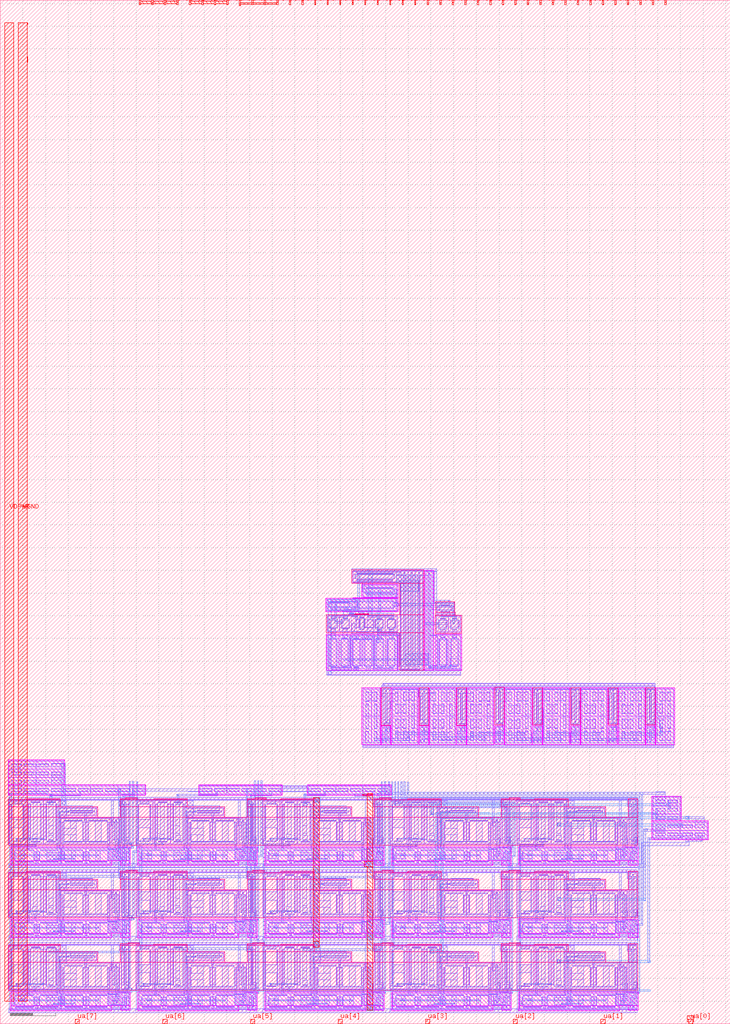
<source format=lef>
VERSION 5.7 ;
  NOWIREEXTENSIONATPIN ON ;
  DIVIDERCHAR "/" ;
  BUSBITCHARS "[]" ;
MACRO tt_um_adc_dac_tern_alu
  CLASS BLOCK ;
  FOREIGN tt_um_adc_dac_tern_alu ;
  ORIGIN 0.000 0.000 ;
  SIZE 161.000 BY 225.760 ;
  PIN clk
    DIRECTION INPUT ;
    USE SIGNAL ;
    PORT
      LAYER met4 ;
        RECT 143.830 224.760 144.130 225.760 ;
    END
  END clk
  PIN ena
    DIRECTION INPUT ;
    USE SIGNAL ;
    PORT
      LAYER met4 ;
        RECT 146.590 224.760 146.890 225.760 ;
    END
  END ena
  PIN rst_n
    DIRECTION INPUT ;
    USE SIGNAL ;
    PORT
      LAYER met4 ;
        RECT 141.070 224.760 141.370 225.760 ;
    END
  END rst_n
  PIN ua[0]
    DIRECTION INOUT ;
    USE SIGNAL ;
    PORT
      LAYER met4 ;
        RECT 151.810 0.000 152.710 1.000 ;
    END
  END ua[0]
  PIN ua[1]
    DIRECTION INOUT ;
    USE SIGNAL ;
    PORT
      LAYER met4 ;
        RECT 132.490 0.000 133.390 1.000 ;
    END
  END ua[1]
  PIN ua[2]
    DIRECTION INOUT ;
    USE SIGNAL ;
    PORT
      LAYER met4 ;
        RECT 113.170 0.000 114.070 1.000 ;
    END
  END ua[2]
  PIN ua[3]
    DIRECTION INOUT ;
    USE SIGNAL ;
    PORT
      LAYER met4 ;
        RECT 93.850 0.000 94.750 1.000 ;
    END
  END ua[3]
  PIN ua[4]
    DIRECTION INOUT ;
    USE SIGNAL ;
    PORT
      LAYER met4 ;
        RECT 74.530 0.000 75.430 1.000 ;
    END
  END ua[4]
  PIN ua[5]
    DIRECTION INOUT ;
    USE SIGNAL ;
    PORT
      LAYER met4 ;
        RECT 55.210 0.000 56.110 1.000 ;
    END
  END ua[5]
  PIN ua[6]
    DIRECTION INOUT ;
    USE SIGNAL ;
    PORT
      LAYER met4 ;
        RECT 35.890 0.000 36.790 1.000 ;
    END
  END ua[6]
  PIN ua[7]
    DIRECTION INOUT ;
    USE SIGNAL ;
    PORT
      LAYER met4 ;
        RECT 16.570 0.000 17.470 1.000 ;
    END
  END ua[7]
  PIN ui_in[0]
    DIRECTION INPUT ;
    USE SIGNAL ;
    PORT
      LAYER met4 ;
        RECT 138.310 224.760 138.610 225.760 ;
    END
  END ui_in[0]
  PIN ui_in[1]
    DIRECTION INPUT ;
    USE SIGNAL ;
    PORT
      LAYER met4 ;
        RECT 135.550 224.760 135.850 225.760 ;
    END
  END ui_in[1]
  PIN ui_in[2]
    DIRECTION INPUT ;
    USE SIGNAL ;
    PORT
      LAYER met4 ;
        RECT 132.790 224.760 133.090 225.760 ;
    END
  END ui_in[2]
  PIN ui_in[3]
    DIRECTION INPUT ;
    USE SIGNAL ;
    PORT
      LAYER met4 ;
        RECT 130.030 224.760 130.330 225.760 ;
    END
  END ui_in[3]
  PIN ui_in[4]
    DIRECTION INPUT ;
    USE SIGNAL ;
    PORT
      LAYER met4 ;
        RECT 127.270 224.760 127.570 225.760 ;
    END
  END ui_in[4]
  PIN ui_in[5]
    DIRECTION INPUT ;
    USE SIGNAL ;
    PORT
      LAYER met4 ;
        RECT 124.510 224.760 124.810 225.760 ;
    END
  END ui_in[5]
  PIN ui_in[6]
    DIRECTION INPUT ;
    USE SIGNAL ;
    PORT
      LAYER met4 ;
        RECT 121.750 224.760 122.050 225.760 ;
    END
  END ui_in[6]
  PIN ui_in[7]
    DIRECTION INPUT ;
    USE SIGNAL ;
    PORT
      LAYER met4 ;
        RECT 118.990 224.760 119.290 225.760 ;
    END
  END ui_in[7]
  PIN uio_in[0]
    DIRECTION INPUT ;
    USE SIGNAL ;
    PORT
      LAYER met4 ;
        RECT 116.230 224.760 116.530 225.760 ;
    END
  END uio_in[0]
  PIN uio_in[1]
    DIRECTION INPUT ;
    USE SIGNAL ;
    PORT
      LAYER met4 ;
        RECT 113.470 224.760 113.770 225.760 ;
    END
  END uio_in[1]
  PIN uio_in[2]
    DIRECTION INPUT ;
    USE SIGNAL ;
    PORT
      LAYER met4 ;
        RECT 110.710 224.760 111.010 225.760 ;
    END
  END uio_in[2]
  PIN uio_in[3]
    DIRECTION INPUT ;
    USE SIGNAL ;
    PORT
      LAYER met4 ;
        RECT 107.950 224.760 108.250 225.760 ;
    END
  END uio_in[3]
  PIN uio_in[4]
    DIRECTION INPUT ;
    USE SIGNAL ;
    PORT
      LAYER met4 ;
        RECT 105.190 224.760 105.490 225.760 ;
    END
  END uio_in[4]
  PIN uio_in[5]
    DIRECTION INPUT ;
    USE SIGNAL ;
    PORT
      LAYER met4 ;
        RECT 102.430 224.760 102.730 225.760 ;
    END
  END uio_in[5]
  PIN uio_in[6]
    DIRECTION INPUT ;
    USE SIGNAL ;
    PORT
      LAYER met4 ;
        RECT 99.670 224.760 99.970 225.760 ;
    END
  END uio_in[6]
  PIN uio_in[7]
    DIRECTION INPUT ;
    USE SIGNAL ;
    PORT
      LAYER met4 ;
        RECT 96.910 224.760 97.210 225.760 ;
    END
  END uio_in[7]
  PIN uio_oe[0]
    DIRECTION OUTPUT ;
    USE SIGNAL ;
    PORT
      LAYER met4 ;
        RECT 49.990 224.760 50.290 225.760 ;
    END
  END uio_oe[0]
  PIN uio_oe[1]
    DIRECTION OUTPUT ;
    USE SIGNAL ;
    PORT
      LAYER met4 ;
        RECT 47.230 224.760 47.530 225.760 ;
    END
  END uio_oe[1]
  PIN uio_oe[2]
    DIRECTION OUTPUT ;
    USE SIGNAL ;
    PORT
      LAYER met4 ;
        RECT 44.470 224.760 44.770 225.760 ;
    END
  END uio_oe[2]
  PIN uio_oe[3]
    DIRECTION OUTPUT ;
    USE SIGNAL ;
    PORT
      LAYER met4 ;
        RECT 41.710 224.760 42.010 225.760 ;
    END
  END uio_oe[3]
  PIN uio_oe[4]
    DIRECTION OUTPUT ;
    USE SIGNAL ;
    PORT
      LAYER met4 ;
        RECT 38.950 224.760 39.250 225.760 ;
    END
  END uio_oe[4]
  PIN uio_oe[5]
    DIRECTION OUTPUT ;
    USE SIGNAL ;
    PORT
      LAYER met4 ;
        RECT 36.190 224.760 36.490 225.760 ;
    END
  END uio_oe[5]
  PIN uio_oe[6]
    DIRECTION OUTPUT ;
    USE SIGNAL ;
    PORT
      LAYER met4 ;
        RECT 33.430 224.760 33.730 225.760 ;
    END
  END uio_oe[6]
  PIN uio_oe[7]
    DIRECTION OUTPUT ;
    USE SIGNAL ;
    PORT
      LAYER met4 ;
        RECT 30.670 224.760 30.970 225.760 ;
    END
  END uio_oe[7]
  PIN uio_out[0]
    DIRECTION OUTPUT ;
    USE SIGNAL ;
    PORT
      LAYER met4 ;
        RECT 72.070 224.760 72.370 225.760 ;
    END
  END uio_out[0]
  PIN uio_out[1]
    DIRECTION OUTPUT ;
    USE SIGNAL ;
    PORT
      LAYER met4 ;
        RECT 69.310 224.760 69.610 225.760 ;
    END
  END uio_out[1]
  PIN uio_out[2]
    DIRECTION OUTPUT ;
    USE SIGNAL ;
    PORT
      LAYER met4 ;
        RECT 66.550 224.760 66.850 225.760 ;
    END
  END uio_out[2]
  PIN uio_out[3]
    DIRECTION OUTPUT ;
    USE SIGNAL ;
    PORT
      LAYER met4 ;
        RECT 63.790 224.760 64.090 225.760 ;
    END
  END uio_out[3]
  PIN uio_out[4]
    DIRECTION OUTPUT ;
    USE SIGNAL ;
    PORT
      LAYER met4 ;
        RECT 61.030 224.760 61.330 225.760 ;
    END
  END uio_out[4]
  PIN uio_out[5]
    DIRECTION OUTPUT ;
    USE SIGNAL ;
    PORT
      LAYER met4 ;
        RECT 58.270 224.760 58.570 225.760 ;
    END
  END uio_out[5]
  PIN uio_out[6]
    DIRECTION OUTPUT ;
    USE SIGNAL ;
    PORT
      LAYER met4 ;
        RECT 55.510 224.760 55.810 225.760 ;
    END
  END uio_out[6]
  PIN uio_out[7]
    DIRECTION OUTPUT ;
    USE SIGNAL ;
    PORT
      LAYER met4 ;
        RECT 52.750 224.760 53.050 225.760 ;
    END
  END uio_out[7]
  PIN uo_out[0]
    DIRECTION OUTPUT ;
    USE SIGNAL ;
    PORT
      LAYER met4 ;
        RECT 94.150 224.760 94.450 225.760 ;
    END
  END uo_out[0]
  PIN uo_out[1]
    DIRECTION OUTPUT ;
    USE SIGNAL ;
    PORT
      LAYER met4 ;
        RECT 91.390 224.760 91.690 225.760 ;
    END
  END uo_out[1]
  PIN uo_out[2]
    DIRECTION OUTPUT ;
    USE SIGNAL ;
    PORT
      LAYER met4 ;
        RECT 88.630 224.760 88.930 225.760 ;
    END
  END uo_out[2]
  PIN uo_out[3]
    DIRECTION OUTPUT ;
    USE SIGNAL ;
    PORT
      LAYER met4 ;
        RECT 85.870 224.760 86.170 225.760 ;
    END
  END uo_out[3]
  PIN uo_out[4]
    DIRECTION OUTPUT ;
    USE SIGNAL ;
    PORT
      LAYER met4 ;
        RECT 83.110 224.760 83.410 225.760 ;
    END
  END uo_out[4]
  PIN uo_out[5]
    DIRECTION OUTPUT ;
    USE SIGNAL ;
    PORT
      LAYER met4 ;
        RECT 80.350 224.760 80.650 225.760 ;
    END
  END uo_out[5]
  PIN uo_out[6]
    DIRECTION OUTPUT ;
    USE SIGNAL ;
    PORT
      LAYER met4 ;
        RECT 77.590 224.760 77.890 225.760 ;
    END
  END uo_out[6]
  PIN uo_out[7]
    DIRECTION OUTPUT ;
    USE SIGNAL ;
    PORT
      LAYER met4 ;
        RECT 74.830 224.760 75.130 225.760 ;
    END
  END uo_out[7]
  PIN VDPWR
    DIRECTION INOUT ;
    USE POWER ;
    PORT
      LAYER met4 ;
        RECT 1.000 5.000 3.000 220.760 ;
    END
  END VDPWR
  PIN VGND
    DIRECTION INOUT ;
    USE GROUND ;
    PORT
      LAYER met4 ;
        RECT 4.000 5.000 6.000 220.760 ;
    END
  END VGND
  OBS
      LAYER nwell ;
        RECT 88.130 100.100 93.400 100.145 ;
        RECT 87.135 100.085 93.400 100.100 ;
        RECT 77.510 97.125 93.400 100.085 ;
        RECT 87.620 97.110 93.400 97.125 ;
      LAYER pwell ;
        RECT 79.770 93.945 87.730 96.965 ;
        RECT 77.790 93.855 87.750 93.945 ;
        RECT 71.780 90.895 87.750 93.855 ;
        RECT 77.790 90.845 87.750 90.895 ;
      LAYER nwell ;
        RECT 78.310 90.295 81.270 90.395 ;
        RECT 78.110 90.215 81.270 90.295 ;
        RECT 77.165 90.210 81.270 90.215 ;
        RECT 88.130 90.210 93.400 97.110 ;
        RECT 77.165 90.205 82.955 90.210 ;
        RECT 71.900 90.175 82.955 90.205 ;
        RECT 87.035 90.175 93.400 90.210 ;
        RECT 71.900 86.245 93.400 90.175 ;
        RECT 77.305 86.235 93.400 86.245 ;
        RECT 78.310 86.215 93.400 86.235 ;
        RECT 78.310 86.205 82.685 86.215 ;
        RECT 87.635 86.210 93.400 86.215 ;
        RECT 81.210 86.190 82.685 86.205 ;
      LAYER pwell ;
        RECT 71.880 77.915 87.830 85.875 ;
      LAYER nwell ;
        RECT 88.130 77.955 93.400 86.210 ;
      LAYER pwell ;
        RECT 93.550 77.965 95.660 100.065 ;
      LAYER nwell ;
        RECT 96.070 90.705 100.260 93.075 ;
        RECT 96.070 90.125 100.365 90.705 ;
        RECT 95.940 86.165 101.790 90.125 ;
      LAYER pwell ;
        RECT 96.090 77.975 101.760 85.935 ;
        RECT 79.780 61.570 83.950 74.060 ;
      LAYER nwell ;
        RECT 84.070 65.870 86.180 74.060 ;
      LAYER pwell ;
        RECT 84.050 61.575 86.160 65.675 ;
        RECT 86.245 61.585 92.235 74.075 ;
      LAYER nwell ;
        RECT 92.365 65.885 94.475 74.075 ;
      LAYER pwell ;
        RECT 92.355 61.575 94.465 65.675 ;
        RECT 94.575 61.575 100.565 74.065 ;
      LAYER nwell ;
        RECT 100.680 65.875 102.790 74.065 ;
      LAYER pwell ;
        RECT 100.615 61.575 102.725 65.675 ;
        RECT 102.870 61.565 108.860 74.055 ;
      LAYER nwell ;
        RECT 109.060 65.975 111.170 74.165 ;
      LAYER pwell ;
        RECT 109.035 61.595 111.145 65.695 ;
        RECT 111.315 61.580 117.305 74.070 ;
      LAYER nwell ;
        RECT 117.450 65.900 119.560 74.090 ;
      LAYER pwell ;
        RECT 117.385 61.575 119.495 65.675 ;
        RECT 119.645 61.580 125.635 74.070 ;
      LAYER nwell ;
        RECT 125.780 65.925 127.890 74.115 ;
      LAYER pwell ;
        RECT 125.770 61.570 127.880 65.670 ;
        RECT 127.975 61.580 133.965 74.070 ;
      LAYER nwell ;
        RECT 134.075 65.940 136.185 74.130 ;
      LAYER pwell ;
        RECT 134.010 61.580 136.120 65.680 ;
        RECT 136.280 61.575 142.270 74.065 ;
      LAYER nwell ;
        RECT 142.375 65.920 144.485 74.110 ;
      LAYER pwell ;
        RECT 142.375 61.580 144.485 65.680 ;
        RECT 144.580 61.585 148.750 74.075 ;
        RECT 1.710 52.730 14.200 58.190 ;
        RECT 1.710 50.380 32.140 52.730 ;
        RECT 43.730 50.380 62.200 52.730 ;
        RECT 67.730 50.380 86.200 52.730 ;
      LAYER nwell ;
        RECT 27.710 49.600 30.210 49.880 ;
        RECT 56.210 49.600 58.710 49.880 ;
        RECT 83.710 49.600 86.210 49.880 ;
        RECT 112.210 49.600 114.710 49.880 ;
        RECT 5.830 49.355 13.220 49.585 ;
        RECT 1.710 47.890 13.220 49.355 ;
        RECT 26.470 49.355 30.210 49.600 ;
        RECT 33.830 49.355 41.220 49.585 ;
        RECT 26.470 47.890 41.220 49.355 ;
        RECT 54.470 49.355 58.710 49.600 ;
        RECT 61.830 49.355 69.220 49.585 ;
        RECT 54.470 47.890 69.220 49.355 ;
        RECT 82.470 49.355 86.210 49.600 ;
        RECT 89.830 49.355 97.220 49.585 ;
        RECT 82.470 47.890 97.220 49.355 ;
        RECT 110.470 49.355 114.710 49.600 ;
        RECT 117.830 49.355 125.220 49.585 ;
        RECT 110.470 47.890 125.220 49.355 ;
        RECT 1.710 45.580 21.555 47.890 ;
        RECT 26.470 45.595 49.555 47.890 ;
        RECT 54.470 45.595 77.555 47.890 ;
        RECT 82.470 45.595 105.555 47.890 ;
        RECT 110.470 45.595 133.555 47.890 ;
        RECT 138.470 45.595 140.580 49.600 ;
        RECT 24.445 45.580 49.555 45.595 ;
        RECT 52.445 45.580 77.555 45.595 ;
        RECT 80.445 45.580 105.555 45.595 ;
        RECT 108.445 45.580 133.555 45.595 ;
        RECT 136.445 45.580 140.580 45.595 ;
        RECT 1.710 39.410 140.580 45.580 ;
      LAYER pwell ;
        RECT 143.710 44.730 150.220 50.190 ;
        RECT 143.710 40.560 156.200 44.730 ;
      LAYER nwell ;
        RECT 1.710 39.405 26.555 39.410 ;
        RECT 27.860 39.405 54.555 39.410 ;
        RECT 56.210 39.405 82.555 39.410 ;
        RECT 84.700 39.405 110.555 39.410 ;
        RECT 112.210 39.405 138.555 39.410 ;
        RECT 1.710 39.395 24.530 39.405 ;
        RECT 13.140 39.390 24.530 39.395 ;
        RECT 27.965 39.395 52.530 39.405 ;
        RECT 27.965 39.390 30.210 39.395 ;
        RECT 41.140 39.390 52.530 39.395 ;
        RECT 56.210 39.395 80.530 39.405 ;
        RECT 56.210 39.380 58.710 39.395 ;
        RECT 69.140 39.390 80.530 39.395 ;
        RECT 85.270 39.395 108.530 39.405 ;
        RECT 85.270 39.380 86.210 39.395 ;
        RECT 97.140 39.390 108.530 39.395 ;
        RECT 112.210 39.395 136.530 39.405 ;
        RECT 112.210 39.380 114.710 39.395 ;
        RECT 125.140 39.390 136.530 39.395 ;
      LAYER pwell ;
        RECT 26.555 39.020 28.665 39.025 ;
        RECT 54.555 39.020 56.665 39.025 ;
        RECT 82.555 39.020 84.665 39.025 ;
        RECT 110.555 39.020 112.665 39.025 ;
        RECT 138.555 39.020 140.665 39.025 ;
        RECT 24.530 39.015 28.665 39.020 ;
        RECT 52.530 39.015 56.665 39.020 ;
        RECT 80.530 39.015 84.665 39.020 ;
        RECT 108.530 39.015 112.665 39.020 ;
        RECT 136.530 39.015 140.665 39.020 ;
        RECT 2.370 35.920 28.665 39.015 ;
        RECT 2.370 34.915 24.620 35.920 ;
        RECT 26.555 34.925 28.665 35.920 ;
        RECT 30.370 35.920 56.665 39.015 ;
        RECT 30.370 34.915 52.620 35.920 ;
        RECT 54.555 34.925 56.665 35.920 ;
        RECT 58.370 35.920 84.665 39.015 ;
        RECT 58.370 34.915 80.620 35.920 ;
        RECT 82.555 34.925 84.665 35.920 ;
        RECT 86.370 35.920 112.665 39.015 ;
        RECT 86.370 34.915 108.620 35.920 ;
        RECT 110.555 34.925 112.665 35.920 ;
        RECT 114.370 35.920 140.665 39.015 ;
        RECT 114.370 34.915 136.620 35.920 ;
        RECT 138.555 34.925 140.665 35.920 ;
      LAYER nwell ;
        RECT 27.710 33.600 30.210 33.880 ;
        RECT 55.710 33.600 58.210 33.880 ;
        RECT 84.210 33.600 86.710 33.880 ;
        RECT 112.210 33.600 114.710 33.880 ;
        RECT 5.830 33.355 13.220 33.585 ;
        RECT 1.710 31.890 13.220 33.355 ;
        RECT 26.470 33.355 30.210 33.600 ;
        RECT 33.830 33.355 41.220 33.585 ;
        RECT 26.470 31.890 41.220 33.355 ;
        RECT 54.470 33.355 58.210 33.600 ;
        RECT 61.830 33.355 69.220 33.585 ;
        RECT 54.470 31.890 69.220 33.355 ;
        RECT 82.470 33.355 86.710 33.600 ;
        RECT 89.830 33.355 97.220 33.585 ;
        RECT 82.470 31.890 97.220 33.355 ;
        RECT 110.470 33.355 114.710 33.600 ;
        RECT 117.830 33.355 125.220 33.585 ;
        RECT 110.470 31.890 125.220 33.355 ;
        RECT 1.710 29.580 21.555 31.890 ;
        RECT 26.470 29.595 49.555 31.890 ;
        RECT 54.470 29.595 77.555 31.890 ;
        RECT 82.470 29.595 105.555 31.890 ;
        RECT 110.470 29.595 133.555 31.890 ;
        RECT 138.470 29.595 140.580 33.600 ;
        RECT 24.445 29.580 49.555 29.595 ;
        RECT 52.445 29.580 77.555 29.595 ;
        RECT 80.445 29.580 105.555 29.595 ;
        RECT 108.445 29.580 133.555 29.595 ;
        RECT 136.445 29.580 140.580 29.595 ;
        RECT 1.710 23.410 140.580 29.580 ;
        RECT 1.710 23.405 26.555 23.410 ;
        RECT 29.175 23.405 54.555 23.410 ;
        RECT 57.260 23.405 82.555 23.410 ;
        RECT 84.210 23.405 110.555 23.410 ;
        RECT 112.210 23.405 138.555 23.410 ;
        RECT 1.710 23.395 24.530 23.405 ;
        RECT 13.140 23.390 24.530 23.395 ;
        RECT 29.175 23.395 52.530 23.405 ;
        RECT 29.175 23.380 30.210 23.395 ;
        RECT 41.140 23.390 52.530 23.395 ;
        RECT 57.260 23.395 80.530 23.405 ;
        RECT 57.260 23.380 58.210 23.395 ;
        RECT 69.140 23.390 80.530 23.395 ;
        RECT 84.210 23.395 108.530 23.405 ;
        RECT 84.210 23.380 86.710 23.395 ;
        RECT 97.140 23.390 108.530 23.395 ;
        RECT 112.210 23.395 136.530 23.405 ;
        RECT 112.210 23.380 114.710 23.395 ;
        RECT 125.140 23.390 136.530 23.395 ;
      LAYER pwell ;
        RECT 26.555 23.020 28.665 23.025 ;
        RECT 54.555 23.020 56.665 23.025 ;
        RECT 82.555 23.020 84.665 23.025 ;
        RECT 110.555 23.020 112.665 23.025 ;
        RECT 138.555 23.020 140.665 23.025 ;
        RECT 24.530 23.015 28.665 23.020 ;
        RECT 52.530 23.015 56.665 23.020 ;
        RECT 80.530 23.015 84.665 23.020 ;
        RECT 108.530 23.015 112.665 23.020 ;
        RECT 136.530 23.015 140.665 23.020 ;
        RECT 2.370 19.920 28.665 23.015 ;
        RECT 2.370 18.915 24.620 19.920 ;
        RECT 26.555 18.925 28.665 19.920 ;
        RECT 30.370 19.920 56.665 23.015 ;
        RECT 30.370 18.915 52.620 19.920 ;
        RECT 54.555 18.925 56.665 19.920 ;
        RECT 58.370 19.920 84.665 23.015 ;
        RECT 58.370 18.915 80.620 19.920 ;
        RECT 82.555 18.925 84.665 19.920 ;
        RECT 86.370 19.920 112.665 23.015 ;
        RECT 86.370 18.915 108.620 19.920 ;
        RECT 110.555 18.925 112.665 19.920 ;
        RECT 114.370 19.920 140.665 23.015 ;
        RECT 114.370 18.915 136.620 19.920 ;
        RECT 138.555 18.925 140.665 19.920 ;
      LAYER nwell ;
        RECT 28.210 17.600 30.710 17.880 ;
        RECT 55.710 17.600 58.210 17.880 ;
        RECT 84.210 17.600 86.710 17.880 ;
        RECT 112.210 17.600 114.710 17.880 ;
        RECT 5.830 17.355 13.220 17.585 ;
        RECT 1.710 15.890 13.220 17.355 ;
        RECT 26.470 17.355 30.710 17.600 ;
        RECT 33.830 17.355 41.220 17.585 ;
        RECT 26.470 15.890 41.220 17.355 ;
        RECT 54.470 17.355 58.210 17.600 ;
        RECT 61.830 17.355 69.220 17.585 ;
        RECT 54.470 15.890 69.220 17.355 ;
        RECT 82.470 17.355 86.710 17.600 ;
        RECT 89.830 17.355 97.220 17.585 ;
        RECT 82.470 15.890 97.220 17.355 ;
        RECT 110.470 17.355 114.710 17.600 ;
        RECT 117.830 17.355 125.220 17.585 ;
        RECT 110.470 15.890 125.220 17.355 ;
        RECT 1.710 13.580 21.555 15.890 ;
        RECT 26.470 13.595 49.555 15.890 ;
        RECT 54.470 13.595 77.555 15.890 ;
        RECT 82.470 13.595 105.555 15.890 ;
        RECT 110.470 13.595 133.555 15.890 ;
        RECT 138.470 13.595 140.580 17.600 ;
        RECT 24.445 13.580 49.555 13.595 ;
        RECT 52.445 13.580 77.555 13.595 ;
        RECT 80.445 13.580 105.555 13.595 ;
        RECT 108.445 13.580 133.555 13.595 ;
        RECT 136.445 13.580 140.580 13.595 ;
        RECT 1.710 7.410 140.580 13.580 ;
        RECT 1.710 7.405 26.555 7.410 ;
        RECT 28.210 7.405 54.555 7.410 ;
        RECT 55.915 7.405 82.555 7.410 ;
        RECT 84.210 7.405 110.555 7.410 ;
        RECT 112.210 7.405 138.555 7.410 ;
        RECT 1.710 7.395 24.530 7.405 ;
        RECT 13.140 7.390 24.530 7.395 ;
        RECT 28.210 7.395 52.530 7.405 ;
        RECT 57.535 7.400 80.530 7.405 ;
        RECT 57.710 7.395 80.530 7.400 ;
        RECT 28.210 7.380 30.710 7.395 ;
        RECT 41.140 7.390 52.530 7.395 ;
        RECT 69.140 7.390 80.530 7.395 ;
        RECT 84.210 7.395 108.530 7.405 ;
        RECT 84.210 7.380 86.710 7.395 ;
        RECT 97.140 7.390 108.530 7.395 ;
        RECT 112.210 7.395 136.530 7.405 ;
        RECT 112.210 7.380 114.710 7.395 ;
        RECT 125.140 7.390 136.530 7.395 ;
      LAYER pwell ;
        RECT 26.555 7.020 28.665 7.025 ;
        RECT 54.555 7.020 56.665 7.025 ;
        RECT 82.555 7.020 84.665 7.025 ;
        RECT 110.555 7.020 112.665 7.025 ;
        RECT 138.555 7.020 140.665 7.025 ;
        RECT 24.530 7.015 28.665 7.020 ;
        RECT 52.530 7.015 56.665 7.020 ;
        RECT 80.530 7.015 84.665 7.020 ;
        RECT 108.530 7.015 112.665 7.020 ;
        RECT 136.530 7.015 140.665 7.020 ;
        RECT 2.370 3.920 28.665 7.015 ;
        RECT 2.370 2.915 24.620 3.920 ;
        RECT 26.555 2.925 28.665 3.920 ;
        RECT 30.370 3.920 56.665 7.015 ;
        RECT 30.370 2.915 52.620 3.920 ;
        RECT 54.555 2.925 56.665 3.920 ;
        RECT 58.370 3.920 84.665 7.015 ;
        RECT 58.370 2.915 80.620 3.920 ;
        RECT 82.555 2.925 84.665 3.920 ;
        RECT 86.370 3.920 112.665 7.015 ;
        RECT 86.370 2.915 108.620 3.920 ;
        RECT 110.555 2.925 112.665 3.920 ;
        RECT 114.370 3.920 140.665 7.015 ;
        RECT 114.370 2.915 136.620 3.920 ;
        RECT 138.555 2.925 140.665 3.920 ;
      LAYER li1 ;
        RECT 88.310 99.905 93.220 99.965 ;
        RECT 77.690 99.795 93.220 99.905 ;
        RECT 77.690 99.735 88.480 99.795 ;
        RECT 77.690 97.475 77.860 99.735 ;
        RECT 78.585 99.165 86.625 99.335 ;
        RECT 78.200 98.105 78.370 99.105 ;
        RECT 86.840 98.105 87.010 99.105 ;
        RECT 78.585 97.875 86.625 98.045 ;
        RECT 87.350 97.475 88.480 99.735 ;
        RECT 89.020 99.285 89.350 99.455 ;
        RECT 77.690 97.330 88.480 97.475 ;
        RECT 77.690 97.305 87.520 97.330 ;
        RECT 79.950 96.615 87.550 96.785 ;
        RECT 79.950 94.215 80.120 96.615 ;
        RECT 80.750 96.105 86.750 96.275 ;
        RECT 80.520 94.895 80.690 95.935 ;
        RECT 86.810 94.895 86.980 95.935 ;
        RECT 80.750 94.555 86.750 94.725 ;
        RECT 87.380 94.215 87.550 96.615 ;
        RECT 79.950 94.045 87.550 94.215 ;
        RECT 80.000 93.765 87.540 94.045 ;
        RECT 71.960 93.670 77.700 93.675 ;
        RECT 77.970 93.670 87.570 93.765 ;
        RECT 71.960 93.595 87.570 93.670 ;
        RECT 71.960 93.505 78.140 93.595 ;
        RECT 71.960 91.245 72.130 93.505 ;
        RECT 72.810 92.935 76.850 93.105 ;
        RECT 72.470 91.875 72.640 92.875 ;
        RECT 77.020 91.875 77.190 92.875 ;
        RECT 72.810 91.645 76.850 91.815 ;
        RECT 77.530 91.245 78.140 93.505 ;
        RECT 78.770 93.085 86.770 93.255 ;
        RECT 78.540 91.875 78.710 92.915 ;
        RECT 86.830 91.875 87.000 92.915 ;
        RECT 78.770 91.535 86.770 91.705 ;
        RECT 71.960 91.195 78.140 91.245 ;
        RECT 87.400 91.195 87.570 93.595 ;
        RECT 71.960 91.075 87.570 91.195 ;
        RECT 77.540 91.035 87.570 91.075 ;
        RECT 77.590 91.030 87.570 91.035 ;
        RECT 77.970 91.025 87.570 91.030 ;
        RECT 78.490 90.045 81.090 90.215 ;
        RECT 72.080 90.005 78.195 90.025 ;
        RECT 78.490 90.005 78.660 90.045 ;
        RECT 72.080 89.855 78.660 90.005 ;
        RECT 72.080 86.595 72.250 89.855 ;
        RECT 72.975 89.285 74.015 89.455 ;
        RECT 72.590 87.225 72.760 89.225 ;
        RECT 74.230 87.225 74.400 89.225 ;
        RECT 72.975 86.995 74.015 87.165 ;
        RECT 74.740 86.595 74.910 89.855 ;
        RECT 75.635 89.285 76.675 89.455 ;
        RECT 75.250 87.225 75.420 89.225 ;
        RECT 76.890 87.225 77.060 89.225 ;
        RECT 75.635 86.995 76.675 87.165 ;
        RECT 77.400 86.595 78.660 89.855 ;
        RECT 80.920 89.990 81.090 90.045 ;
        RECT 82.160 89.990 87.650 89.995 ;
        RECT 80.920 89.825 87.650 89.990 ;
        RECT 79.290 89.535 80.290 89.705 ;
        RECT 79.060 87.280 79.230 89.320 ;
        RECT 80.350 87.280 80.520 89.320 ;
        RECT 79.290 86.895 80.290 87.065 ;
        RECT 72.080 86.555 78.660 86.595 ;
        RECT 80.920 86.565 82.365 89.825 ;
        RECT 83.055 89.255 84.095 89.425 ;
        RECT 82.670 87.195 82.840 89.195 ;
        RECT 84.310 87.195 84.480 89.195 ;
        RECT 83.055 86.965 84.095 87.135 ;
        RECT 84.820 86.565 84.990 89.825 ;
        RECT 85.715 89.255 86.755 89.425 ;
        RECT 85.330 87.195 85.500 89.195 ;
        RECT 86.970 87.195 87.140 89.195 ;
        RECT 85.715 86.965 86.755 87.135 ;
        RECT 87.480 86.565 87.650 89.825 ;
        RECT 80.920 86.555 87.650 86.565 ;
        RECT 72.080 86.455 87.650 86.555 ;
        RECT 72.080 86.425 77.570 86.455 ;
        RECT 78.490 86.405 87.650 86.455 ;
        RECT 78.490 86.385 81.090 86.405 ;
        RECT 82.160 86.395 87.650 86.405 ;
        RECT 72.060 85.525 87.650 85.695 ;
        RECT 72.060 78.275 72.230 85.525 ;
        RECT 72.910 84.955 73.950 85.125 ;
        RECT 72.570 78.895 72.740 84.895 ;
        RECT 74.120 78.895 74.290 84.895 ;
        RECT 72.910 78.665 73.950 78.835 ;
        RECT 74.630 78.275 74.800 85.525 ;
        RECT 75.480 84.955 76.520 85.125 ;
        RECT 75.140 78.895 75.310 84.895 ;
        RECT 76.690 78.895 76.860 84.895 ;
        RECT 75.480 78.665 76.520 78.835 ;
        RECT 77.200 78.275 77.370 85.525 ;
        RECT 78.050 84.955 79.090 85.125 ;
        RECT 77.710 78.895 77.880 84.895 ;
        RECT 79.260 78.895 79.430 84.895 ;
        RECT 78.050 78.665 79.090 78.835 ;
        RECT 79.770 78.275 79.940 85.525 ;
        RECT 80.620 84.955 81.660 85.125 ;
        RECT 80.280 78.895 80.450 84.895 ;
        RECT 81.830 78.895 82.000 84.895 ;
        RECT 80.620 78.665 81.660 78.835 ;
        RECT 82.340 78.275 82.510 85.525 ;
        RECT 83.190 84.955 84.230 85.125 ;
        RECT 82.850 78.895 83.020 84.895 ;
        RECT 84.400 78.895 84.570 84.895 ;
        RECT 83.190 78.665 84.230 78.835 ;
        RECT 84.910 78.275 85.080 85.525 ;
        RECT 85.760 84.955 86.800 85.125 ;
        RECT 85.420 78.895 85.590 84.895 ;
        RECT 86.970 78.895 87.140 84.895 ;
        RECT 85.760 78.665 86.800 78.835 ;
        RECT 87.480 78.275 87.650 85.525 ;
        RECT 88.310 78.305 88.480 97.330 ;
        RECT 88.880 79.030 89.050 99.070 ;
        RECT 89.320 79.030 89.490 99.070 ;
        RECT 89.020 78.645 89.350 78.815 ;
        RECT 89.890 78.305 90.060 99.795 ;
        RECT 90.600 99.285 90.930 99.455 ;
        RECT 90.460 79.030 90.630 99.070 ;
        RECT 90.900 79.030 91.070 99.070 ;
        RECT 90.600 78.645 90.930 78.815 ;
        RECT 91.470 78.305 91.640 99.795 ;
        RECT 92.180 99.285 92.510 99.455 ;
        RECT 92.040 79.030 92.210 99.070 ;
        RECT 92.480 79.030 92.650 99.070 ;
        RECT 92.180 78.645 92.510 78.815 ;
        RECT 93.050 78.305 93.220 99.795 ;
        RECT 72.055 77.830 87.655 78.275 ;
        RECT 88.310 78.135 93.220 78.305 ;
        RECT 93.730 99.715 95.480 99.885 ;
        RECT 93.730 78.315 93.900 99.715 ;
        RECT 94.440 99.205 94.770 99.375 ;
        RECT 94.300 78.995 94.470 99.035 ;
        RECT 94.740 78.995 94.910 99.035 ;
        RECT 95.310 85.765 95.480 99.715 ;
        RECT 96.300 92.895 99.080 93.380 ;
        RECT 96.250 92.725 100.080 92.895 ;
        RECT 96.250 90.485 96.420 92.725 ;
        RECT 97.145 92.155 99.185 92.325 ;
        RECT 96.760 91.095 96.930 92.095 ;
        RECT 99.400 91.095 99.570 92.095 ;
        RECT 97.145 90.865 99.185 91.035 ;
        RECT 99.910 90.485 100.080 92.725 ;
        RECT 96.250 90.295 100.125 90.485 ;
        RECT 96.255 89.945 100.125 90.295 ;
        RECT 96.120 89.775 101.610 89.945 ;
        RECT 96.120 86.515 96.290 89.775 ;
        RECT 97.015 89.205 98.055 89.375 ;
        RECT 96.630 87.145 96.800 89.145 ;
        RECT 98.270 87.145 98.440 89.145 ;
        RECT 97.015 86.915 98.055 87.085 ;
        RECT 98.780 86.515 98.950 89.775 ;
        RECT 99.675 89.205 100.715 89.375 ;
        RECT 99.290 87.145 99.460 89.145 ;
        RECT 100.930 87.145 101.100 89.145 ;
        RECT 99.675 86.915 100.715 87.085 ;
        RECT 101.440 86.515 101.610 89.775 ;
        RECT 96.120 86.345 101.610 86.515 ;
        RECT 95.310 85.755 96.435 85.765 ;
        RECT 95.310 85.585 101.580 85.755 ;
        RECT 94.440 78.655 94.770 78.825 ;
        RECT 95.310 78.325 96.440 85.585 ;
        RECT 97.120 85.015 98.160 85.185 ;
        RECT 96.780 78.955 96.950 84.955 ;
        RECT 98.330 78.955 98.500 84.955 ;
        RECT 97.120 78.725 98.160 78.895 ;
        RECT 98.840 78.325 99.010 85.585 ;
        RECT 99.690 85.015 100.730 85.185 ;
        RECT 99.350 78.955 99.520 84.955 ;
        RECT 100.900 78.955 101.070 84.955 ;
        RECT 99.690 78.725 100.730 78.895 ;
        RECT 101.410 78.325 101.580 85.585 ;
        RECT 95.310 78.315 101.580 78.325 ;
        RECT 93.730 78.195 101.580 78.315 ;
        RECT 93.670 78.155 101.580 78.195 ;
        RECT 93.670 77.830 101.555 78.155 ;
        RECT 72.055 76.990 101.555 77.830 ;
        RECT 72.055 76.920 94.120 76.990 ;
        RECT 72.055 76.870 87.655 76.920 ;
        RECT 84.475 74.495 144.235 74.945 ;
        RECT 84.475 74.365 144.295 74.495 ;
        RECT 84.255 74.125 144.295 74.365 ;
        RECT 84.255 73.880 85.965 74.125 ;
        RECT 92.545 73.895 94.255 74.125 ;
        RECT 79.960 73.710 83.770 73.880 ;
        RECT 79.960 67.900 80.130 73.710 ;
        RECT 80.610 71.070 81.300 73.230 ;
        RECT 80.610 68.380 81.300 70.540 ;
        RECT 81.780 67.900 81.950 73.710 ;
        RECT 82.430 71.070 83.120 73.230 ;
        RECT 82.430 68.380 83.120 70.540 ;
        RECT 83.600 67.900 83.770 73.710 ;
        RECT 79.960 67.730 83.770 67.900 ;
        RECT 79.960 61.920 80.130 67.730 ;
        RECT 80.610 65.090 81.300 67.250 ;
        RECT 80.610 62.400 81.300 64.560 ;
        RECT 81.780 61.920 81.950 67.730 ;
        RECT 82.430 65.090 83.120 67.250 ;
        RECT 82.430 62.400 83.120 64.560 ;
        RECT 83.600 61.920 83.770 67.730 ;
        RECT 84.250 73.710 86.000 73.880 ;
        RECT 84.250 66.220 84.420 73.710 ;
        RECT 84.960 73.200 85.290 73.370 ;
        RECT 84.820 66.945 84.990 72.985 ;
        RECT 85.260 66.945 85.430 72.985 ;
        RECT 84.960 66.560 85.290 66.730 ;
        RECT 85.830 66.220 86.000 73.710 ;
        RECT 84.250 66.050 86.000 66.220 ;
        RECT 86.425 73.725 92.055 73.895 ;
        RECT 86.425 67.915 86.595 73.725 ;
        RECT 87.075 71.085 87.765 73.245 ;
        RECT 87.075 68.395 87.765 70.555 ;
        RECT 88.245 67.915 88.415 73.725 ;
        RECT 88.895 71.085 89.585 73.245 ;
        RECT 88.895 68.395 89.585 70.555 ;
        RECT 90.065 67.915 90.235 73.725 ;
        RECT 90.715 71.085 91.405 73.245 ;
        RECT 90.715 68.395 91.405 70.555 ;
        RECT 91.885 67.915 92.055 73.725 ;
        RECT 86.425 67.745 92.055 67.915 ;
        RECT 84.230 65.325 85.980 65.495 ;
        RECT 84.230 61.925 84.400 65.325 ;
        RECT 84.940 64.815 85.270 64.985 ;
        RECT 84.800 62.605 84.970 64.645 ;
        RECT 85.240 62.605 85.410 64.645 ;
        RECT 84.940 62.265 85.270 62.435 ;
        RECT 85.810 61.925 85.980 65.325 ;
        RECT 84.230 61.920 85.980 61.925 ;
        RECT 86.425 61.935 86.595 67.745 ;
        RECT 87.075 65.105 87.765 67.265 ;
        RECT 87.075 62.415 87.765 64.575 ;
        RECT 88.245 61.935 88.415 67.745 ;
        RECT 88.895 65.105 89.585 67.265 ;
        RECT 88.895 62.415 89.585 64.575 ;
        RECT 90.065 61.935 90.235 67.745 ;
        RECT 90.715 65.105 91.405 67.265 ;
        RECT 90.715 62.415 91.405 64.575 ;
        RECT 91.885 61.935 92.055 67.745 ;
        RECT 92.545 73.725 94.295 73.895 ;
        RECT 92.545 66.235 92.715 73.725 ;
        RECT 93.255 73.215 93.585 73.385 ;
        RECT 93.115 66.960 93.285 73.000 ;
        RECT 93.555 66.960 93.725 73.000 ;
        RECT 93.255 66.575 93.585 66.745 ;
        RECT 94.125 66.235 94.295 73.725 ;
        RECT 92.545 66.065 94.295 66.235 ;
        RECT 94.755 73.715 100.385 73.885 ;
        RECT 94.755 67.905 94.925 73.715 ;
        RECT 95.405 71.075 96.095 73.235 ;
        RECT 95.405 68.385 96.095 70.545 ;
        RECT 96.575 67.905 96.745 73.715 ;
        RECT 97.225 71.075 97.915 73.235 ;
        RECT 97.225 68.385 97.915 70.545 ;
        RECT 98.395 67.905 98.565 73.715 ;
        RECT 99.045 71.075 99.735 73.235 ;
        RECT 99.045 68.385 99.735 70.545 ;
        RECT 100.215 67.905 100.385 73.715 ;
        RECT 100.685 73.735 102.805 74.125 ;
        RECT 109.195 73.925 111.095 74.125 ;
        RECT 100.685 73.655 102.785 73.735 ;
        RECT 103.050 73.705 108.680 73.875 ;
        RECT 94.755 67.735 100.385 67.905 ;
        RECT 86.425 61.920 92.055 61.935 ;
        RECT 92.535 65.325 94.285 65.495 ;
        RECT 92.535 61.925 92.705 65.325 ;
        RECT 93.245 64.815 93.575 64.985 ;
        RECT 93.105 62.605 93.275 64.645 ;
        RECT 93.545 62.605 93.715 64.645 ;
        RECT 93.245 62.265 93.575 62.435 ;
        RECT 94.115 61.925 94.285 65.325 ;
        RECT 92.535 61.920 94.285 61.925 ;
        RECT 94.755 61.925 94.925 67.735 ;
        RECT 95.405 65.095 96.095 67.255 ;
        RECT 95.405 62.405 96.095 64.565 ;
        RECT 96.575 61.925 96.745 67.735 ;
        RECT 97.225 65.095 97.915 67.255 ;
        RECT 97.225 62.405 97.915 64.565 ;
        RECT 98.395 61.925 98.565 67.735 ;
        RECT 99.045 65.095 99.735 67.255 ;
        RECT 99.045 62.405 99.735 64.565 ;
        RECT 100.215 61.925 100.385 67.735 ;
        RECT 100.860 66.225 101.030 73.655 ;
        RECT 101.570 73.205 101.900 73.375 ;
        RECT 101.430 66.950 101.600 72.990 ;
        RECT 101.870 66.950 102.040 72.990 ;
        RECT 101.570 66.565 101.900 66.735 ;
        RECT 102.440 66.225 102.610 73.655 ;
        RECT 100.860 66.055 102.610 66.225 ;
        RECT 103.050 67.895 103.220 73.705 ;
        RECT 103.700 71.065 104.390 73.225 ;
        RECT 103.700 68.375 104.390 70.535 ;
        RECT 104.870 67.895 105.040 73.705 ;
        RECT 105.520 71.065 106.210 73.225 ;
        RECT 105.520 68.375 106.210 70.535 ;
        RECT 106.690 67.895 106.860 73.705 ;
        RECT 107.340 71.065 108.030 73.225 ;
        RECT 107.340 68.375 108.030 70.535 ;
        RECT 108.510 67.895 108.680 73.705 ;
        RECT 103.050 67.725 108.680 67.895 ;
        RECT 94.755 61.920 100.385 61.925 ;
        RECT 100.795 65.325 102.545 65.495 ;
        RECT 100.795 61.925 100.965 65.325 ;
        RECT 101.505 64.815 101.835 64.985 ;
        RECT 101.365 62.605 101.535 64.645 ;
        RECT 101.805 62.605 101.975 64.645 ;
        RECT 101.505 62.265 101.835 62.435 ;
        RECT 102.375 61.925 102.545 65.325 ;
        RECT 100.795 61.920 102.545 61.925 ;
        RECT 103.050 61.920 103.220 67.725 ;
        RECT 103.700 65.085 104.390 67.245 ;
        RECT 103.700 62.395 104.390 64.555 ;
        RECT 104.870 61.920 105.040 67.725 ;
        RECT 105.520 65.085 106.210 67.245 ;
        RECT 105.520 62.395 106.210 64.555 ;
        RECT 106.690 61.920 106.860 67.725 ;
        RECT 107.340 65.085 108.030 67.245 ;
        RECT 107.340 62.395 108.030 64.555 ;
        RECT 108.510 61.920 108.680 67.725 ;
        RECT 109.240 73.815 110.990 73.925 ;
        RECT 117.635 73.910 119.345 74.125 ;
        RECT 125.965 73.935 127.675 74.125 ;
        RECT 134.255 73.950 135.965 74.125 ;
        RECT 109.240 66.325 109.410 73.815 ;
        RECT 109.950 73.305 110.280 73.475 ;
        RECT 109.810 67.050 109.980 73.090 ;
        RECT 110.250 67.050 110.420 73.090 ;
        RECT 109.950 66.665 110.280 66.835 ;
        RECT 110.820 66.325 110.990 73.815 ;
        RECT 109.240 66.155 110.990 66.325 ;
        RECT 111.495 73.720 117.125 73.890 ;
        RECT 111.495 67.910 111.665 73.720 ;
        RECT 112.145 71.080 112.835 73.240 ;
        RECT 112.145 68.390 112.835 70.550 ;
        RECT 113.315 67.910 113.485 73.720 ;
        RECT 113.965 71.080 114.655 73.240 ;
        RECT 113.965 68.390 114.655 70.550 ;
        RECT 115.135 67.910 115.305 73.720 ;
        RECT 115.785 71.080 116.475 73.240 ;
        RECT 115.785 68.390 116.475 70.550 ;
        RECT 116.955 67.910 117.125 73.720 ;
        RECT 111.495 67.740 117.125 67.910 ;
        RECT 109.215 65.345 110.965 65.515 ;
        RECT 109.215 61.945 109.385 65.345 ;
        RECT 109.925 64.835 110.255 65.005 ;
        RECT 109.785 62.625 109.955 64.665 ;
        RECT 110.225 62.625 110.395 64.665 ;
        RECT 109.925 62.285 110.255 62.455 ;
        RECT 110.795 61.945 110.965 65.345 ;
        RECT 109.215 61.920 110.965 61.945 ;
        RECT 111.495 61.930 111.665 67.740 ;
        RECT 112.145 65.100 112.835 67.260 ;
        RECT 112.145 62.410 112.835 64.570 ;
        RECT 113.315 61.930 113.485 67.740 ;
        RECT 113.965 65.100 114.655 67.260 ;
        RECT 113.965 62.410 114.655 64.570 ;
        RECT 115.135 61.930 115.305 67.740 ;
        RECT 115.785 65.100 116.475 67.260 ;
        RECT 115.785 62.410 116.475 64.570 ;
        RECT 116.955 61.930 117.125 67.740 ;
        RECT 117.630 73.740 119.380 73.910 ;
        RECT 117.630 66.250 117.800 73.740 ;
        RECT 118.340 73.230 118.670 73.400 ;
        RECT 118.200 66.975 118.370 73.015 ;
        RECT 118.640 66.975 118.810 73.015 ;
        RECT 118.340 66.590 118.670 66.760 ;
        RECT 119.210 66.250 119.380 73.740 ;
        RECT 117.630 66.080 119.380 66.250 ;
        RECT 119.825 73.720 125.455 73.890 ;
        RECT 119.825 67.910 119.995 73.720 ;
        RECT 120.475 71.080 121.165 73.240 ;
        RECT 120.475 68.390 121.165 70.550 ;
        RECT 121.645 67.910 121.815 73.720 ;
        RECT 122.295 71.080 122.985 73.240 ;
        RECT 122.295 68.390 122.985 70.550 ;
        RECT 123.465 67.910 123.635 73.720 ;
        RECT 124.115 71.080 124.805 73.240 ;
        RECT 124.115 68.390 124.805 70.550 ;
        RECT 125.285 67.910 125.455 73.720 ;
        RECT 119.825 67.740 125.455 67.910 ;
        RECT 111.495 61.920 117.125 61.930 ;
        RECT 117.565 65.325 119.315 65.495 ;
        RECT 117.565 61.925 117.735 65.325 ;
        RECT 118.275 64.815 118.605 64.985 ;
        RECT 118.135 62.605 118.305 64.645 ;
        RECT 118.575 62.605 118.745 64.645 ;
        RECT 118.275 62.265 118.605 62.435 ;
        RECT 119.145 61.925 119.315 65.325 ;
        RECT 117.565 61.920 119.315 61.925 ;
        RECT 119.825 61.930 119.995 67.740 ;
        RECT 120.475 65.100 121.165 67.260 ;
        RECT 120.475 62.410 121.165 64.570 ;
        RECT 121.645 61.930 121.815 67.740 ;
        RECT 122.295 65.100 122.985 67.260 ;
        RECT 122.295 62.410 122.985 64.570 ;
        RECT 123.465 61.930 123.635 67.740 ;
        RECT 124.115 65.100 124.805 67.260 ;
        RECT 124.115 62.410 124.805 64.570 ;
        RECT 125.285 61.930 125.455 67.740 ;
        RECT 125.960 73.765 127.710 73.935 ;
        RECT 125.960 66.275 126.130 73.765 ;
        RECT 126.670 73.255 127.000 73.425 ;
        RECT 126.530 67.000 126.700 73.040 ;
        RECT 126.970 67.000 127.140 73.040 ;
        RECT 126.670 66.615 127.000 66.785 ;
        RECT 127.540 66.275 127.710 73.765 ;
        RECT 125.960 66.105 127.710 66.275 ;
        RECT 128.155 73.720 133.785 73.890 ;
        RECT 128.155 67.910 128.325 73.720 ;
        RECT 128.805 71.080 129.495 73.240 ;
        RECT 128.805 68.390 129.495 70.550 ;
        RECT 129.975 67.910 130.145 73.720 ;
        RECT 130.625 71.080 131.315 73.240 ;
        RECT 130.625 68.390 131.315 70.550 ;
        RECT 131.795 67.910 131.965 73.720 ;
        RECT 132.445 71.080 133.135 73.240 ;
        RECT 132.445 68.390 133.135 70.550 ;
        RECT 133.615 67.910 133.785 73.720 ;
        RECT 128.155 67.740 133.785 67.910 ;
        RECT 119.825 61.920 125.455 61.930 ;
        RECT 125.950 65.320 127.700 65.490 ;
        RECT 125.950 61.920 126.120 65.320 ;
        RECT 126.660 64.810 126.990 64.980 ;
        RECT 126.520 62.600 126.690 64.640 ;
        RECT 126.960 62.600 127.130 64.640 ;
        RECT 126.660 62.260 126.990 62.430 ;
        RECT 127.530 61.920 127.700 65.320 ;
        RECT 128.155 61.930 128.325 67.740 ;
        RECT 128.805 65.100 129.495 67.260 ;
        RECT 128.805 62.410 129.495 64.570 ;
        RECT 129.975 61.930 130.145 67.740 ;
        RECT 130.625 65.100 131.315 67.260 ;
        RECT 130.625 62.410 131.315 64.570 ;
        RECT 131.795 61.930 131.965 67.740 ;
        RECT 132.445 65.100 133.135 67.260 ;
        RECT 132.445 62.410 133.135 64.570 ;
        RECT 133.615 61.930 133.785 67.740 ;
        RECT 134.255 73.780 136.005 73.950 ;
        RECT 142.585 73.930 144.295 74.125 ;
        RECT 134.255 66.290 134.425 73.780 ;
        RECT 134.965 73.270 135.295 73.440 ;
        RECT 134.825 67.015 134.995 73.055 ;
        RECT 135.265 67.015 135.435 73.055 ;
        RECT 134.965 66.630 135.295 66.800 ;
        RECT 135.835 66.290 136.005 73.780 ;
        RECT 134.255 66.120 136.005 66.290 ;
        RECT 136.460 73.715 142.090 73.885 ;
        RECT 136.460 67.905 136.630 73.715 ;
        RECT 137.110 71.075 137.800 73.235 ;
        RECT 137.110 68.385 137.800 70.545 ;
        RECT 138.280 67.905 138.450 73.715 ;
        RECT 138.930 71.075 139.620 73.235 ;
        RECT 138.930 68.385 139.620 70.545 ;
        RECT 140.100 67.905 140.270 73.715 ;
        RECT 140.750 71.075 141.440 73.235 ;
        RECT 140.750 68.385 141.440 70.545 ;
        RECT 141.920 67.905 142.090 73.715 ;
        RECT 136.460 67.735 142.090 67.905 ;
        RECT 128.155 61.920 133.785 61.930 ;
        RECT 134.190 65.330 135.940 65.500 ;
        RECT 134.190 61.930 134.360 65.330 ;
        RECT 134.900 64.820 135.230 64.990 ;
        RECT 134.760 62.610 134.930 64.650 ;
        RECT 135.200 62.610 135.370 64.650 ;
        RECT 134.900 62.270 135.230 62.440 ;
        RECT 135.770 61.930 135.940 65.330 ;
        RECT 134.190 61.920 135.940 61.930 ;
        RECT 136.460 61.925 136.630 67.735 ;
        RECT 137.110 65.095 137.800 67.255 ;
        RECT 137.110 62.405 137.800 64.565 ;
        RECT 138.280 61.925 138.450 67.735 ;
        RECT 138.930 65.095 139.620 67.255 ;
        RECT 138.930 62.405 139.620 64.565 ;
        RECT 140.100 61.925 140.270 67.735 ;
        RECT 140.750 65.095 141.440 67.255 ;
        RECT 140.750 62.405 141.440 64.565 ;
        RECT 141.920 61.925 142.090 67.735 ;
        RECT 142.555 73.760 144.305 73.930 ;
        RECT 142.555 66.270 142.725 73.760 ;
        RECT 143.265 73.250 143.595 73.420 ;
        RECT 143.125 66.995 143.295 73.035 ;
        RECT 143.565 66.995 143.735 73.035 ;
        RECT 143.265 66.610 143.595 66.780 ;
        RECT 144.135 66.270 144.305 73.760 ;
        RECT 142.555 66.100 144.305 66.270 ;
        RECT 144.760 73.725 148.570 73.895 ;
        RECT 144.760 67.915 144.930 73.725 ;
        RECT 145.410 71.085 146.100 73.245 ;
        RECT 145.410 68.395 146.100 70.555 ;
        RECT 146.580 67.915 146.750 73.725 ;
        RECT 147.230 71.085 147.920 73.245 ;
        RECT 147.230 68.395 147.920 70.555 ;
        RECT 148.400 67.915 148.570 73.725 ;
        RECT 144.760 67.745 148.570 67.915 ;
        RECT 136.460 61.920 142.090 61.925 ;
        RECT 142.555 65.330 144.305 65.500 ;
        RECT 142.555 61.930 142.725 65.330 ;
        RECT 143.265 64.820 143.595 64.990 ;
        RECT 143.125 62.610 143.295 64.650 ;
        RECT 143.565 62.610 143.735 64.650 ;
        RECT 143.265 62.270 143.595 62.440 ;
        RECT 144.135 61.930 144.305 65.330 ;
        RECT 142.555 61.920 144.305 61.930 ;
        RECT 144.760 61.935 144.930 67.745 ;
        RECT 145.410 65.105 146.100 67.265 ;
        RECT 145.410 62.415 146.100 64.575 ;
        RECT 146.580 61.935 146.750 67.745 ;
        RECT 147.230 65.105 147.920 67.265 ;
        RECT 147.230 62.415 147.920 64.575 ;
        RECT 148.400 61.935 148.570 67.745 ;
        RECT 144.760 61.920 148.570 61.935 ;
        RECT 79.960 61.045 148.575 61.920 ;
        RECT 1.890 57.840 14.020 58.010 ;
        RECT 1.890 56.190 2.060 57.840 ;
        RECT 2.540 56.670 4.700 57.360 ;
        RECT 5.230 56.670 7.390 57.360 ;
        RECT 7.870 56.190 8.040 57.840 ;
        RECT 8.520 56.670 10.680 57.360 ;
        RECT 11.210 56.670 13.370 57.360 ;
        RECT 13.850 56.190 14.020 57.840 ;
        RECT 1.890 56.020 14.020 56.190 ;
        RECT 1.890 54.370 2.060 56.020 ;
        RECT 2.540 54.850 4.700 55.540 ;
        RECT 5.230 54.850 7.390 55.540 ;
        RECT 7.870 54.370 8.040 56.020 ;
        RECT 8.520 54.850 10.680 55.540 ;
        RECT 11.210 54.850 13.370 55.540 ;
        RECT 13.850 54.370 14.020 56.020 ;
        RECT 1.890 54.200 14.020 54.370 ;
        RECT 1.890 52.550 2.060 54.200 ;
        RECT 2.540 53.030 4.700 53.720 ;
        RECT 5.230 53.030 7.390 53.720 ;
        RECT 7.870 52.550 8.040 54.200 ;
        RECT 8.520 53.030 10.680 53.720 ;
        RECT 11.210 53.030 13.370 53.720 ;
        RECT 13.850 52.550 14.020 54.200 ;
        RECT 1.890 52.380 31.960 52.550 ;
        RECT 1.890 50.855 2.060 52.380 ;
        RECT 2.540 51.210 4.700 51.900 ;
        RECT 5.230 51.210 7.390 51.900 ;
        RECT 7.870 50.855 8.040 52.380 ;
        RECT 8.520 51.210 10.680 51.900 ;
        RECT 11.210 51.210 13.370 51.900 ;
        RECT 1.890 50.730 10.380 50.855 ;
        RECT 13.850 50.730 14.020 52.380 ;
        RECT 14.500 51.210 16.660 51.900 ;
        RECT 17.190 51.210 19.350 51.900 ;
        RECT 19.830 50.730 20.000 52.380 ;
        RECT 20.480 51.210 22.640 51.900 ;
        RECT 23.170 51.210 25.330 51.900 ;
        RECT 25.810 50.730 25.980 52.380 ;
        RECT 26.460 51.210 28.620 51.900 ;
        RECT 29.150 51.210 31.310 51.900 ;
        RECT 31.790 50.730 31.960 52.380 ;
        RECT 1.890 50.560 31.960 50.730 ;
        RECT 43.910 52.540 62.020 52.550 ;
        RECT 67.910 52.540 86.020 52.550 ;
        RECT 43.910 52.380 86.020 52.540 ;
        RECT 43.910 50.730 44.080 52.380 ;
        RECT 44.560 51.210 46.720 51.900 ;
        RECT 47.250 51.210 49.410 51.900 ;
        RECT 49.890 50.730 50.060 52.380 ;
        RECT 50.540 51.210 52.700 51.900 ;
        RECT 53.230 51.210 55.390 51.900 ;
        RECT 55.870 50.730 56.040 52.380 ;
        RECT 61.850 52.090 68.090 52.380 ;
        RECT 56.520 51.210 58.680 51.900 ;
        RECT 59.210 51.210 61.370 51.900 ;
        RECT 61.850 50.730 62.020 52.090 ;
        RECT 43.910 50.560 62.020 50.730 ;
        RECT 67.910 50.730 68.080 52.090 ;
        RECT 68.560 51.210 70.720 51.900 ;
        RECT 71.250 51.210 73.410 51.900 ;
        RECT 73.890 50.730 74.060 52.380 ;
        RECT 74.540 51.210 76.700 51.900 ;
        RECT 77.230 51.210 79.390 51.900 ;
        RECT 79.870 50.730 80.040 52.380 ;
        RECT 80.520 51.210 82.680 51.900 ;
        RECT 83.210 51.210 85.370 51.900 ;
        RECT 85.850 50.730 86.020 52.380 ;
        RECT 67.910 50.560 86.020 50.730 ;
        RECT 2.005 50.360 10.380 50.560 ;
        RECT 78.210 50.170 80.780 50.560 ;
        RECT 1.870 49.480 28.345 49.960 ;
        RECT 29.870 49.480 56.345 49.960 ;
        RECT 57.870 49.480 84.345 49.960 ;
        RECT 85.870 49.480 112.345 49.960 ;
        RECT 113.870 49.480 140.345 49.960 ;
        RECT 1.855 49.420 28.345 49.480 ;
        RECT 29.855 49.420 56.345 49.480 ;
        RECT 57.855 49.420 84.345 49.480 ;
        RECT 85.855 49.420 112.345 49.480 ;
        RECT 113.855 49.420 140.345 49.480 ;
        RECT 143.890 49.840 150.040 50.010 ;
        RECT 1.855 49.260 28.400 49.420 ;
        RECT 1.855 49.235 14.600 49.260 ;
        RECT 1.855 49.005 6.180 49.235 ;
        RECT 1.890 39.745 2.060 49.005 ;
        RECT 2.785 48.435 4.825 48.605 ;
        RECT 2.400 40.375 2.570 48.375 ;
        RECT 5.040 40.375 5.210 48.375 ;
        RECT 2.785 40.145 4.825 40.315 ;
        RECT 5.550 39.745 5.720 49.005 ;
        RECT 1.890 39.575 5.720 39.745 ;
        RECT 6.010 39.745 6.180 49.005 ;
        RECT 6.810 48.725 8.810 48.895 ;
        RECT 6.580 40.470 6.750 48.510 ;
        RECT 8.870 40.470 9.040 48.510 ;
        RECT 6.810 40.085 8.810 40.255 ;
        RECT 9.440 39.745 9.610 49.235 ;
        RECT 10.240 48.725 12.240 48.895 ;
        RECT 10.010 40.470 10.180 48.510 ;
        RECT 12.300 40.470 12.470 48.510 ;
        RECT 12.870 47.665 14.600 49.235 ;
        RECT 26.650 49.250 28.400 49.260 ;
        RECT 12.870 47.495 21.335 47.665 ;
        RECT 12.870 46.085 14.675 47.495 ;
        RECT 15.015 46.625 15.185 46.955 ;
        RECT 15.400 46.925 20.440 47.095 ;
        RECT 15.400 46.485 20.440 46.655 ;
        RECT 20.655 46.625 20.825 46.955 ;
        RECT 21.165 46.085 21.335 47.495 ;
        RECT 12.870 45.915 21.335 46.085 ;
        RECT 12.870 45.400 14.600 45.915 ;
        RECT 12.870 45.285 24.350 45.400 ;
        RECT 10.240 40.085 12.240 40.255 ;
        RECT 12.870 39.745 13.040 45.285 ;
        RECT 6.010 39.575 13.040 39.745 ;
        RECT 13.320 45.230 24.350 45.285 ;
        RECT 13.320 39.740 13.490 45.230 ;
        RECT 14.120 44.720 18.120 44.890 ;
        RECT 13.890 40.465 14.060 44.505 ;
        RECT 18.180 40.465 18.350 44.505 ;
        RECT 14.120 40.080 18.120 40.250 ;
        RECT 18.750 39.740 18.920 45.230 ;
        RECT 19.550 44.720 23.550 44.890 ;
        RECT 19.320 40.465 19.490 44.505 ;
        RECT 23.610 40.465 23.780 44.505 ;
        RECT 19.550 40.080 23.550 40.250 ;
        RECT 24.180 39.740 24.350 45.230 ;
        RECT 13.320 39.570 24.350 39.740 ;
        RECT 24.625 45.245 26.375 45.415 ;
        RECT 24.625 39.755 24.795 45.245 ;
        RECT 25.335 44.735 25.665 44.905 ;
        RECT 25.195 40.480 25.365 44.520 ;
        RECT 25.635 40.480 25.805 44.520 ;
        RECT 25.335 40.095 25.665 40.265 ;
        RECT 26.205 39.755 26.375 45.245 ;
        RECT 24.625 39.585 26.375 39.755 ;
        RECT 26.650 39.760 26.820 49.250 ;
        RECT 27.360 48.740 27.690 48.910 ;
        RECT 27.220 40.485 27.390 48.525 ;
        RECT 27.660 40.485 27.830 48.525 ;
        RECT 27.360 40.100 27.690 40.270 ;
        RECT 28.230 39.760 28.400 49.250 ;
        RECT 29.855 49.260 56.400 49.420 ;
        RECT 29.855 49.235 42.600 49.260 ;
        RECT 29.855 49.005 34.180 49.235 ;
        RECT 26.650 39.590 28.400 39.760 ;
        RECT 29.890 39.745 30.060 49.005 ;
        RECT 30.785 48.435 32.825 48.605 ;
        RECT 30.400 40.375 30.570 48.375 ;
        RECT 33.040 40.375 33.210 48.375 ;
        RECT 30.785 40.145 32.825 40.315 ;
        RECT 33.550 39.745 33.720 49.005 ;
        RECT 29.890 39.575 33.720 39.745 ;
        RECT 34.010 39.745 34.180 49.005 ;
        RECT 34.810 48.725 36.810 48.895 ;
        RECT 34.580 40.470 34.750 48.510 ;
        RECT 36.870 40.470 37.040 48.510 ;
        RECT 34.810 40.085 36.810 40.255 ;
        RECT 37.440 39.745 37.610 49.235 ;
        RECT 38.240 48.725 40.240 48.895 ;
        RECT 38.010 40.470 38.180 48.510 ;
        RECT 40.300 40.470 40.470 48.510 ;
        RECT 40.870 47.665 42.600 49.235 ;
        RECT 54.650 49.250 56.400 49.260 ;
        RECT 40.870 47.495 49.335 47.665 ;
        RECT 40.870 46.085 42.675 47.495 ;
        RECT 43.015 46.625 43.185 46.955 ;
        RECT 43.400 46.925 48.440 47.095 ;
        RECT 43.400 46.485 48.440 46.655 ;
        RECT 48.655 46.625 48.825 46.955 ;
        RECT 49.165 46.085 49.335 47.495 ;
        RECT 40.870 45.915 49.335 46.085 ;
        RECT 40.870 45.400 42.600 45.915 ;
        RECT 40.870 45.285 52.350 45.400 ;
        RECT 38.240 40.085 40.240 40.255 ;
        RECT 40.870 39.745 41.040 45.285 ;
        RECT 34.010 39.575 41.040 39.745 ;
        RECT 41.320 45.230 52.350 45.285 ;
        RECT 41.320 39.740 41.490 45.230 ;
        RECT 42.120 44.720 46.120 44.890 ;
        RECT 41.890 40.465 42.060 44.505 ;
        RECT 46.180 40.465 46.350 44.505 ;
        RECT 42.120 40.080 46.120 40.250 ;
        RECT 46.750 39.740 46.920 45.230 ;
        RECT 47.550 44.720 51.550 44.890 ;
        RECT 47.320 40.465 47.490 44.505 ;
        RECT 51.610 40.465 51.780 44.505 ;
        RECT 47.550 40.080 51.550 40.250 ;
        RECT 52.180 39.740 52.350 45.230 ;
        RECT 41.320 39.570 52.350 39.740 ;
        RECT 52.625 45.245 54.375 45.415 ;
        RECT 52.625 39.755 52.795 45.245 ;
        RECT 53.335 44.735 53.665 44.905 ;
        RECT 53.195 40.480 53.365 44.520 ;
        RECT 53.635 40.480 53.805 44.520 ;
        RECT 53.335 40.095 53.665 40.265 ;
        RECT 54.205 39.755 54.375 45.245 ;
        RECT 52.625 39.585 54.375 39.755 ;
        RECT 54.650 39.760 54.820 49.250 ;
        RECT 55.360 48.740 55.690 48.910 ;
        RECT 55.220 40.485 55.390 48.525 ;
        RECT 55.660 40.485 55.830 48.525 ;
        RECT 55.360 40.100 55.690 40.270 ;
        RECT 56.230 39.760 56.400 49.250 ;
        RECT 57.855 49.260 84.400 49.420 ;
        RECT 57.855 49.235 70.600 49.260 ;
        RECT 57.855 49.005 62.180 49.235 ;
        RECT 54.650 39.590 56.400 39.760 ;
        RECT 57.890 39.745 58.060 49.005 ;
        RECT 58.785 48.435 60.825 48.605 ;
        RECT 58.400 40.375 58.570 48.375 ;
        RECT 61.040 40.375 61.210 48.375 ;
        RECT 58.785 40.145 60.825 40.315 ;
        RECT 61.550 39.745 61.720 49.005 ;
        RECT 57.890 39.575 61.720 39.745 ;
        RECT 62.010 39.745 62.180 49.005 ;
        RECT 62.810 48.725 64.810 48.895 ;
        RECT 62.580 40.470 62.750 48.510 ;
        RECT 64.870 40.470 65.040 48.510 ;
        RECT 62.810 40.085 64.810 40.255 ;
        RECT 65.440 39.745 65.610 49.235 ;
        RECT 66.240 48.725 68.240 48.895 ;
        RECT 66.010 40.470 66.180 48.510 ;
        RECT 68.300 40.470 68.470 48.510 ;
        RECT 68.870 47.665 70.600 49.235 ;
        RECT 82.650 49.250 84.400 49.260 ;
        RECT 68.870 47.495 77.335 47.665 ;
        RECT 68.870 46.085 70.675 47.495 ;
        RECT 71.015 46.625 71.185 46.955 ;
        RECT 71.400 46.925 76.440 47.095 ;
        RECT 71.400 46.485 76.440 46.655 ;
        RECT 76.655 46.625 76.825 46.955 ;
        RECT 77.165 46.085 77.335 47.495 ;
        RECT 68.870 45.915 77.335 46.085 ;
        RECT 68.870 45.400 70.600 45.915 ;
        RECT 68.870 45.285 80.350 45.400 ;
        RECT 66.240 40.085 68.240 40.255 ;
        RECT 68.870 39.745 69.040 45.285 ;
        RECT 62.010 39.575 69.040 39.745 ;
        RECT 69.320 45.230 80.350 45.285 ;
        RECT 69.320 39.740 69.490 45.230 ;
        RECT 70.120 44.720 74.120 44.890 ;
        RECT 69.890 40.465 70.060 44.505 ;
        RECT 74.180 40.465 74.350 44.505 ;
        RECT 70.120 40.080 74.120 40.250 ;
        RECT 74.750 39.740 74.920 45.230 ;
        RECT 75.550 44.720 79.550 44.890 ;
        RECT 75.320 40.465 75.490 44.505 ;
        RECT 79.610 40.465 79.780 44.505 ;
        RECT 75.550 40.080 79.550 40.250 ;
        RECT 80.180 39.740 80.350 45.230 ;
        RECT 69.320 39.570 80.350 39.740 ;
        RECT 80.625 45.245 82.375 45.415 ;
        RECT 80.625 39.755 80.795 45.245 ;
        RECT 81.335 44.735 81.665 44.905 ;
        RECT 81.195 40.480 81.365 44.520 ;
        RECT 81.635 40.480 81.805 44.520 ;
        RECT 81.335 40.095 81.665 40.265 ;
        RECT 82.205 39.755 82.375 45.245 ;
        RECT 80.625 39.585 82.375 39.755 ;
        RECT 82.650 39.760 82.820 49.250 ;
        RECT 83.360 48.740 83.690 48.910 ;
        RECT 83.220 40.485 83.390 48.525 ;
        RECT 83.660 40.485 83.830 48.525 ;
        RECT 83.360 40.100 83.690 40.270 ;
        RECT 84.230 39.760 84.400 49.250 ;
        RECT 85.855 49.260 112.400 49.420 ;
        RECT 85.855 49.235 98.600 49.260 ;
        RECT 85.855 49.005 90.180 49.235 ;
        RECT 82.650 39.590 84.400 39.760 ;
        RECT 85.890 39.745 86.060 49.005 ;
        RECT 86.785 48.435 88.825 48.605 ;
        RECT 86.400 40.375 86.570 48.375 ;
        RECT 89.040 40.375 89.210 48.375 ;
        RECT 86.785 40.145 88.825 40.315 ;
        RECT 89.550 39.745 89.720 49.005 ;
        RECT 85.890 39.575 89.720 39.745 ;
        RECT 90.010 39.745 90.180 49.005 ;
        RECT 90.810 48.725 92.810 48.895 ;
        RECT 90.580 40.470 90.750 48.510 ;
        RECT 92.870 40.470 93.040 48.510 ;
        RECT 90.810 40.085 92.810 40.255 ;
        RECT 93.440 39.745 93.610 49.235 ;
        RECT 94.240 48.725 96.240 48.895 ;
        RECT 94.010 40.470 94.180 48.510 ;
        RECT 96.300 40.470 96.470 48.510 ;
        RECT 96.870 47.665 98.600 49.235 ;
        RECT 110.650 49.250 112.400 49.260 ;
        RECT 96.870 47.495 105.335 47.665 ;
        RECT 96.870 46.085 98.675 47.495 ;
        RECT 99.015 46.625 99.185 46.955 ;
        RECT 99.400 46.925 104.440 47.095 ;
        RECT 99.400 46.485 104.440 46.655 ;
        RECT 104.655 46.625 104.825 46.955 ;
        RECT 105.165 46.085 105.335 47.495 ;
        RECT 96.870 45.915 105.335 46.085 ;
        RECT 96.870 45.400 98.600 45.915 ;
        RECT 96.870 45.285 108.350 45.400 ;
        RECT 94.240 40.085 96.240 40.255 ;
        RECT 96.870 39.745 97.040 45.285 ;
        RECT 90.010 39.575 97.040 39.745 ;
        RECT 97.320 45.230 108.350 45.285 ;
        RECT 97.320 39.740 97.490 45.230 ;
        RECT 98.120 44.720 102.120 44.890 ;
        RECT 97.890 40.465 98.060 44.505 ;
        RECT 102.180 40.465 102.350 44.505 ;
        RECT 98.120 40.080 102.120 40.250 ;
        RECT 102.750 39.740 102.920 45.230 ;
        RECT 103.550 44.720 107.550 44.890 ;
        RECT 103.320 40.465 103.490 44.505 ;
        RECT 107.610 40.465 107.780 44.505 ;
        RECT 103.550 40.080 107.550 40.250 ;
        RECT 108.180 39.740 108.350 45.230 ;
        RECT 97.320 39.570 108.350 39.740 ;
        RECT 108.625 45.245 110.375 45.415 ;
        RECT 108.625 39.755 108.795 45.245 ;
        RECT 109.335 44.735 109.665 44.905 ;
        RECT 109.195 40.480 109.365 44.520 ;
        RECT 109.635 40.480 109.805 44.520 ;
        RECT 109.335 40.095 109.665 40.265 ;
        RECT 110.205 39.755 110.375 45.245 ;
        RECT 108.625 39.585 110.375 39.755 ;
        RECT 110.650 39.760 110.820 49.250 ;
        RECT 111.360 48.740 111.690 48.910 ;
        RECT 111.220 40.485 111.390 48.525 ;
        RECT 111.660 40.485 111.830 48.525 ;
        RECT 111.360 40.100 111.690 40.270 ;
        RECT 112.230 39.760 112.400 49.250 ;
        RECT 113.855 49.260 140.400 49.420 ;
        RECT 113.855 49.235 126.600 49.260 ;
        RECT 113.855 49.005 118.180 49.235 ;
        RECT 110.650 39.590 112.400 39.760 ;
        RECT 113.890 39.745 114.060 49.005 ;
        RECT 114.785 48.435 116.825 48.605 ;
        RECT 114.400 40.375 114.570 48.375 ;
        RECT 117.040 40.375 117.210 48.375 ;
        RECT 114.785 40.145 116.825 40.315 ;
        RECT 117.550 39.745 117.720 49.005 ;
        RECT 113.890 39.575 117.720 39.745 ;
        RECT 118.010 39.745 118.180 49.005 ;
        RECT 118.810 48.725 120.810 48.895 ;
        RECT 118.580 40.470 118.750 48.510 ;
        RECT 120.870 40.470 121.040 48.510 ;
        RECT 118.810 40.085 120.810 40.255 ;
        RECT 121.440 39.745 121.610 49.235 ;
        RECT 122.240 48.725 124.240 48.895 ;
        RECT 122.010 40.470 122.180 48.510 ;
        RECT 124.300 40.470 124.470 48.510 ;
        RECT 124.870 47.665 126.600 49.235 ;
        RECT 138.650 49.250 140.400 49.260 ;
        RECT 124.870 47.495 133.335 47.665 ;
        RECT 124.870 46.085 126.675 47.495 ;
        RECT 127.015 46.625 127.185 46.955 ;
        RECT 127.400 46.925 132.440 47.095 ;
        RECT 127.400 46.485 132.440 46.655 ;
        RECT 132.655 46.625 132.825 46.955 ;
        RECT 133.165 46.085 133.335 47.495 ;
        RECT 124.870 45.915 133.335 46.085 ;
        RECT 124.870 45.400 126.600 45.915 ;
        RECT 124.870 45.285 136.350 45.400 ;
        RECT 122.240 40.085 124.240 40.255 ;
        RECT 124.870 39.745 125.040 45.285 ;
        RECT 118.010 39.575 125.040 39.745 ;
        RECT 125.320 45.230 136.350 45.285 ;
        RECT 125.320 39.740 125.490 45.230 ;
        RECT 126.120 44.720 130.120 44.890 ;
        RECT 125.890 40.465 126.060 44.505 ;
        RECT 130.180 40.465 130.350 44.505 ;
        RECT 126.120 40.080 130.120 40.250 ;
        RECT 130.750 39.740 130.920 45.230 ;
        RECT 131.550 44.720 135.550 44.890 ;
        RECT 131.320 40.465 131.490 44.505 ;
        RECT 135.610 40.465 135.780 44.505 ;
        RECT 131.550 40.080 135.550 40.250 ;
        RECT 136.180 39.740 136.350 45.230 ;
        RECT 125.320 39.570 136.350 39.740 ;
        RECT 136.625 45.245 138.375 45.415 ;
        RECT 136.625 39.755 136.795 45.245 ;
        RECT 137.335 44.735 137.665 44.905 ;
        RECT 137.195 40.480 137.365 44.520 ;
        RECT 137.635 40.480 137.805 44.520 ;
        RECT 137.335 40.095 137.665 40.265 ;
        RECT 138.205 39.755 138.375 45.245 ;
        RECT 136.625 39.585 138.375 39.755 ;
        RECT 138.650 39.760 138.820 49.250 ;
        RECT 139.360 48.740 139.690 48.910 ;
        RECT 139.220 40.485 139.390 48.525 ;
        RECT 139.660 40.485 139.830 48.525 ;
        RECT 139.360 40.100 139.690 40.270 ;
        RECT 140.230 39.760 140.400 49.250 ;
        RECT 143.890 48.190 144.060 49.840 ;
        RECT 144.540 48.670 146.700 49.360 ;
        RECT 147.230 48.670 149.390 49.360 ;
        RECT 149.870 48.190 150.040 49.840 ;
        RECT 143.890 48.020 150.040 48.190 ;
        RECT 143.890 46.370 144.060 48.020 ;
        RECT 144.540 46.850 146.700 47.540 ;
        RECT 147.230 46.850 149.390 47.540 ;
        RECT 149.870 46.370 150.040 48.020 ;
        RECT 143.890 46.200 150.040 46.370 ;
        RECT 143.890 44.550 144.060 46.200 ;
        RECT 144.540 45.030 146.700 45.720 ;
        RECT 147.230 45.030 149.390 45.720 ;
        RECT 149.870 44.550 150.040 46.200 ;
        RECT 143.890 44.380 156.020 44.550 ;
        RECT 143.890 42.730 144.060 44.380 ;
        RECT 144.540 43.210 146.700 43.900 ;
        RECT 147.230 43.210 149.390 43.900 ;
        RECT 149.870 42.730 150.040 44.380 ;
        RECT 150.520 43.210 152.680 43.900 ;
        RECT 153.210 43.210 155.370 43.900 ;
        RECT 155.850 42.730 156.020 44.380 ;
        RECT 143.890 42.560 156.020 42.730 ;
        RECT 143.890 40.910 144.060 42.560 ;
        RECT 144.540 41.390 146.700 42.080 ;
        RECT 147.230 41.390 149.390 42.080 ;
        RECT 149.870 40.910 150.040 42.560 ;
        RECT 150.520 41.390 152.680 42.080 ;
        RECT 153.210 41.390 155.370 42.080 ;
        RECT 155.850 40.910 156.020 42.560 ;
        RECT 143.890 40.740 156.020 40.910 ;
        RECT 151.200 40.250 154.760 40.740 ;
        RECT 138.650 39.590 140.400 39.760 ;
        RECT 2.550 38.665 24.440 38.835 ;
        RECT 2.550 35.265 2.720 38.665 ;
        RECT 3.350 38.155 7.350 38.325 ;
        RECT 3.120 35.945 3.290 37.985 ;
        RECT 7.410 35.945 7.580 37.985 ;
        RECT 3.350 35.605 7.350 35.775 ;
        RECT 7.980 35.265 8.150 38.665 ;
        RECT 8.780 38.155 12.780 38.325 ;
        RECT 8.550 35.945 8.720 37.985 ;
        RECT 12.840 35.945 13.010 37.985 ;
        RECT 8.780 35.605 12.780 35.775 ;
        RECT 13.410 35.265 13.580 38.665 ;
        RECT 14.210 38.155 18.210 38.325 ;
        RECT 13.980 35.945 14.150 37.985 ;
        RECT 18.270 35.945 18.440 37.985 ;
        RECT 14.210 35.605 18.210 35.775 ;
        RECT 18.840 35.265 19.010 38.665 ;
        RECT 19.640 38.155 23.640 38.325 ;
        RECT 19.410 35.945 19.580 37.985 ;
        RECT 23.700 35.945 23.870 37.985 ;
        RECT 24.270 36.240 24.440 38.665 ;
        RECT 24.710 38.670 26.460 38.840 ;
        RECT 24.710 36.270 24.880 38.670 ;
        RECT 25.420 38.160 25.750 38.330 ;
        RECT 25.280 36.950 25.450 37.990 ;
        RECT 25.720 36.950 25.890 37.990 ;
        RECT 25.420 36.610 25.750 36.780 ;
        RECT 26.290 36.270 26.460 38.670 ;
        RECT 24.710 36.240 26.460 36.270 ;
        RECT 26.735 38.675 28.485 38.845 ;
        RECT 26.735 36.240 26.905 38.675 ;
        RECT 27.445 38.165 27.775 38.335 ;
        RECT 19.640 35.605 23.640 35.775 ;
        RECT 24.270 35.275 26.905 36.240 ;
        RECT 27.305 35.955 27.475 37.995 ;
        RECT 27.745 35.955 27.915 37.995 ;
        RECT 27.445 35.615 27.775 35.785 ;
        RECT 28.315 35.275 28.485 38.675 ;
        RECT 24.270 35.265 28.485 35.275 ;
        RECT 2.550 35.245 28.485 35.265 ;
        RECT 30.550 38.665 52.440 38.835 ;
        RECT 30.550 35.265 30.720 38.665 ;
        RECT 31.350 38.155 35.350 38.325 ;
        RECT 31.120 35.945 31.290 37.985 ;
        RECT 35.410 35.945 35.580 37.985 ;
        RECT 31.350 35.605 35.350 35.775 ;
        RECT 35.980 35.265 36.150 38.665 ;
        RECT 36.780 38.155 40.780 38.325 ;
        RECT 36.550 35.945 36.720 37.985 ;
        RECT 40.840 35.945 41.010 37.985 ;
        RECT 36.780 35.605 40.780 35.775 ;
        RECT 41.410 35.265 41.580 38.665 ;
        RECT 42.210 38.155 46.210 38.325 ;
        RECT 41.980 35.945 42.150 37.985 ;
        RECT 46.270 35.945 46.440 37.985 ;
        RECT 42.210 35.605 46.210 35.775 ;
        RECT 46.840 35.265 47.010 38.665 ;
        RECT 47.640 38.155 51.640 38.325 ;
        RECT 47.410 35.945 47.580 37.985 ;
        RECT 51.700 35.945 51.870 37.985 ;
        RECT 52.270 36.240 52.440 38.665 ;
        RECT 52.710 38.670 54.460 38.840 ;
        RECT 52.710 36.270 52.880 38.670 ;
        RECT 53.420 38.160 53.750 38.330 ;
        RECT 53.280 36.950 53.450 37.990 ;
        RECT 53.720 36.950 53.890 37.990 ;
        RECT 53.420 36.610 53.750 36.780 ;
        RECT 54.290 36.270 54.460 38.670 ;
        RECT 52.710 36.240 54.460 36.270 ;
        RECT 54.735 38.675 56.485 38.845 ;
        RECT 54.735 36.240 54.905 38.675 ;
        RECT 55.445 38.165 55.775 38.335 ;
        RECT 47.640 35.605 51.640 35.775 ;
        RECT 52.270 35.275 54.905 36.240 ;
        RECT 55.305 35.955 55.475 37.995 ;
        RECT 55.745 35.955 55.915 37.995 ;
        RECT 55.445 35.615 55.775 35.785 ;
        RECT 56.315 35.275 56.485 38.675 ;
        RECT 52.270 35.265 56.485 35.275 ;
        RECT 30.550 35.245 56.485 35.265 ;
        RECT 58.550 38.665 80.440 38.835 ;
        RECT 58.550 35.265 58.720 38.665 ;
        RECT 59.350 38.155 63.350 38.325 ;
        RECT 59.120 35.945 59.290 37.985 ;
        RECT 63.410 35.945 63.580 37.985 ;
        RECT 59.350 35.605 63.350 35.775 ;
        RECT 63.980 35.265 64.150 38.665 ;
        RECT 64.780 38.155 68.780 38.325 ;
        RECT 64.550 35.945 64.720 37.985 ;
        RECT 68.840 35.945 69.010 37.985 ;
        RECT 64.780 35.605 68.780 35.775 ;
        RECT 69.410 35.265 69.580 38.665 ;
        RECT 70.210 38.155 74.210 38.325 ;
        RECT 69.980 35.945 70.150 37.985 ;
        RECT 74.270 35.945 74.440 37.985 ;
        RECT 70.210 35.605 74.210 35.775 ;
        RECT 74.840 35.265 75.010 38.665 ;
        RECT 75.640 38.155 79.640 38.325 ;
        RECT 75.410 35.945 75.580 37.985 ;
        RECT 79.700 35.945 79.870 37.985 ;
        RECT 80.270 36.240 80.440 38.665 ;
        RECT 80.710 38.670 82.460 38.840 ;
        RECT 80.710 36.270 80.880 38.670 ;
        RECT 81.420 38.160 81.750 38.330 ;
        RECT 81.280 36.950 81.450 37.990 ;
        RECT 81.720 36.950 81.890 37.990 ;
        RECT 81.420 36.610 81.750 36.780 ;
        RECT 82.290 36.270 82.460 38.670 ;
        RECT 80.710 36.240 82.460 36.270 ;
        RECT 82.735 38.675 84.485 38.845 ;
        RECT 82.735 36.240 82.905 38.675 ;
        RECT 83.445 38.165 83.775 38.335 ;
        RECT 75.640 35.605 79.640 35.775 ;
        RECT 80.270 35.275 82.905 36.240 ;
        RECT 83.305 35.955 83.475 37.995 ;
        RECT 83.745 35.955 83.915 37.995 ;
        RECT 83.445 35.615 83.775 35.785 ;
        RECT 84.315 35.275 84.485 38.675 ;
        RECT 80.270 35.265 84.485 35.275 ;
        RECT 58.550 35.245 84.485 35.265 ;
        RECT 86.550 38.665 108.440 38.835 ;
        RECT 86.550 35.265 86.720 38.665 ;
        RECT 87.350 38.155 91.350 38.325 ;
        RECT 87.120 35.945 87.290 37.985 ;
        RECT 91.410 35.945 91.580 37.985 ;
        RECT 87.350 35.605 91.350 35.775 ;
        RECT 91.980 35.265 92.150 38.665 ;
        RECT 92.780 38.155 96.780 38.325 ;
        RECT 92.550 35.945 92.720 37.985 ;
        RECT 96.840 35.945 97.010 37.985 ;
        RECT 92.780 35.605 96.780 35.775 ;
        RECT 97.410 35.265 97.580 38.665 ;
        RECT 98.210 38.155 102.210 38.325 ;
        RECT 97.980 35.945 98.150 37.985 ;
        RECT 102.270 35.945 102.440 37.985 ;
        RECT 98.210 35.605 102.210 35.775 ;
        RECT 102.840 35.265 103.010 38.665 ;
        RECT 103.640 38.155 107.640 38.325 ;
        RECT 103.410 35.945 103.580 37.985 ;
        RECT 107.700 35.945 107.870 37.985 ;
        RECT 108.270 36.240 108.440 38.665 ;
        RECT 108.710 38.670 110.460 38.840 ;
        RECT 108.710 36.270 108.880 38.670 ;
        RECT 109.420 38.160 109.750 38.330 ;
        RECT 109.280 36.950 109.450 37.990 ;
        RECT 109.720 36.950 109.890 37.990 ;
        RECT 109.420 36.610 109.750 36.780 ;
        RECT 110.290 36.270 110.460 38.670 ;
        RECT 108.710 36.240 110.460 36.270 ;
        RECT 110.735 38.675 112.485 38.845 ;
        RECT 110.735 36.240 110.905 38.675 ;
        RECT 111.445 38.165 111.775 38.335 ;
        RECT 103.640 35.605 107.640 35.775 ;
        RECT 108.270 35.275 110.905 36.240 ;
        RECT 111.305 35.955 111.475 37.995 ;
        RECT 111.745 35.955 111.915 37.995 ;
        RECT 111.445 35.615 111.775 35.785 ;
        RECT 112.315 35.275 112.485 38.675 ;
        RECT 108.270 35.265 112.485 35.275 ;
        RECT 86.550 35.245 112.485 35.265 ;
        RECT 114.550 38.665 136.440 38.835 ;
        RECT 114.550 35.265 114.720 38.665 ;
        RECT 115.350 38.155 119.350 38.325 ;
        RECT 115.120 35.945 115.290 37.985 ;
        RECT 119.410 35.945 119.580 37.985 ;
        RECT 115.350 35.605 119.350 35.775 ;
        RECT 119.980 35.265 120.150 38.665 ;
        RECT 120.780 38.155 124.780 38.325 ;
        RECT 120.550 35.945 120.720 37.985 ;
        RECT 124.840 35.945 125.010 37.985 ;
        RECT 120.780 35.605 124.780 35.775 ;
        RECT 125.410 35.265 125.580 38.665 ;
        RECT 126.210 38.155 130.210 38.325 ;
        RECT 125.980 35.945 126.150 37.985 ;
        RECT 130.270 35.945 130.440 37.985 ;
        RECT 126.210 35.605 130.210 35.775 ;
        RECT 130.840 35.265 131.010 38.665 ;
        RECT 131.640 38.155 135.640 38.325 ;
        RECT 131.410 35.945 131.580 37.985 ;
        RECT 135.700 35.945 135.870 37.985 ;
        RECT 136.270 36.240 136.440 38.665 ;
        RECT 136.710 38.670 138.460 38.840 ;
        RECT 136.710 36.270 136.880 38.670 ;
        RECT 137.420 38.160 137.750 38.330 ;
        RECT 137.280 36.950 137.450 37.990 ;
        RECT 137.720 36.950 137.890 37.990 ;
        RECT 137.420 36.610 137.750 36.780 ;
        RECT 138.290 36.270 138.460 38.670 ;
        RECT 136.710 36.240 138.460 36.270 ;
        RECT 138.735 38.675 140.485 38.845 ;
        RECT 138.735 36.240 138.905 38.675 ;
        RECT 139.445 38.165 139.775 38.335 ;
        RECT 131.640 35.605 135.640 35.775 ;
        RECT 136.270 35.275 138.905 36.240 ;
        RECT 139.305 35.955 139.475 37.995 ;
        RECT 139.745 35.955 139.915 37.995 ;
        RECT 139.445 35.615 139.775 35.785 ;
        RECT 140.315 35.275 140.485 38.675 ;
        RECT 136.270 35.265 140.485 35.275 ;
        RECT 114.550 35.245 140.485 35.265 ;
        RECT 1.895 35.105 28.485 35.245 ;
        RECT 29.895 35.105 56.485 35.245 ;
        RECT 57.895 35.105 84.485 35.245 ;
        RECT 85.895 35.105 112.485 35.245 ;
        RECT 113.895 35.105 140.485 35.245 ;
        RECT 1.895 34.380 28.475 35.105 ;
        RECT 29.895 34.380 56.475 35.105 ;
        RECT 57.895 34.380 84.475 35.105 ;
        RECT 85.895 34.380 112.475 35.105 ;
        RECT 113.895 34.380 140.475 35.105 ;
        RECT 1.870 33.480 28.345 33.960 ;
        RECT 29.870 33.480 56.345 33.960 ;
        RECT 57.870 33.480 84.345 33.960 ;
        RECT 85.870 33.480 112.345 33.960 ;
        RECT 113.870 33.480 140.345 33.960 ;
        RECT 1.855 33.420 28.345 33.480 ;
        RECT 29.855 33.420 56.345 33.480 ;
        RECT 57.855 33.420 84.345 33.480 ;
        RECT 85.855 33.420 112.345 33.480 ;
        RECT 113.855 33.420 140.345 33.480 ;
        RECT 1.855 33.260 28.400 33.420 ;
        RECT 1.855 33.235 14.600 33.260 ;
        RECT 1.855 33.005 6.180 33.235 ;
        RECT 1.890 23.745 2.060 33.005 ;
        RECT 2.785 32.435 4.825 32.605 ;
        RECT 2.400 24.375 2.570 32.375 ;
        RECT 5.040 24.375 5.210 32.375 ;
        RECT 2.785 24.145 4.825 24.315 ;
        RECT 5.550 23.745 5.720 33.005 ;
        RECT 1.890 23.575 5.720 23.745 ;
        RECT 6.010 23.745 6.180 33.005 ;
        RECT 6.810 32.725 8.810 32.895 ;
        RECT 6.580 24.470 6.750 32.510 ;
        RECT 8.870 24.470 9.040 32.510 ;
        RECT 6.810 24.085 8.810 24.255 ;
        RECT 9.440 23.745 9.610 33.235 ;
        RECT 10.240 32.725 12.240 32.895 ;
        RECT 10.010 24.470 10.180 32.510 ;
        RECT 12.300 24.470 12.470 32.510 ;
        RECT 12.870 31.665 14.600 33.235 ;
        RECT 26.650 33.250 28.400 33.260 ;
        RECT 12.870 31.495 21.335 31.665 ;
        RECT 12.870 30.085 14.675 31.495 ;
        RECT 15.015 30.625 15.185 30.955 ;
        RECT 15.400 30.925 20.440 31.095 ;
        RECT 15.400 30.485 20.440 30.655 ;
        RECT 20.655 30.625 20.825 30.955 ;
        RECT 21.165 30.085 21.335 31.495 ;
        RECT 12.870 29.915 21.335 30.085 ;
        RECT 12.870 29.400 14.600 29.915 ;
        RECT 12.870 29.285 24.350 29.400 ;
        RECT 10.240 24.085 12.240 24.255 ;
        RECT 12.870 23.745 13.040 29.285 ;
        RECT 6.010 23.575 13.040 23.745 ;
        RECT 13.320 29.230 24.350 29.285 ;
        RECT 13.320 23.740 13.490 29.230 ;
        RECT 14.120 28.720 18.120 28.890 ;
        RECT 13.890 24.465 14.060 28.505 ;
        RECT 18.180 24.465 18.350 28.505 ;
        RECT 14.120 24.080 18.120 24.250 ;
        RECT 18.750 23.740 18.920 29.230 ;
        RECT 19.550 28.720 23.550 28.890 ;
        RECT 19.320 24.465 19.490 28.505 ;
        RECT 23.610 24.465 23.780 28.505 ;
        RECT 19.550 24.080 23.550 24.250 ;
        RECT 24.180 23.740 24.350 29.230 ;
        RECT 13.320 23.570 24.350 23.740 ;
        RECT 24.625 29.245 26.375 29.415 ;
        RECT 24.625 23.755 24.795 29.245 ;
        RECT 25.335 28.735 25.665 28.905 ;
        RECT 25.195 24.480 25.365 28.520 ;
        RECT 25.635 24.480 25.805 28.520 ;
        RECT 25.335 24.095 25.665 24.265 ;
        RECT 26.205 23.755 26.375 29.245 ;
        RECT 24.625 23.585 26.375 23.755 ;
        RECT 26.650 23.760 26.820 33.250 ;
        RECT 27.360 32.740 27.690 32.910 ;
        RECT 27.220 24.485 27.390 32.525 ;
        RECT 27.660 24.485 27.830 32.525 ;
        RECT 27.360 24.100 27.690 24.270 ;
        RECT 28.230 23.760 28.400 33.250 ;
        RECT 29.855 33.260 56.400 33.420 ;
        RECT 29.855 33.235 42.600 33.260 ;
        RECT 29.855 33.005 34.180 33.235 ;
        RECT 26.650 23.590 28.400 23.760 ;
        RECT 29.890 23.745 30.060 33.005 ;
        RECT 30.785 32.435 32.825 32.605 ;
        RECT 30.400 24.375 30.570 32.375 ;
        RECT 33.040 24.375 33.210 32.375 ;
        RECT 30.785 24.145 32.825 24.315 ;
        RECT 33.550 23.745 33.720 33.005 ;
        RECT 29.890 23.575 33.720 23.745 ;
        RECT 34.010 23.745 34.180 33.005 ;
        RECT 34.810 32.725 36.810 32.895 ;
        RECT 34.580 24.470 34.750 32.510 ;
        RECT 36.870 24.470 37.040 32.510 ;
        RECT 34.810 24.085 36.810 24.255 ;
        RECT 37.440 23.745 37.610 33.235 ;
        RECT 38.240 32.725 40.240 32.895 ;
        RECT 38.010 24.470 38.180 32.510 ;
        RECT 40.300 24.470 40.470 32.510 ;
        RECT 40.870 31.665 42.600 33.235 ;
        RECT 54.650 33.250 56.400 33.260 ;
        RECT 40.870 31.495 49.335 31.665 ;
        RECT 40.870 30.085 42.675 31.495 ;
        RECT 43.015 30.625 43.185 30.955 ;
        RECT 43.400 30.925 48.440 31.095 ;
        RECT 43.400 30.485 48.440 30.655 ;
        RECT 48.655 30.625 48.825 30.955 ;
        RECT 49.165 30.085 49.335 31.495 ;
        RECT 40.870 29.915 49.335 30.085 ;
        RECT 40.870 29.400 42.600 29.915 ;
        RECT 40.870 29.285 52.350 29.400 ;
        RECT 38.240 24.085 40.240 24.255 ;
        RECT 40.870 23.745 41.040 29.285 ;
        RECT 34.010 23.575 41.040 23.745 ;
        RECT 41.320 29.230 52.350 29.285 ;
        RECT 41.320 23.740 41.490 29.230 ;
        RECT 42.120 28.720 46.120 28.890 ;
        RECT 41.890 24.465 42.060 28.505 ;
        RECT 46.180 24.465 46.350 28.505 ;
        RECT 42.120 24.080 46.120 24.250 ;
        RECT 46.750 23.740 46.920 29.230 ;
        RECT 47.550 28.720 51.550 28.890 ;
        RECT 47.320 24.465 47.490 28.505 ;
        RECT 51.610 24.465 51.780 28.505 ;
        RECT 47.550 24.080 51.550 24.250 ;
        RECT 52.180 23.740 52.350 29.230 ;
        RECT 41.320 23.570 52.350 23.740 ;
        RECT 52.625 29.245 54.375 29.415 ;
        RECT 52.625 23.755 52.795 29.245 ;
        RECT 53.335 28.735 53.665 28.905 ;
        RECT 53.195 24.480 53.365 28.520 ;
        RECT 53.635 24.480 53.805 28.520 ;
        RECT 53.335 24.095 53.665 24.265 ;
        RECT 54.205 23.755 54.375 29.245 ;
        RECT 52.625 23.585 54.375 23.755 ;
        RECT 54.650 23.760 54.820 33.250 ;
        RECT 55.360 32.740 55.690 32.910 ;
        RECT 55.220 24.485 55.390 32.525 ;
        RECT 55.660 24.485 55.830 32.525 ;
        RECT 55.360 24.100 55.690 24.270 ;
        RECT 56.230 23.760 56.400 33.250 ;
        RECT 57.855 33.260 84.400 33.420 ;
        RECT 57.855 33.235 70.600 33.260 ;
        RECT 57.855 33.005 62.180 33.235 ;
        RECT 54.650 23.590 56.400 23.760 ;
        RECT 57.890 23.745 58.060 33.005 ;
        RECT 58.785 32.435 60.825 32.605 ;
        RECT 58.400 24.375 58.570 32.375 ;
        RECT 61.040 24.375 61.210 32.375 ;
        RECT 58.785 24.145 60.825 24.315 ;
        RECT 61.550 23.745 61.720 33.005 ;
        RECT 57.890 23.575 61.720 23.745 ;
        RECT 62.010 23.745 62.180 33.005 ;
        RECT 62.810 32.725 64.810 32.895 ;
        RECT 62.580 24.470 62.750 32.510 ;
        RECT 64.870 24.470 65.040 32.510 ;
        RECT 62.810 24.085 64.810 24.255 ;
        RECT 65.440 23.745 65.610 33.235 ;
        RECT 66.240 32.725 68.240 32.895 ;
        RECT 66.010 24.470 66.180 32.510 ;
        RECT 68.300 24.470 68.470 32.510 ;
        RECT 68.870 31.665 70.600 33.235 ;
        RECT 82.650 33.250 84.400 33.260 ;
        RECT 68.870 31.495 77.335 31.665 ;
        RECT 68.870 30.085 70.675 31.495 ;
        RECT 71.015 30.625 71.185 30.955 ;
        RECT 71.400 30.925 76.440 31.095 ;
        RECT 71.400 30.485 76.440 30.655 ;
        RECT 76.655 30.625 76.825 30.955 ;
        RECT 77.165 30.085 77.335 31.495 ;
        RECT 68.870 29.915 77.335 30.085 ;
        RECT 68.870 29.400 70.600 29.915 ;
        RECT 68.870 29.285 80.350 29.400 ;
        RECT 66.240 24.085 68.240 24.255 ;
        RECT 68.870 23.745 69.040 29.285 ;
        RECT 62.010 23.575 69.040 23.745 ;
        RECT 69.320 29.230 80.350 29.285 ;
        RECT 69.320 23.740 69.490 29.230 ;
        RECT 70.120 28.720 74.120 28.890 ;
        RECT 69.890 24.465 70.060 28.505 ;
        RECT 74.180 24.465 74.350 28.505 ;
        RECT 70.120 24.080 74.120 24.250 ;
        RECT 74.750 23.740 74.920 29.230 ;
        RECT 75.550 28.720 79.550 28.890 ;
        RECT 75.320 24.465 75.490 28.505 ;
        RECT 79.610 24.465 79.780 28.505 ;
        RECT 75.550 24.080 79.550 24.250 ;
        RECT 80.180 23.740 80.350 29.230 ;
        RECT 69.320 23.570 80.350 23.740 ;
        RECT 80.625 29.245 82.375 29.415 ;
        RECT 80.625 23.755 80.795 29.245 ;
        RECT 81.335 28.735 81.665 28.905 ;
        RECT 81.195 24.480 81.365 28.520 ;
        RECT 81.635 24.480 81.805 28.520 ;
        RECT 81.335 24.095 81.665 24.265 ;
        RECT 82.205 23.755 82.375 29.245 ;
        RECT 80.625 23.585 82.375 23.755 ;
        RECT 82.650 23.760 82.820 33.250 ;
        RECT 83.360 32.740 83.690 32.910 ;
        RECT 83.220 24.485 83.390 32.525 ;
        RECT 83.660 24.485 83.830 32.525 ;
        RECT 83.360 24.100 83.690 24.270 ;
        RECT 84.230 23.760 84.400 33.250 ;
        RECT 85.855 33.260 112.400 33.420 ;
        RECT 85.855 33.235 98.600 33.260 ;
        RECT 85.855 33.005 90.180 33.235 ;
        RECT 82.650 23.590 84.400 23.760 ;
        RECT 85.890 23.745 86.060 33.005 ;
        RECT 86.785 32.435 88.825 32.605 ;
        RECT 86.400 24.375 86.570 32.375 ;
        RECT 89.040 24.375 89.210 32.375 ;
        RECT 86.785 24.145 88.825 24.315 ;
        RECT 89.550 23.745 89.720 33.005 ;
        RECT 85.890 23.575 89.720 23.745 ;
        RECT 90.010 23.745 90.180 33.005 ;
        RECT 90.810 32.725 92.810 32.895 ;
        RECT 90.580 24.470 90.750 32.510 ;
        RECT 92.870 24.470 93.040 32.510 ;
        RECT 90.810 24.085 92.810 24.255 ;
        RECT 93.440 23.745 93.610 33.235 ;
        RECT 94.240 32.725 96.240 32.895 ;
        RECT 94.010 24.470 94.180 32.510 ;
        RECT 96.300 24.470 96.470 32.510 ;
        RECT 96.870 31.665 98.600 33.235 ;
        RECT 110.650 33.250 112.400 33.260 ;
        RECT 96.870 31.495 105.335 31.665 ;
        RECT 96.870 30.085 98.675 31.495 ;
        RECT 99.015 30.625 99.185 30.955 ;
        RECT 99.400 30.925 104.440 31.095 ;
        RECT 99.400 30.485 104.440 30.655 ;
        RECT 104.655 30.625 104.825 30.955 ;
        RECT 105.165 30.085 105.335 31.495 ;
        RECT 96.870 29.915 105.335 30.085 ;
        RECT 96.870 29.400 98.600 29.915 ;
        RECT 96.870 29.285 108.350 29.400 ;
        RECT 94.240 24.085 96.240 24.255 ;
        RECT 96.870 23.745 97.040 29.285 ;
        RECT 90.010 23.575 97.040 23.745 ;
        RECT 97.320 29.230 108.350 29.285 ;
        RECT 97.320 23.740 97.490 29.230 ;
        RECT 98.120 28.720 102.120 28.890 ;
        RECT 97.890 24.465 98.060 28.505 ;
        RECT 102.180 24.465 102.350 28.505 ;
        RECT 98.120 24.080 102.120 24.250 ;
        RECT 102.750 23.740 102.920 29.230 ;
        RECT 103.550 28.720 107.550 28.890 ;
        RECT 103.320 24.465 103.490 28.505 ;
        RECT 107.610 24.465 107.780 28.505 ;
        RECT 103.550 24.080 107.550 24.250 ;
        RECT 108.180 23.740 108.350 29.230 ;
        RECT 97.320 23.570 108.350 23.740 ;
        RECT 108.625 29.245 110.375 29.415 ;
        RECT 108.625 23.755 108.795 29.245 ;
        RECT 109.335 28.735 109.665 28.905 ;
        RECT 109.195 24.480 109.365 28.520 ;
        RECT 109.635 24.480 109.805 28.520 ;
        RECT 109.335 24.095 109.665 24.265 ;
        RECT 110.205 23.755 110.375 29.245 ;
        RECT 108.625 23.585 110.375 23.755 ;
        RECT 110.650 23.760 110.820 33.250 ;
        RECT 111.360 32.740 111.690 32.910 ;
        RECT 111.220 24.485 111.390 32.525 ;
        RECT 111.660 24.485 111.830 32.525 ;
        RECT 111.360 24.100 111.690 24.270 ;
        RECT 112.230 23.760 112.400 33.250 ;
        RECT 113.855 33.260 140.400 33.420 ;
        RECT 113.855 33.235 126.600 33.260 ;
        RECT 113.855 33.005 118.180 33.235 ;
        RECT 110.650 23.590 112.400 23.760 ;
        RECT 113.890 23.745 114.060 33.005 ;
        RECT 114.785 32.435 116.825 32.605 ;
        RECT 114.400 24.375 114.570 32.375 ;
        RECT 117.040 24.375 117.210 32.375 ;
        RECT 114.785 24.145 116.825 24.315 ;
        RECT 117.550 23.745 117.720 33.005 ;
        RECT 113.890 23.575 117.720 23.745 ;
        RECT 118.010 23.745 118.180 33.005 ;
        RECT 118.810 32.725 120.810 32.895 ;
        RECT 118.580 24.470 118.750 32.510 ;
        RECT 120.870 24.470 121.040 32.510 ;
        RECT 118.810 24.085 120.810 24.255 ;
        RECT 121.440 23.745 121.610 33.235 ;
        RECT 122.240 32.725 124.240 32.895 ;
        RECT 122.010 24.470 122.180 32.510 ;
        RECT 124.300 24.470 124.470 32.510 ;
        RECT 124.870 31.665 126.600 33.235 ;
        RECT 138.650 33.250 140.400 33.260 ;
        RECT 124.870 31.495 133.335 31.665 ;
        RECT 124.870 30.085 126.675 31.495 ;
        RECT 127.015 30.625 127.185 30.955 ;
        RECT 127.400 30.925 132.440 31.095 ;
        RECT 127.400 30.485 132.440 30.655 ;
        RECT 132.655 30.625 132.825 30.955 ;
        RECT 133.165 30.085 133.335 31.495 ;
        RECT 124.870 29.915 133.335 30.085 ;
        RECT 124.870 29.400 126.600 29.915 ;
        RECT 124.870 29.285 136.350 29.400 ;
        RECT 122.240 24.085 124.240 24.255 ;
        RECT 124.870 23.745 125.040 29.285 ;
        RECT 118.010 23.575 125.040 23.745 ;
        RECT 125.320 29.230 136.350 29.285 ;
        RECT 125.320 23.740 125.490 29.230 ;
        RECT 126.120 28.720 130.120 28.890 ;
        RECT 125.890 24.465 126.060 28.505 ;
        RECT 130.180 24.465 130.350 28.505 ;
        RECT 126.120 24.080 130.120 24.250 ;
        RECT 130.750 23.740 130.920 29.230 ;
        RECT 131.550 28.720 135.550 28.890 ;
        RECT 131.320 24.465 131.490 28.505 ;
        RECT 135.610 24.465 135.780 28.505 ;
        RECT 131.550 24.080 135.550 24.250 ;
        RECT 136.180 23.740 136.350 29.230 ;
        RECT 125.320 23.570 136.350 23.740 ;
        RECT 136.625 29.245 138.375 29.415 ;
        RECT 136.625 23.755 136.795 29.245 ;
        RECT 137.335 28.735 137.665 28.905 ;
        RECT 137.195 24.480 137.365 28.520 ;
        RECT 137.635 24.480 137.805 28.520 ;
        RECT 137.335 24.095 137.665 24.265 ;
        RECT 138.205 23.755 138.375 29.245 ;
        RECT 136.625 23.585 138.375 23.755 ;
        RECT 138.650 23.760 138.820 33.250 ;
        RECT 139.360 32.740 139.690 32.910 ;
        RECT 139.220 24.485 139.390 32.525 ;
        RECT 139.660 24.485 139.830 32.525 ;
        RECT 139.360 24.100 139.690 24.270 ;
        RECT 140.230 23.760 140.400 33.250 ;
        RECT 138.650 23.590 140.400 23.760 ;
        RECT 2.550 22.665 24.440 22.835 ;
        RECT 2.550 19.265 2.720 22.665 ;
        RECT 3.350 22.155 7.350 22.325 ;
        RECT 3.120 19.945 3.290 21.985 ;
        RECT 7.410 19.945 7.580 21.985 ;
        RECT 3.350 19.605 7.350 19.775 ;
        RECT 7.980 19.265 8.150 22.665 ;
        RECT 8.780 22.155 12.780 22.325 ;
        RECT 8.550 19.945 8.720 21.985 ;
        RECT 12.840 19.945 13.010 21.985 ;
        RECT 8.780 19.605 12.780 19.775 ;
        RECT 13.410 19.265 13.580 22.665 ;
        RECT 14.210 22.155 18.210 22.325 ;
        RECT 13.980 19.945 14.150 21.985 ;
        RECT 18.270 19.945 18.440 21.985 ;
        RECT 14.210 19.605 18.210 19.775 ;
        RECT 18.840 19.265 19.010 22.665 ;
        RECT 19.640 22.155 23.640 22.325 ;
        RECT 19.410 19.945 19.580 21.985 ;
        RECT 23.700 19.945 23.870 21.985 ;
        RECT 24.270 20.240 24.440 22.665 ;
        RECT 24.710 22.670 26.460 22.840 ;
        RECT 24.710 20.270 24.880 22.670 ;
        RECT 25.420 22.160 25.750 22.330 ;
        RECT 25.280 20.950 25.450 21.990 ;
        RECT 25.720 20.950 25.890 21.990 ;
        RECT 25.420 20.610 25.750 20.780 ;
        RECT 26.290 20.270 26.460 22.670 ;
        RECT 24.710 20.240 26.460 20.270 ;
        RECT 26.735 22.675 28.485 22.845 ;
        RECT 26.735 20.240 26.905 22.675 ;
        RECT 27.445 22.165 27.775 22.335 ;
        RECT 19.640 19.605 23.640 19.775 ;
        RECT 24.270 19.275 26.905 20.240 ;
        RECT 27.305 19.955 27.475 21.995 ;
        RECT 27.745 19.955 27.915 21.995 ;
        RECT 27.445 19.615 27.775 19.785 ;
        RECT 28.315 19.275 28.485 22.675 ;
        RECT 24.270 19.265 28.485 19.275 ;
        RECT 2.550 19.245 28.485 19.265 ;
        RECT 30.550 22.665 52.440 22.835 ;
        RECT 30.550 19.265 30.720 22.665 ;
        RECT 31.350 22.155 35.350 22.325 ;
        RECT 31.120 19.945 31.290 21.985 ;
        RECT 35.410 19.945 35.580 21.985 ;
        RECT 31.350 19.605 35.350 19.775 ;
        RECT 35.980 19.265 36.150 22.665 ;
        RECT 36.780 22.155 40.780 22.325 ;
        RECT 36.550 19.945 36.720 21.985 ;
        RECT 40.840 19.945 41.010 21.985 ;
        RECT 36.780 19.605 40.780 19.775 ;
        RECT 41.410 19.265 41.580 22.665 ;
        RECT 42.210 22.155 46.210 22.325 ;
        RECT 41.980 19.945 42.150 21.985 ;
        RECT 46.270 19.945 46.440 21.985 ;
        RECT 42.210 19.605 46.210 19.775 ;
        RECT 46.840 19.265 47.010 22.665 ;
        RECT 47.640 22.155 51.640 22.325 ;
        RECT 47.410 19.945 47.580 21.985 ;
        RECT 51.700 19.945 51.870 21.985 ;
        RECT 52.270 20.240 52.440 22.665 ;
        RECT 52.710 22.670 54.460 22.840 ;
        RECT 52.710 20.270 52.880 22.670 ;
        RECT 53.420 22.160 53.750 22.330 ;
        RECT 53.280 20.950 53.450 21.990 ;
        RECT 53.720 20.950 53.890 21.990 ;
        RECT 53.420 20.610 53.750 20.780 ;
        RECT 54.290 20.270 54.460 22.670 ;
        RECT 52.710 20.240 54.460 20.270 ;
        RECT 54.735 22.675 56.485 22.845 ;
        RECT 54.735 20.240 54.905 22.675 ;
        RECT 55.445 22.165 55.775 22.335 ;
        RECT 47.640 19.605 51.640 19.775 ;
        RECT 52.270 19.275 54.905 20.240 ;
        RECT 55.305 19.955 55.475 21.995 ;
        RECT 55.745 19.955 55.915 21.995 ;
        RECT 55.445 19.615 55.775 19.785 ;
        RECT 56.315 19.275 56.485 22.675 ;
        RECT 52.270 19.265 56.485 19.275 ;
        RECT 30.550 19.245 56.485 19.265 ;
        RECT 58.550 22.665 80.440 22.835 ;
        RECT 58.550 19.265 58.720 22.665 ;
        RECT 59.350 22.155 63.350 22.325 ;
        RECT 59.120 19.945 59.290 21.985 ;
        RECT 63.410 19.945 63.580 21.985 ;
        RECT 59.350 19.605 63.350 19.775 ;
        RECT 63.980 19.265 64.150 22.665 ;
        RECT 64.780 22.155 68.780 22.325 ;
        RECT 64.550 19.945 64.720 21.985 ;
        RECT 68.840 19.945 69.010 21.985 ;
        RECT 64.780 19.605 68.780 19.775 ;
        RECT 69.410 19.265 69.580 22.665 ;
        RECT 70.210 22.155 74.210 22.325 ;
        RECT 69.980 19.945 70.150 21.985 ;
        RECT 74.270 19.945 74.440 21.985 ;
        RECT 70.210 19.605 74.210 19.775 ;
        RECT 74.840 19.265 75.010 22.665 ;
        RECT 75.640 22.155 79.640 22.325 ;
        RECT 75.410 19.945 75.580 21.985 ;
        RECT 79.700 19.945 79.870 21.985 ;
        RECT 80.270 20.240 80.440 22.665 ;
        RECT 80.710 22.670 82.460 22.840 ;
        RECT 80.710 20.270 80.880 22.670 ;
        RECT 81.420 22.160 81.750 22.330 ;
        RECT 81.280 20.950 81.450 21.990 ;
        RECT 81.720 20.950 81.890 21.990 ;
        RECT 81.420 20.610 81.750 20.780 ;
        RECT 82.290 20.270 82.460 22.670 ;
        RECT 80.710 20.240 82.460 20.270 ;
        RECT 82.735 22.675 84.485 22.845 ;
        RECT 82.735 20.240 82.905 22.675 ;
        RECT 83.445 22.165 83.775 22.335 ;
        RECT 75.640 19.605 79.640 19.775 ;
        RECT 80.270 19.275 82.905 20.240 ;
        RECT 83.305 19.955 83.475 21.995 ;
        RECT 83.745 19.955 83.915 21.995 ;
        RECT 83.445 19.615 83.775 19.785 ;
        RECT 84.315 19.275 84.485 22.675 ;
        RECT 80.270 19.265 84.485 19.275 ;
        RECT 58.550 19.245 84.485 19.265 ;
        RECT 86.550 22.665 108.440 22.835 ;
        RECT 86.550 19.265 86.720 22.665 ;
        RECT 87.350 22.155 91.350 22.325 ;
        RECT 87.120 19.945 87.290 21.985 ;
        RECT 91.410 19.945 91.580 21.985 ;
        RECT 87.350 19.605 91.350 19.775 ;
        RECT 91.980 19.265 92.150 22.665 ;
        RECT 92.780 22.155 96.780 22.325 ;
        RECT 92.550 19.945 92.720 21.985 ;
        RECT 96.840 19.945 97.010 21.985 ;
        RECT 92.780 19.605 96.780 19.775 ;
        RECT 97.410 19.265 97.580 22.665 ;
        RECT 98.210 22.155 102.210 22.325 ;
        RECT 97.980 19.945 98.150 21.985 ;
        RECT 102.270 19.945 102.440 21.985 ;
        RECT 98.210 19.605 102.210 19.775 ;
        RECT 102.840 19.265 103.010 22.665 ;
        RECT 103.640 22.155 107.640 22.325 ;
        RECT 103.410 19.945 103.580 21.985 ;
        RECT 107.700 19.945 107.870 21.985 ;
        RECT 108.270 20.240 108.440 22.665 ;
        RECT 108.710 22.670 110.460 22.840 ;
        RECT 108.710 20.270 108.880 22.670 ;
        RECT 109.420 22.160 109.750 22.330 ;
        RECT 109.280 20.950 109.450 21.990 ;
        RECT 109.720 20.950 109.890 21.990 ;
        RECT 109.420 20.610 109.750 20.780 ;
        RECT 110.290 20.270 110.460 22.670 ;
        RECT 108.710 20.240 110.460 20.270 ;
        RECT 110.735 22.675 112.485 22.845 ;
        RECT 110.735 20.240 110.905 22.675 ;
        RECT 111.445 22.165 111.775 22.335 ;
        RECT 103.640 19.605 107.640 19.775 ;
        RECT 108.270 19.275 110.905 20.240 ;
        RECT 111.305 19.955 111.475 21.995 ;
        RECT 111.745 19.955 111.915 21.995 ;
        RECT 111.445 19.615 111.775 19.785 ;
        RECT 112.315 19.275 112.485 22.675 ;
        RECT 108.270 19.265 112.485 19.275 ;
        RECT 86.550 19.245 112.485 19.265 ;
        RECT 114.550 22.665 136.440 22.835 ;
        RECT 114.550 19.265 114.720 22.665 ;
        RECT 115.350 22.155 119.350 22.325 ;
        RECT 115.120 19.945 115.290 21.985 ;
        RECT 119.410 19.945 119.580 21.985 ;
        RECT 115.350 19.605 119.350 19.775 ;
        RECT 119.980 19.265 120.150 22.665 ;
        RECT 120.780 22.155 124.780 22.325 ;
        RECT 120.550 19.945 120.720 21.985 ;
        RECT 124.840 19.945 125.010 21.985 ;
        RECT 120.780 19.605 124.780 19.775 ;
        RECT 125.410 19.265 125.580 22.665 ;
        RECT 126.210 22.155 130.210 22.325 ;
        RECT 125.980 19.945 126.150 21.985 ;
        RECT 130.270 19.945 130.440 21.985 ;
        RECT 126.210 19.605 130.210 19.775 ;
        RECT 130.840 19.265 131.010 22.665 ;
        RECT 131.640 22.155 135.640 22.325 ;
        RECT 131.410 19.945 131.580 21.985 ;
        RECT 135.700 19.945 135.870 21.985 ;
        RECT 136.270 20.240 136.440 22.665 ;
        RECT 136.710 22.670 138.460 22.840 ;
        RECT 136.710 20.270 136.880 22.670 ;
        RECT 137.420 22.160 137.750 22.330 ;
        RECT 137.280 20.950 137.450 21.990 ;
        RECT 137.720 20.950 137.890 21.990 ;
        RECT 137.420 20.610 137.750 20.780 ;
        RECT 138.290 20.270 138.460 22.670 ;
        RECT 136.710 20.240 138.460 20.270 ;
        RECT 138.735 22.675 140.485 22.845 ;
        RECT 138.735 20.240 138.905 22.675 ;
        RECT 139.445 22.165 139.775 22.335 ;
        RECT 131.640 19.605 135.640 19.775 ;
        RECT 136.270 19.275 138.905 20.240 ;
        RECT 139.305 19.955 139.475 21.995 ;
        RECT 139.745 19.955 139.915 21.995 ;
        RECT 139.445 19.615 139.775 19.785 ;
        RECT 140.315 19.275 140.485 22.675 ;
        RECT 136.270 19.265 140.485 19.275 ;
        RECT 114.550 19.245 140.485 19.265 ;
        RECT 1.895 19.105 28.485 19.245 ;
        RECT 29.895 19.105 56.485 19.245 ;
        RECT 57.895 19.105 84.485 19.245 ;
        RECT 85.895 19.105 112.485 19.245 ;
        RECT 113.895 19.105 140.485 19.245 ;
        RECT 1.895 18.380 28.475 19.105 ;
        RECT 29.895 18.380 56.475 19.105 ;
        RECT 57.895 18.380 84.475 19.105 ;
        RECT 85.895 18.380 112.475 19.105 ;
        RECT 113.895 18.380 140.475 19.105 ;
        RECT 1.870 17.480 28.345 17.960 ;
        RECT 29.870 17.480 56.345 17.960 ;
        RECT 57.870 17.480 84.345 17.960 ;
        RECT 85.870 17.480 112.345 17.960 ;
        RECT 113.870 17.480 140.345 17.960 ;
        RECT 1.855 17.420 28.345 17.480 ;
        RECT 29.855 17.420 56.345 17.480 ;
        RECT 57.855 17.420 84.345 17.480 ;
        RECT 85.855 17.420 112.345 17.480 ;
        RECT 113.855 17.420 140.345 17.480 ;
        RECT 1.855 17.260 28.400 17.420 ;
        RECT 1.855 17.235 14.600 17.260 ;
        RECT 1.855 17.005 6.180 17.235 ;
        RECT 1.890 7.745 2.060 17.005 ;
        RECT 2.785 16.435 4.825 16.605 ;
        RECT 2.400 8.375 2.570 16.375 ;
        RECT 5.040 8.375 5.210 16.375 ;
        RECT 2.785 8.145 4.825 8.315 ;
        RECT 5.550 7.745 5.720 17.005 ;
        RECT 1.890 7.575 5.720 7.745 ;
        RECT 6.010 7.745 6.180 17.005 ;
        RECT 6.810 16.725 8.810 16.895 ;
        RECT 6.580 8.470 6.750 16.510 ;
        RECT 8.870 8.470 9.040 16.510 ;
        RECT 6.810 8.085 8.810 8.255 ;
        RECT 9.440 7.745 9.610 17.235 ;
        RECT 10.240 16.725 12.240 16.895 ;
        RECT 10.010 8.470 10.180 16.510 ;
        RECT 12.300 8.470 12.470 16.510 ;
        RECT 12.870 15.665 14.600 17.235 ;
        RECT 26.650 17.250 28.400 17.260 ;
        RECT 12.870 15.495 21.335 15.665 ;
        RECT 12.870 14.085 14.675 15.495 ;
        RECT 15.015 14.625 15.185 14.955 ;
        RECT 15.400 14.925 20.440 15.095 ;
        RECT 15.400 14.485 20.440 14.655 ;
        RECT 20.655 14.625 20.825 14.955 ;
        RECT 21.165 14.085 21.335 15.495 ;
        RECT 12.870 13.915 21.335 14.085 ;
        RECT 12.870 13.400 14.600 13.915 ;
        RECT 12.870 13.285 24.350 13.400 ;
        RECT 10.240 8.085 12.240 8.255 ;
        RECT 12.870 7.745 13.040 13.285 ;
        RECT 6.010 7.575 13.040 7.745 ;
        RECT 13.320 13.230 24.350 13.285 ;
        RECT 13.320 7.740 13.490 13.230 ;
        RECT 14.120 12.720 18.120 12.890 ;
        RECT 13.890 8.465 14.060 12.505 ;
        RECT 18.180 8.465 18.350 12.505 ;
        RECT 14.120 8.080 18.120 8.250 ;
        RECT 18.750 7.740 18.920 13.230 ;
        RECT 19.550 12.720 23.550 12.890 ;
        RECT 19.320 8.465 19.490 12.505 ;
        RECT 23.610 8.465 23.780 12.505 ;
        RECT 19.550 8.080 23.550 8.250 ;
        RECT 24.180 7.740 24.350 13.230 ;
        RECT 13.320 7.570 24.350 7.740 ;
        RECT 24.625 13.245 26.375 13.415 ;
        RECT 24.625 7.755 24.795 13.245 ;
        RECT 25.335 12.735 25.665 12.905 ;
        RECT 25.195 8.480 25.365 12.520 ;
        RECT 25.635 8.480 25.805 12.520 ;
        RECT 25.335 8.095 25.665 8.265 ;
        RECT 26.205 7.755 26.375 13.245 ;
        RECT 24.625 7.585 26.375 7.755 ;
        RECT 26.650 7.760 26.820 17.250 ;
        RECT 27.360 16.740 27.690 16.910 ;
        RECT 27.220 8.485 27.390 16.525 ;
        RECT 27.660 8.485 27.830 16.525 ;
        RECT 27.360 8.100 27.690 8.270 ;
        RECT 28.230 7.760 28.400 17.250 ;
        RECT 29.855 17.260 56.400 17.420 ;
        RECT 29.855 17.235 42.600 17.260 ;
        RECT 29.855 17.005 34.180 17.235 ;
        RECT 26.650 7.590 28.400 7.760 ;
        RECT 29.890 7.745 30.060 17.005 ;
        RECT 30.785 16.435 32.825 16.605 ;
        RECT 30.400 8.375 30.570 16.375 ;
        RECT 33.040 8.375 33.210 16.375 ;
        RECT 30.785 8.145 32.825 8.315 ;
        RECT 33.550 7.745 33.720 17.005 ;
        RECT 29.890 7.575 33.720 7.745 ;
        RECT 34.010 7.745 34.180 17.005 ;
        RECT 34.810 16.725 36.810 16.895 ;
        RECT 34.580 8.470 34.750 16.510 ;
        RECT 36.870 8.470 37.040 16.510 ;
        RECT 34.810 8.085 36.810 8.255 ;
        RECT 37.440 7.745 37.610 17.235 ;
        RECT 38.240 16.725 40.240 16.895 ;
        RECT 38.010 8.470 38.180 16.510 ;
        RECT 40.300 8.470 40.470 16.510 ;
        RECT 40.870 15.665 42.600 17.235 ;
        RECT 54.650 17.250 56.400 17.260 ;
        RECT 40.870 15.495 49.335 15.665 ;
        RECT 40.870 14.085 42.675 15.495 ;
        RECT 43.015 14.625 43.185 14.955 ;
        RECT 43.400 14.925 48.440 15.095 ;
        RECT 43.400 14.485 48.440 14.655 ;
        RECT 48.655 14.625 48.825 14.955 ;
        RECT 49.165 14.085 49.335 15.495 ;
        RECT 40.870 13.915 49.335 14.085 ;
        RECT 40.870 13.400 42.600 13.915 ;
        RECT 40.870 13.285 52.350 13.400 ;
        RECT 38.240 8.085 40.240 8.255 ;
        RECT 40.870 7.745 41.040 13.285 ;
        RECT 34.010 7.575 41.040 7.745 ;
        RECT 41.320 13.230 52.350 13.285 ;
        RECT 41.320 7.740 41.490 13.230 ;
        RECT 42.120 12.720 46.120 12.890 ;
        RECT 41.890 8.465 42.060 12.505 ;
        RECT 46.180 8.465 46.350 12.505 ;
        RECT 42.120 8.080 46.120 8.250 ;
        RECT 46.750 7.740 46.920 13.230 ;
        RECT 47.550 12.720 51.550 12.890 ;
        RECT 47.320 8.465 47.490 12.505 ;
        RECT 51.610 8.465 51.780 12.505 ;
        RECT 47.550 8.080 51.550 8.250 ;
        RECT 52.180 7.740 52.350 13.230 ;
        RECT 41.320 7.570 52.350 7.740 ;
        RECT 52.625 13.245 54.375 13.415 ;
        RECT 52.625 7.755 52.795 13.245 ;
        RECT 53.335 12.735 53.665 12.905 ;
        RECT 53.195 8.480 53.365 12.520 ;
        RECT 53.635 8.480 53.805 12.520 ;
        RECT 53.335 8.095 53.665 8.265 ;
        RECT 54.205 7.755 54.375 13.245 ;
        RECT 52.625 7.585 54.375 7.755 ;
        RECT 54.650 7.760 54.820 17.250 ;
        RECT 55.360 16.740 55.690 16.910 ;
        RECT 55.220 8.485 55.390 16.525 ;
        RECT 55.660 8.485 55.830 16.525 ;
        RECT 55.360 8.100 55.690 8.270 ;
        RECT 56.230 7.760 56.400 17.250 ;
        RECT 57.855 17.260 84.400 17.420 ;
        RECT 57.855 17.235 70.600 17.260 ;
        RECT 57.855 17.005 62.180 17.235 ;
        RECT 54.650 7.590 56.400 7.760 ;
        RECT 57.890 7.745 58.060 17.005 ;
        RECT 58.785 16.435 60.825 16.605 ;
        RECT 58.400 8.375 58.570 16.375 ;
        RECT 61.040 8.375 61.210 16.375 ;
        RECT 58.785 8.145 60.825 8.315 ;
        RECT 61.550 7.745 61.720 17.005 ;
        RECT 57.890 7.575 61.720 7.745 ;
        RECT 62.010 7.745 62.180 17.005 ;
        RECT 62.810 16.725 64.810 16.895 ;
        RECT 62.580 8.470 62.750 16.510 ;
        RECT 64.870 8.470 65.040 16.510 ;
        RECT 62.810 8.085 64.810 8.255 ;
        RECT 65.440 7.745 65.610 17.235 ;
        RECT 66.240 16.725 68.240 16.895 ;
        RECT 66.010 8.470 66.180 16.510 ;
        RECT 68.300 8.470 68.470 16.510 ;
        RECT 68.870 15.665 70.600 17.235 ;
        RECT 82.650 17.250 84.400 17.260 ;
        RECT 68.870 15.495 77.335 15.665 ;
        RECT 68.870 14.085 70.675 15.495 ;
        RECT 71.015 14.625 71.185 14.955 ;
        RECT 71.400 14.925 76.440 15.095 ;
        RECT 71.400 14.485 76.440 14.655 ;
        RECT 76.655 14.625 76.825 14.955 ;
        RECT 77.165 14.085 77.335 15.495 ;
        RECT 68.870 13.915 77.335 14.085 ;
        RECT 68.870 13.400 70.600 13.915 ;
        RECT 68.870 13.285 80.350 13.400 ;
        RECT 66.240 8.085 68.240 8.255 ;
        RECT 68.870 7.745 69.040 13.285 ;
        RECT 62.010 7.575 69.040 7.745 ;
        RECT 69.320 13.230 80.350 13.285 ;
        RECT 69.320 7.740 69.490 13.230 ;
        RECT 70.120 12.720 74.120 12.890 ;
        RECT 69.890 8.465 70.060 12.505 ;
        RECT 74.180 8.465 74.350 12.505 ;
        RECT 70.120 8.080 74.120 8.250 ;
        RECT 74.750 7.740 74.920 13.230 ;
        RECT 75.550 12.720 79.550 12.890 ;
        RECT 75.320 8.465 75.490 12.505 ;
        RECT 79.610 8.465 79.780 12.505 ;
        RECT 75.550 8.080 79.550 8.250 ;
        RECT 80.180 7.740 80.350 13.230 ;
        RECT 69.320 7.570 80.350 7.740 ;
        RECT 80.625 13.245 82.375 13.415 ;
        RECT 80.625 7.755 80.795 13.245 ;
        RECT 81.335 12.735 81.665 12.905 ;
        RECT 81.195 8.480 81.365 12.520 ;
        RECT 81.635 8.480 81.805 12.520 ;
        RECT 81.335 8.095 81.665 8.265 ;
        RECT 82.205 7.755 82.375 13.245 ;
        RECT 80.625 7.585 82.375 7.755 ;
        RECT 82.650 7.760 82.820 17.250 ;
        RECT 83.360 16.740 83.690 16.910 ;
        RECT 83.220 8.485 83.390 16.525 ;
        RECT 83.660 8.485 83.830 16.525 ;
        RECT 83.360 8.100 83.690 8.270 ;
        RECT 84.230 7.760 84.400 17.250 ;
        RECT 85.855 17.260 112.400 17.420 ;
        RECT 85.855 17.235 98.600 17.260 ;
        RECT 85.855 17.005 90.180 17.235 ;
        RECT 82.650 7.590 84.400 7.760 ;
        RECT 85.890 7.745 86.060 17.005 ;
        RECT 86.785 16.435 88.825 16.605 ;
        RECT 86.400 8.375 86.570 16.375 ;
        RECT 89.040 8.375 89.210 16.375 ;
        RECT 86.785 8.145 88.825 8.315 ;
        RECT 89.550 7.745 89.720 17.005 ;
        RECT 85.890 7.575 89.720 7.745 ;
        RECT 90.010 7.745 90.180 17.005 ;
        RECT 90.810 16.725 92.810 16.895 ;
        RECT 90.580 8.470 90.750 16.510 ;
        RECT 92.870 8.470 93.040 16.510 ;
        RECT 90.810 8.085 92.810 8.255 ;
        RECT 93.440 7.745 93.610 17.235 ;
        RECT 94.240 16.725 96.240 16.895 ;
        RECT 94.010 8.470 94.180 16.510 ;
        RECT 96.300 8.470 96.470 16.510 ;
        RECT 96.870 15.665 98.600 17.235 ;
        RECT 110.650 17.250 112.400 17.260 ;
        RECT 96.870 15.495 105.335 15.665 ;
        RECT 96.870 14.085 98.675 15.495 ;
        RECT 99.015 14.625 99.185 14.955 ;
        RECT 99.400 14.925 104.440 15.095 ;
        RECT 99.400 14.485 104.440 14.655 ;
        RECT 104.655 14.625 104.825 14.955 ;
        RECT 105.165 14.085 105.335 15.495 ;
        RECT 96.870 13.915 105.335 14.085 ;
        RECT 96.870 13.400 98.600 13.915 ;
        RECT 96.870 13.285 108.350 13.400 ;
        RECT 94.240 8.085 96.240 8.255 ;
        RECT 96.870 7.745 97.040 13.285 ;
        RECT 90.010 7.575 97.040 7.745 ;
        RECT 97.320 13.230 108.350 13.285 ;
        RECT 97.320 7.740 97.490 13.230 ;
        RECT 98.120 12.720 102.120 12.890 ;
        RECT 97.890 8.465 98.060 12.505 ;
        RECT 102.180 8.465 102.350 12.505 ;
        RECT 98.120 8.080 102.120 8.250 ;
        RECT 102.750 7.740 102.920 13.230 ;
        RECT 103.550 12.720 107.550 12.890 ;
        RECT 103.320 8.465 103.490 12.505 ;
        RECT 107.610 8.465 107.780 12.505 ;
        RECT 103.550 8.080 107.550 8.250 ;
        RECT 108.180 7.740 108.350 13.230 ;
        RECT 97.320 7.570 108.350 7.740 ;
        RECT 108.625 13.245 110.375 13.415 ;
        RECT 108.625 7.755 108.795 13.245 ;
        RECT 109.335 12.735 109.665 12.905 ;
        RECT 109.195 8.480 109.365 12.520 ;
        RECT 109.635 8.480 109.805 12.520 ;
        RECT 109.335 8.095 109.665 8.265 ;
        RECT 110.205 7.755 110.375 13.245 ;
        RECT 108.625 7.585 110.375 7.755 ;
        RECT 110.650 7.760 110.820 17.250 ;
        RECT 111.360 16.740 111.690 16.910 ;
        RECT 111.220 8.485 111.390 16.525 ;
        RECT 111.660 8.485 111.830 16.525 ;
        RECT 111.360 8.100 111.690 8.270 ;
        RECT 112.230 7.760 112.400 17.250 ;
        RECT 113.855 17.260 140.400 17.420 ;
        RECT 113.855 17.235 126.600 17.260 ;
        RECT 113.855 17.005 118.180 17.235 ;
        RECT 110.650 7.590 112.400 7.760 ;
        RECT 113.890 7.745 114.060 17.005 ;
        RECT 114.785 16.435 116.825 16.605 ;
        RECT 114.400 8.375 114.570 16.375 ;
        RECT 117.040 8.375 117.210 16.375 ;
        RECT 114.785 8.145 116.825 8.315 ;
        RECT 117.550 7.745 117.720 17.005 ;
        RECT 113.890 7.575 117.720 7.745 ;
        RECT 118.010 7.745 118.180 17.005 ;
        RECT 118.810 16.725 120.810 16.895 ;
        RECT 118.580 8.470 118.750 16.510 ;
        RECT 120.870 8.470 121.040 16.510 ;
        RECT 118.810 8.085 120.810 8.255 ;
        RECT 121.440 7.745 121.610 17.235 ;
        RECT 122.240 16.725 124.240 16.895 ;
        RECT 122.010 8.470 122.180 16.510 ;
        RECT 124.300 8.470 124.470 16.510 ;
        RECT 124.870 15.665 126.600 17.235 ;
        RECT 138.650 17.250 140.400 17.260 ;
        RECT 124.870 15.495 133.335 15.665 ;
        RECT 124.870 14.085 126.675 15.495 ;
        RECT 127.015 14.625 127.185 14.955 ;
        RECT 127.400 14.925 132.440 15.095 ;
        RECT 127.400 14.485 132.440 14.655 ;
        RECT 132.655 14.625 132.825 14.955 ;
        RECT 133.165 14.085 133.335 15.495 ;
        RECT 124.870 13.915 133.335 14.085 ;
        RECT 124.870 13.400 126.600 13.915 ;
        RECT 124.870 13.285 136.350 13.400 ;
        RECT 122.240 8.085 124.240 8.255 ;
        RECT 124.870 7.745 125.040 13.285 ;
        RECT 118.010 7.575 125.040 7.745 ;
        RECT 125.320 13.230 136.350 13.285 ;
        RECT 125.320 7.740 125.490 13.230 ;
        RECT 126.120 12.720 130.120 12.890 ;
        RECT 125.890 8.465 126.060 12.505 ;
        RECT 130.180 8.465 130.350 12.505 ;
        RECT 126.120 8.080 130.120 8.250 ;
        RECT 130.750 7.740 130.920 13.230 ;
        RECT 131.550 12.720 135.550 12.890 ;
        RECT 131.320 8.465 131.490 12.505 ;
        RECT 135.610 8.465 135.780 12.505 ;
        RECT 131.550 8.080 135.550 8.250 ;
        RECT 136.180 7.740 136.350 13.230 ;
        RECT 125.320 7.570 136.350 7.740 ;
        RECT 136.625 13.245 138.375 13.415 ;
        RECT 136.625 7.755 136.795 13.245 ;
        RECT 137.335 12.735 137.665 12.905 ;
        RECT 137.195 8.480 137.365 12.520 ;
        RECT 137.635 8.480 137.805 12.520 ;
        RECT 137.335 8.095 137.665 8.265 ;
        RECT 138.205 7.755 138.375 13.245 ;
        RECT 136.625 7.585 138.375 7.755 ;
        RECT 138.650 7.760 138.820 17.250 ;
        RECT 139.360 16.740 139.690 16.910 ;
        RECT 139.220 8.485 139.390 16.525 ;
        RECT 139.660 8.485 139.830 16.525 ;
        RECT 139.360 8.100 139.690 8.270 ;
        RECT 140.230 7.760 140.400 17.250 ;
        RECT 138.650 7.590 140.400 7.760 ;
        RECT 2.550 6.665 24.440 6.835 ;
        RECT 2.550 3.265 2.720 6.665 ;
        RECT 3.350 6.155 7.350 6.325 ;
        RECT 3.120 3.945 3.290 5.985 ;
        RECT 7.410 3.945 7.580 5.985 ;
        RECT 3.350 3.605 7.350 3.775 ;
        RECT 7.980 3.265 8.150 6.665 ;
        RECT 8.780 6.155 12.780 6.325 ;
        RECT 8.550 3.945 8.720 5.985 ;
        RECT 12.840 3.945 13.010 5.985 ;
        RECT 8.780 3.605 12.780 3.775 ;
        RECT 13.410 3.265 13.580 6.665 ;
        RECT 14.210 6.155 18.210 6.325 ;
        RECT 13.980 3.945 14.150 5.985 ;
        RECT 18.270 3.945 18.440 5.985 ;
        RECT 14.210 3.605 18.210 3.775 ;
        RECT 18.840 3.265 19.010 6.665 ;
        RECT 19.640 6.155 23.640 6.325 ;
        RECT 19.410 3.945 19.580 5.985 ;
        RECT 23.700 3.945 23.870 5.985 ;
        RECT 24.270 4.240 24.440 6.665 ;
        RECT 24.710 6.670 26.460 6.840 ;
        RECT 24.710 4.270 24.880 6.670 ;
        RECT 25.420 6.160 25.750 6.330 ;
        RECT 25.280 4.950 25.450 5.990 ;
        RECT 25.720 4.950 25.890 5.990 ;
        RECT 25.420 4.610 25.750 4.780 ;
        RECT 26.290 4.270 26.460 6.670 ;
        RECT 24.710 4.240 26.460 4.270 ;
        RECT 26.735 6.675 28.485 6.845 ;
        RECT 26.735 4.240 26.905 6.675 ;
        RECT 27.445 6.165 27.775 6.335 ;
        RECT 19.640 3.605 23.640 3.775 ;
        RECT 24.270 3.275 26.905 4.240 ;
        RECT 27.305 3.955 27.475 5.995 ;
        RECT 27.745 3.955 27.915 5.995 ;
        RECT 27.445 3.615 27.775 3.785 ;
        RECT 28.315 3.275 28.485 6.675 ;
        RECT 24.270 3.265 28.485 3.275 ;
        RECT 2.550 3.245 28.485 3.265 ;
        RECT 30.550 6.665 52.440 6.835 ;
        RECT 30.550 3.265 30.720 6.665 ;
        RECT 31.350 6.155 35.350 6.325 ;
        RECT 31.120 3.945 31.290 5.985 ;
        RECT 35.410 3.945 35.580 5.985 ;
        RECT 31.350 3.605 35.350 3.775 ;
        RECT 35.980 3.265 36.150 6.665 ;
        RECT 36.780 6.155 40.780 6.325 ;
        RECT 36.550 3.945 36.720 5.985 ;
        RECT 40.840 3.945 41.010 5.985 ;
        RECT 36.780 3.605 40.780 3.775 ;
        RECT 41.410 3.265 41.580 6.665 ;
        RECT 42.210 6.155 46.210 6.325 ;
        RECT 41.980 3.945 42.150 5.985 ;
        RECT 46.270 3.945 46.440 5.985 ;
        RECT 42.210 3.605 46.210 3.775 ;
        RECT 46.840 3.265 47.010 6.665 ;
        RECT 47.640 6.155 51.640 6.325 ;
        RECT 47.410 3.945 47.580 5.985 ;
        RECT 51.700 3.945 51.870 5.985 ;
        RECT 52.270 4.240 52.440 6.665 ;
        RECT 52.710 6.670 54.460 6.840 ;
        RECT 52.710 4.270 52.880 6.670 ;
        RECT 53.420 6.160 53.750 6.330 ;
        RECT 53.280 4.950 53.450 5.990 ;
        RECT 53.720 4.950 53.890 5.990 ;
        RECT 53.420 4.610 53.750 4.780 ;
        RECT 54.290 4.270 54.460 6.670 ;
        RECT 52.710 4.240 54.460 4.270 ;
        RECT 54.735 6.675 56.485 6.845 ;
        RECT 54.735 4.240 54.905 6.675 ;
        RECT 55.445 6.165 55.775 6.335 ;
        RECT 47.640 3.605 51.640 3.775 ;
        RECT 52.270 3.275 54.905 4.240 ;
        RECT 55.305 3.955 55.475 5.995 ;
        RECT 55.745 3.955 55.915 5.995 ;
        RECT 55.445 3.615 55.775 3.785 ;
        RECT 56.315 3.275 56.485 6.675 ;
        RECT 52.270 3.265 56.485 3.275 ;
        RECT 30.550 3.245 56.485 3.265 ;
        RECT 58.550 6.665 80.440 6.835 ;
        RECT 58.550 3.265 58.720 6.665 ;
        RECT 59.350 6.155 63.350 6.325 ;
        RECT 59.120 3.945 59.290 5.985 ;
        RECT 63.410 3.945 63.580 5.985 ;
        RECT 59.350 3.605 63.350 3.775 ;
        RECT 63.980 3.265 64.150 6.665 ;
        RECT 64.780 6.155 68.780 6.325 ;
        RECT 64.550 3.945 64.720 5.985 ;
        RECT 68.840 3.945 69.010 5.985 ;
        RECT 64.780 3.605 68.780 3.775 ;
        RECT 69.410 3.265 69.580 6.665 ;
        RECT 70.210 6.155 74.210 6.325 ;
        RECT 69.980 3.945 70.150 5.985 ;
        RECT 74.270 3.945 74.440 5.985 ;
        RECT 70.210 3.605 74.210 3.775 ;
        RECT 74.840 3.265 75.010 6.665 ;
        RECT 75.640 6.155 79.640 6.325 ;
        RECT 75.410 3.945 75.580 5.985 ;
        RECT 79.700 3.945 79.870 5.985 ;
        RECT 80.270 4.240 80.440 6.665 ;
        RECT 80.710 6.670 82.460 6.840 ;
        RECT 80.710 4.270 80.880 6.670 ;
        RECT 81.420 6.160 81.750 6.330 ;
        RECT 81.280 4.950 81.450 5.990 ;
        RECT 81.720 4.950 81.890 5.990 ;
        RECT 81.420 4.610 81.750 4.780 ;
        RECT 82.290 4.270 82.460 6.670 ;
        RECT 80.710 4.240 82.460 4.270 ;
        RECT 82.735 6.675 84.485 6.845 ;
        RECT 82.735 4.240 82.905 6.675 ;
        RECT 83.445 6.165 83.775 6.335 ;
        RECT 75.640 3.605 79.640 3.775 ;
        RECT 80.270 3.275 82.905 4.240 ;
        RECT 83.305 3.955 83.475 5.995 ;
        RECT 83.745 3.955 83.915 5.995 ;
        RECT 83.445 3.615 83.775 3.785 ;
        RECT 84.315 3.275 84.485 6.675 ;
        RECT 80.270 3.265 84.485 3.275 ;
        RECT 58.550 3.245 84.485 3.265 ;
        RECT 86.550 6.665 108.440 6.835 ;
        RECT 86.550 3.265 86.720 6.665 ;
        RECT 87.350 6.155 91.350 6.325 ;
        RECT 87.120 3.945 87.290 5.985 ;
        RECT 91.410 3.945 91.580 5.985 ;
        RECT 87.350 3.605 91.350 3.775 ;
        RECT 91.980 3.265 92.150 6.665 ;
        RECT 92.780 6.155 96.780 6.325 ;
        RECT 92.550 3.945 92.720 5.985 ;
        RECT 96.840 3.945 97.010 5.985 ;
        RECT 92.780 3.605 96.780 3.775 ;
        RECT 97.410 3.265 97.580 6.665 ;
        RECT 98.210 6.155 102.210 6.325 ;
        RECT 97.980 3.945 98.150 5.985 ;
        RECT 102.270 3.945 102.440 5.985 ;
        RECT 98.210 3.605 102.210 3.775 ;
        RECT 102.840 3.265 103.010 6.665 ;
        RECT 103.640 6.155 107.640 6.325 ;
        RECT 103.410 3.945 103.580 5.985 ;
        RECT 107.700 3.945 107.870 5.985 ;
        RECT 108.270 4.240 108.440 6.665 ;
        RECT 108.710 6.670 110.460 6.840 ;
        RECT 108.710 4.270 108.880 6.670 ;
        RECT 109.420 6.160 109.750 6.330 ;
        RECT 109.280 4.950 109.450 5.990 ;
        RECT 109.720 4.950 109.890 5.990 ;
        RECT 109.420 4.610 109.750 4.780 ;
        RECT 110.290 4.270 110.460 6.670 ;
        RECT 108.710 4.240 110.460 4.270 ;
        RECT 110.735 6.675 112.485 6.845 ;
        RECT 110.735 4.240 110.905 6.675 ;
        RECT 111.445 6.165 111.775 6.335 ;
        RECT 103.640 3.605 107.640 3.775 ;
        RECT 108.270 3.275 110.905 4.240 ;
        RECT 111.305 3.955 111.475 5.995 ;
        RECT 111.745 3.955 111.915 5.995 ;
        RECT 111.445 3.615 111.775 3.785 ;
        RECT 112.315 3.275 112.485 6.675 ;
        RECT 108.270 3.265 112.485 3.275 ;
        RECT 86.550 3.245 112.485 3.265 ;
        RECT 114.550 6.665 136.440 6.835 ;
        RECT 114.550 3.265 114.720 6.665 ;
        RECT 115.350 6.155 119.350 6.325 ;
        RECT 115.120 3.945 115.290 5.985 ;
        RECT 119.410 3.945 119.580 5.985 ;
        RECT 115.350 3.605 119.350 3.775 ;
        RECT 119.980 3.265 120.150 6.665 ;
        RECT 120.780 6.155 124.780 6.325 ;
        RECT 120.550 3.945 120.720 5.985 ;
        RECT 124.840 3.945 125.010 5.985 ;
        RECT 120.780 3.605 124.780 3.775 ;
        RECT 125.410 3.265 125.580 6.665 ;
        RECT 126.210 6.155 130.210 6.325 ;
        RECT 125.980 3.945 126.150 5.985 ;
        RECT 130.270 3.945 130.440 5.985 ;
        RECT 126.210 3.605 130.210 3.775 ;
        RECT 130.840 3.265 131.010 6.665 ;
        RECT 131.640 6.155 135.640 6.325 ;
        RECT 131.410 3.945 131.580 5.985 ;
        RECT 135.700 3.945 135.870 5.985 ;
        RECT 136.270 4.240 136.440 6.665 ;
        RECT 136.710 6.670 138.460 6.840 ;
        RECT 136.710 4.270 136.880 6.670 ;
        RECT 137.420 6.160 137.750 6.330 ;
        RECT 137.280 4.950 137.450 5.990 ;
        RECT 137.720 4.950 137.890 5.990 ;
        RECT 137.420 4.610 137.750 4.780 ;
        RECT 138.290 4.270 138.460 6.670 ;
        RECT 136.710 4.240 138.460 4.270 ;
        RECT 138.735 6.675 140.485 6.845 ;
        RECT 138.735 4.240 138.905 6.675 ;
        RECT 139.445 6.165 139.775 6.335 ;
        RECT 131.640 3.605 135.640 3.775 ;
        RECT 136.270 3.275 138.905 4.240 ;
        RECT 139.305 3.955 139.475 5.995 ;
        RECT 139.745 3.955 139.915 5.995 ;
        RECT 139.445 3.615 139.775 3.785 ;
        RECT 140.315 3.275 140.485 6.675 ;
        RECT 136.270 3.265 140.485 3.275 ;
        RECT 114.550 3.245 140.485 3.265 ;
        RECT 1.895 3.105 28.485 3.245 ;
        RECT 29.895 3.105 56.485 3.245 ;
        RECT 57.895 3.105 84.485 3.245 ;
        RECT 85.895 3.105 112.485 3.245 ;
        RECT 113.895 3.105 140.485 3.245 ;
        RECT 1.895 2.380 28.475 3.105 ;
        RECT 29.895 2.380 56.475 3.105 ;
        RECT 57.895 2.380 84.475 3.105 ;
        RECT 85.895 2.380 112.475 3.105 ;
        RECT 113.895 2.380 140.475 3.105 ;
      LAYER met1 ;
        RECT 95.140 100.385 96.200 100.395 ;
        RECT 77.490 100.380 96.200 100.385 ;
        RECT 77.490 99.765 96.240 100.380 ;
        RECT 78.645 99.430 88.475 99.765 ;
        RECT 95.140 99.735 96.240 99.765 ;
        RECT 78.645 99.365 86.675 99.430 ;
        RECT 78.605 99.205 86.675 99.365 ;
        RECT 78.605 99.135 86.605 99.205 ;
        RECT 78.170 99.070 78.400 99.085 ;
        RECT 78.130 98.975 78.400 99.070 ;
        RECT 86.810 98.975 87.040 99.085 ;
        RECT 78.130 98.250 87.040 98.975 ;
        RECT 78.170 98.220 87.040 98.250 ;
        RECT 78.170 98.125 78.400 98.220 ;
        RECT 86.810 98.125 87.040 98.220 ;
        RECT 87.380 98.965 88.475 99.430 ;
        RECT 89.040 99.260 89.370 99.540 ;
        RECT 90.590 99.265 90.920 99.545 ;
        RECT 89.040 99.255 89.330 99.260 ;
        RECT 90.620 99.255 90.910 99.265 ;
        RECT 92.180 99.260 92.510 99.540 ;
        RECT 92.200 99.255 92.490 99.260 ;
        RECT 94.430 99.195 94.760 99.475 ;
        RECT 94.460 99.175 94.750 99.195 ;
        RECT 88.850 98.965 89.080 99.050 ;
        RECT 78.605 97.845 86.605 98.075 ;
        RECT 78.665 97.560 86.600 97.845 ;
        RECT 79.830 95.920 80.415 97.560 ;
        RECT 87.380 97.330 89.080 98.965 ;
        RECT 87.900 97.080 89.080 97.330 ;
        RECT 80.770 96.075 86.730 96.305 ;
        RECT 79.830 95.915 80.550 95.920 ;
        RECT 79.830 95.885 80.720 95.915 ;
        RECT 80.915 95.885 86.545 96.075 ;
        RECT 79.830 95.230 86.545 95.885 ;
        RECT 86.780 95.875 87.010 95.915 ;
        RECT 80.185 95.015 86.545 95.230 ;
        RECT 80.490 94.985 86.545 95.015 ;
        RECT 86.765 95.000 87.490 95.875 ;
        RECT 80.490 94.915 80.720 94.985 ;
        RECT 80.915 94.755 86.545 94.985 ;
        RECT 86.780 94.915 87.455 95.000 ;
        RECT 86.900 94.890 87.455 94.915 ;
        RECT 80.770 94.525 86.730 94.755 ;
        RECT 77.920 93.685 78.470 93.695 ;
        RECT 72.905 93.610 76.835 93.630 ;
        RECT 77.720 93.610 78.470 93.685 ;
        RECT 72.905 93.145 78.575 93.610 ;
        RECT 72.905 93.135 76.980 93.145 ;
        RECT 72.830 93.090 76.980 93.135 ;
        RECT 72.830 92.920 76.835 93.090 ;
        RECT 72.830 92.905 76.830 92.920 ;
        RECT 77.545 92.895 78.525 93.145 ;
        RECT 78.790 93.055 86.750 93.285 ;
        RECT 72.440 92.710 72.670 92.855 ;
        RECT 76.990 92.710 77.220 92.855 ;
        RECT 72.440 92.010 77.220 92.710 ;
        RECT 72.440 91.895 72.670 92.010 ;
        RECT 76.990 91.895 77.220 92.010 ;
        RECT 77.545 91.975 78.740 92.895 ;
        RECT 72.830 91.615 76.830 91.845 ;
        RECT 72.925 91.295 76.790 91.615 ;
        RECT 77.545 91.570 78.360 91.975 ;
        RECT 78.510 91.895 78.740 91.975 ;
        RECT 78.965 91.735 86.555 93.055 ;
        RECT 87.120 92.955 87.455 94.890 ;
        RECT 86.920 92.895 87.455 92.955 ;
        RECT 86.800 92.885 87.455 92.895 ;
        RECT 86.800 92.690 87.560 92.885 ;
        RECT 86.800 92.220 87.900 92.690 ;
        RECT 86.800 92.010 87.560 92.220 ;
        RECT 86.800 91.895 87.030 92.010 ;
        RECT 77.710 91.535 78.360 91.570 ;
        RECT 72.925 91.290 77.245 91.295 ;
        RECT 72.925 91.055 77.380 91.290 ;
        RECT 73.905 90.870 77.380 91.055 ;
        RECT 77.825 91.190 78.315 91.535 ;
        RECT 78.790 91.505 86.750 91.735 ;
        RECT 77.825 91.050 79.120 91.190 ;
        RECT 78.050 90.925 80.015 91.050 ;
        RECT 81.195 91.045 82.090 91.505 ;
        RECT 76.935 90.675 77.380 90.870 ;
        RECT 78.905 90.835 80.015 90.925 ;
        RECT 78.905 90.675 80.245 90.835 ;
        RECT 76.935 90.585 78.005 90.675 ;
        RECT 76.950 90.460 78.005 90.585 ;
        RECT 76.950 90.265 78.720 90.460 ;
        RECT 75.700 90.200 76.585 90.230 ;
        RECT 73.000 90.070 76.635 90.200 ;
        RECT 73.000 89.700 76.640 90.070 ;
        RECT 77.560 89.970 78.720 90.265 ;
        RECT 77.560 89.745 78.860 89.970 ;
        RECT 73.010 89.485 73.950 89.700 ;
        RECT 75.700 89.485 76.640 89.700 ;
        RECT 78.245 89.690 78.860 89.745 ;
        RECT 79.310 89.735 80.245 90.675 ;
        RECT 81.175 90.545 82.090 91.045 ;
        RECT 81.175 90.100 86.740 90.545 ;
        RECT 81.195 89.980 86.740 90.100 ;
        RECT 72.995 89.255 73.995 89.485 ;
        RECT 75.655 89.255 76.655 89.485 ;
        RECT 78.245 89.355 78.870 89.690 ;
        RECT 79.310 89.505 80.270 89.735 ;
        RECT 81.195 89.690 86.825 89.980 ;
        RECT 79.310 89.450 80.245 89.505 ;
        RECT 72.560 89.020 72.790 89.205 ;
        RECT 74.200 89.020 74.430 89.205 ;
        RECT 72.560 87.410 74.430 89.020 ;
        RECT 72.560 87.245 72.790 87.410 ;
        RECT 72.940 87.195 73.915 87.410 ;
        RECT 74.200 87.245 74.430 87.410 ;
        RECT 75.220 89.000 75.450 89.205 ;
        RECT 75.875 89.000 76.265 89.005 ;
        RECT 76.860 89.000 77.090 89.205 ;
        RECT 78.455 89.110 78.870 89.355 ;
        RECT 79.030 89.110 79.260 89.300 ;
        RECT 75.220 87.390 77.090 89.000 ;
        RECT 78.420 89.065 79.260 89.110 ;
        RECT 75.220 87.245 75.450 87.390 ;
        RECT 75.590 87.245 77.090 87.390 ;
        RECT 72.940 86.965 73.995 87.195 ;
        RECT 75.590 87.190 76.935 87.245 ;
        RECT 75.590 86.995 76.795 87.190 ;
        RECT 75.590 86.965 76.655 86.995 ;
        RECT 72.940 86.125 73.950 86.965 ;
        RECT 72.940 85.615 73.940 86.125 ;
        RECT 72.940 85.580 73.925 85.615 ;
        RECT 72.940 85.155 73.915 85.580 ;
        RECT 75.590 85.155 76.565 86.965 ;
        RECT 77.530 86.450 78.235 88.275 ;
        RECT 78.420 87.350 79.270 89.065 ;
        RECT 78.420 87.300 79.260 87.350 ;
        RECT 78.420 87.285 79.200 87.300 ;
        RECT 79.425 87.095 80.170 89.450 ;
        RECT 80.320 89.120 80.550 89.300 ;
        RECT 81.195 89.120 82.090 89.690 ;
        RECT 83.155 89.650 86.825 89.690 ;
        RECT 83.155 89.455 84.160 89.650 ;
        RECT 85.820 89.455 86.825 89.650 ;
        RECT 83.075 89.310 84.160 89.455 ;
        RECT 85.735 89.315 86.825 89.455 ;
        RECT 83.075 89.225 84.075 89.310 ;
        RECT 85.735 89.225 86.735 89.315 ;
        RECT 80.320 87.485 82.235 89.120 ;
        RECT 82.640 89.070 82.870 89.175 ;
        RECT 84.280 89.070 84.510 89.175 ;
        RECT 80.320 87.300 82.335 87.485 ;
        RECT 80.380 87.295 82.335 87.300 ;
        RECT 79.310 86.865 80.270 87.095 ;
        RECT 79.425 86.850 80.170 86.865 ;
        RECT 80.995 86.450 82.335 87.295 ;
        RECT 82.640 87.400 84.510 89.070 ;
        RECT 82.640 87.215 82.870 87.400 ;
        RECT 83.205 87.165 84.125 87.400 ;
        RECT 84.280 87.215 84.510 87.400 ;
        RECT 85.300 89.065 85.530 89.175 ;
        RECT 86.940 89.065 87.170 89.175 ;
        RECT 85.300 87.395 87.190 89.065 ;
        RECT 85.300 87.215 85.530 87.395 ;
        RECT 85.845 87.165 86.765 87.395 ;
        RECT 86.940 87.215 87.170 87.395 ;
        RECT 83.075 87.140 84.125 87.165 ;
        RECT 83.075 86.935 84.140 87.140 ;
        RECT 85.735 86.935 86.765 87.165 ;
        RECT 83.205 86.665 84.140 86.935 ;
        RECT 77.530 86.420 82.335 86.450 ;
        RECT 77.530 86.055 82.320 86.420 ;
        RECT 77.615 86.015 82.320 86.055 ;
        RECT 83.220 86.170 84.140 86.665 ;
        RECT 85.840 86.555 86.765 86.935 ;
        RECT 72.930 84.925 73.930 85.155 ;
        RECT 75.500 85.050 76.565 85.155 ;
        RECT 77.060 85.105 79.075 85.415 ;
        RECT 79.710 85.130 80.350 86.015 ;
        RECT 83.220 85.635 84.575 86.170 ;
        RECT 80.695 85.430 82.610 85.565 ;
        RECT 80.695 85.155 82.620 85.430 ;
        RECT 83.220 85.155 84.140 85.635 ;
        RECT 85.840 85.155 86.760 86.555 ;
        RECT 87.425 85.605 88.035 86.210 ;
        RECT 75.500 84.925 76.500 85.050 ;
        RECT 77.060 85.045 77.500 85.105 ;
        RECT 77.060 84.885 77.370 85.045 ;
        RECT 78.050 85.025 79.075 85.105 ;
        RECT 78.070 84.925 79.070 85.025 ;
        RECT 72.540 84.785 72.770 84.875 ;
        RECT 74.090 84.785 74.320 84.875 ;
        RECT 72.540 79.100 74.320 84.785 ;
        RECT 72.540 78.915 72.770 79.100 ;
        RECT 74.090 78.915 74.320 79.100 ;
        RECT 75.110 84.775 75.340 84.875 ;
        RECT 76.660 84.775 76.890 84.875 ;
        RECT 75.110 79.090 76.890 84.775 ;
        RECT 75.110 78.915 75.340 79.090 ;
        RECT 76.660 78.915 76.890 79.090 ;
        RECT 72.930 78.760 73.930 78.865 ;
        RECT 72.930 78.635 73.940 78.760 ;
        RECT 75.500 78.755 76.500 78.865 ;
        RECT 72.960 78.620 73.940 78.635 ;
        RECT 75.415 78.730 76.500 78.755 ;
        RECT 77.060 78.735 77.330 84.885 ;
        RECT 79.675 84.875 80.350 85.130 ;
        RECT 80.640 85.140 82.620 85.155 ;
        RECT 80.640 84.925 81.640 85.140 ;
        RECT 82.275 85.115 82.620 85.140 ;
        RECT 77.680 84.765 77.910 84.875 ;
        RECT 79.230 84.765 79.460 84.875 ;
        RECT 77.680 84.665 79.460 84.765 ;
        RECT 79.675 84.765 80.480 84.875 ;
        RECT 81.800 84.765 82.030 84.875 ;
        RECT 79.675 84.665 82.030 84.765 ;
        RECT 77.680 79.090 82.030 84.665 ;
        RECT 77.680 79.080 79.460 79.090 ;
        RECT 79.985 79.085 82.030 79.090 ;
        RECT 77.680 78.915 77.910 79.080 ;
        RECT 79.230 78.915 79.460 79.080 ;
        RECT 80.250 79.080 82.030 79.085 ;
        RECT 80.250 78.915 80.480 79.080 ;
        RECT 81.800 78.915 82.030 79.080 ;
        RECT 78.070 78.775 79.070 78.865 ;
        RECT 75.415 78.620 76.560 78.730 ;
        RECT 77.060 78.620 77.500 78.735 ;
        RECT 78.010 78.635 79.070 78.775 ;
        RECT 80.640 78.635 81.640 78.865 ;
        RECT 82.310 78.675 82.620 85.115 ;
        RECT 82.805 84.875 83.000 84.970 ;
        RECT 83.210 84.925 84.210 85.155 ;
        RECT 85.780 84.925 86.780 85.155 ;
        RECT 82.805 84.755 83.050 84.875 ;
        RECT 84.370 84.755 84.600 84.875 ;
        RECT 82.805 84.190 84.600 84.755 ;
        RECT 82.820 79.070 84.600 84.190 ;
        RECT 82.820 78.915 83.050 79.070 ;
        RECT 84.370 78.915 84.600 79.070 ;
        RECT 85.390 84.765 85.620 84.875 ;
        RECT 86.940 84.765 87.170 84.875 ;
        RECT 85.390 79.080 87.170 84.765 ;
        RECT 85.390 78.915 85.620 79.080 ;
        RECT 86.940 78.915 87.170 79.080 ;
        RECT 72.960 78.470 77.545 78.620 ;
        RECT 72.950 78.080 77.545 78.470 ;
        RECT 78.010 78.470 79.020 78.635 ;
        RECT 78.010 78.400 79.030 78.470 ;
        RECT 78.010 78.080 79.035 78.400 ;
        RECT 78.075 77.800 79.035 78.080 ;
        RECT 80.685 77.800 81.555 78.635 ;
        RECT 82.275 78.470 82.620 78.675 ;
        RECT 83.210 78.635 84.210 78.865 ;
        RECT 85.780 78.635 86.780 78.865 ;
        RECT 87.510 78.815 87.985 85.605 ;
        RECT 88.270 79.120 89.080 97.080 ;
        RECT 88.850 79.050 89.080 79.120 ;
        RECT 89.290 99.005 89.520 99.050 ;
        RECT 90.430 99.005 90.660 99.050 ;
        RECT 89.290 79.115 89.830 99.005 ;
        RECT 90.080 79.115 90.660 99.005 ;
        RECT 89.290 79.050 89.520 79.115 ;
        RECT 90.430 79.050 90.660 79.115 ;
        RECT 90.870 99.005 91.100 99.050 ;
        RECT 92.010 99.020 92.240 99.050 ;
        RECT 90.870 79.115 91.440 99.005 ;
        RECT 91.640 79.130 92.240 99.020 ;
        RECT 90.870 79.050 91.100 79.115 ;
        RECT 92.010 79.050 92.240 79.130 ;
        RECT 92.450 99.010 92.680 99.050 ;
        RECT 92.450 98.915 93.035 99.010 ;
        RECT 94.270 98.970 94.500 99.015 ;
        RECT 93.895 98.915 94.500 98.970 ;
        RECT 92.450 79.105 94.500 98.915 ;
        RECT 92.450 79.080 92.875 79.105 ;
        RECT 93.895 79.080 94.500 79.105 ;
        RECT 92.450 79.050 92.680 79.080 ;
        RECT 94.270 79.015 94.500 79.080 ;
        RECT 94.710 98.975 94.940 99.015 ;
        RECT 94.710 91.885 95.280 98.975 ;
        RECT 95.695 93.385 96.240 99.735 ;
        RECT 98.845 93.385 99.250 93.430 ;
        RECT 95.695 92.850 99.250 93.385 ;
        RECT 95.695 92.840 99.115 92.850 ;
        RECT 97.185 92.355 99.115 92.840 ;
        RECT 97.165 92.125 99.165 92.355 ;
        RECT 96.730 91.905 96.960 92.075 ;
        RECT 99.370 91.905 99.600 92.075 ;
        RECT 96.730 91.885 99.600 91.905 ;
        RECT 94.710 91.360 99.600 91.885 ;
        RECT 94.710 85.700 95.280 91.360 ;
        RECT 96.730 91.325 99.600 91.360 ;
        RECT 96.730 91.115 96.960 91.325 ;
        RECT 99.370 91.115 99.600 91.325 ;
        RECT 97.230 91.065 99.110 91.075 ;
        RECT 97.165 90.835 99.165 91.065 ;
        RECT 97.230 90.125 99.110 90.835 ;
        RECT 97.230 89.835 100.685 90.125 ;
        RECT 97.230 89.790 100.735 89.835 ;
        RECT 97.250 89.715 100.735 89.790 ;
        RECT 97.250 89.405 98.155 89.715 ;
        RECT 99.830 89.405 100.735 89.715 ;
        RECT 97.035 89.305 98.155 89.405 ;
        RECT 97.035 89.175 98.035 89.305 ;
        RECT 99.695 89.285 100.735 89.405 ;
        RECT 99.695 89.175 100.695 89.285 ;
        RECT 96.600 88.970 96.830 89.125 ;
        RECT 98.240 88.970 98.470 89.125 ;
        RECT 96.600 88.455 98.555 88.970 ;
        RECT 96.310 87.995 98.555 88.455 ;
        RECT 96.600 87.480 98.555 87.995 ;
        RECT 99.260 88.935 99.490 89.125 ;
        RECT 100.900 88.935 101.130 89.125 ;
        RECT 96.600 87.165 96.830 87.480 ;
        RECT 98.240 87.165 98.470 87.480 ;
        RECT 99.260 87.445 101.235 88.935 ;
        RECT 99.260 87.165 99.490 87.445 ;
        RECT 100.900 87.165 101.130 87.445 ;
        RECT 99.770 87.115 100.705 87.160 ;
        RECT 97.035 87.110 98.035 87.115 ;
        RECT 97.035 86.885 98.100 87.110 ;
        RECT 99.695 86.885 100.705 87.115 ;
        RECT 94.710 85.575 96.365 85.700 ;
        RECT 94.710 79.115 96.400 85.575 ;
        RECT 97.165 85.215 98.100 86.885 ;
        RECT 99.770 85.215 100.705 86.885 ;
        RECT 97.140 84.985 98.140 85.215 ;
        RECT 99.710 84.985 100.710 85.215 ;
        RECT 94.710 79.085 95.150 79.115 ;
        RECT 94.710 79.015 94.940 79.085 ;
        RECT 95.450 78.910 96.400 79.115 ;
        RECT 96.750 84.730 96.980 84.935 ;
        RECT 97.205 84.730 98.110 84.985 ;
        RECT 98.300 84.730 98.530 84.935 ;
        RECT 96.750 79.130 98.530 84.730 ;
        RECT 99.320 84.755 99.550 84.935 ;
        RECT 99.800 84.755 100.705 84.985 ;
        RECT 100.870 84.755 101.100 84.935 ;
        RECT 99.320 80.450 101.100 84.755 ;
        RECT 96.750 78.975 96.980 79.130 ;
        RECT 98.300 78.975 98.530 79.130 ;
        RECT 99.195 79.155 101.100 80.450 ;
        RECT 99.195 79.085 99.550 79.155 ;
        RECT 99.160 78.975 99.550 79.085 ;
        RECT 100.870 78.975 101.100 79.155 ;
        RECT 89.030 78.815 89.360 78.895 ;
        RECT 90.610 78.815 90.940 78.845 ;
        RECT 92.195 78.815 92.525 78.845 ;
        RECT 83.240 78.470 84.135 78.635 ;
        RECT 85.825 78.470 86.720 78.635 ;
        RECT 82.275 78.135 86.720 78.470 ;
        RECT 82.275 78.130 82.620 78.135 ;
        RECT 87.510 78.095 92.530 78.815 ;
        RECT 94.370 78.465 95.005 78.860 ;
        RECT 95.320 78.310 96.400 78.910 ;
        RECT 97.140 78.695 98.140 78.925 ;
        RECT 99.160 78.825 99.480 78.975 ;
        RECT 99.710 78.695 100.710 78.925 ;
        RECT 97.205 78.310 98.055 78.695 ;
        RECT 99.750 78.310 100.600 78.695 ;
        RECT 95.320 77.800 101.555 78.310 ;
        RECT 72.020 76.905 101.575 77.800 ;
        RECT 111.215 75.090 111.855 75.095 ;
        RECT 84.320 75.085 111.855 75.090 ;
        RECT 114.845 75.090 115.575 75.095 ;
        RECT 114.845 75.085 144.425 75.090 ;
        RECT 84.320 74.550 144.425 75.085 ;
        RECT 84.015 73.850 144.425 74.550 ;
        RECT 84.015 73.685 109.665 73.850 ;
        RECT 110.655 73.685 144.425 73.850 ;
        RECT 80.660 73.150 81.250 73.200 ;
        RECT 82.480 73.150 83.070 73.200 ;
        RECT 80.660 71.195 83.070 73.150 ;
        RECT 84.015 72.920 84.475 73.685 ;
        RECT 84.975 73.170 85.290 73.460 ;
        RECT 84.790 72.920 85.020 72.965 ;
        RECT 84.015 72.250 85.020 72.920 ;
        RECT 80.660 71.095 81.250 71.195 ;
        RECT 82.480 71.095 83.070 71.195 ;
        RECT 80.660 70.190 81.250 70.515 ;
        RECT 82.480 70.210 83.070 70.515 ;
        RECT 80.640 65.170 81.265 70.190 ;
        RECT 82.455 65.190 83.080 70.210 ;
        RECT 84.425 67.045 85.020 72.250 ;
        RECT 84.790 66.965 85.020 67.045 ;
        RECT 85.230 72.905 85.460 72.965 ;
        RECT 87.125 72.920 87.715 73.215 ;
        RECT 85.720 72.905 87.715 72.920 ;
        RECT 85.230 71.135 87.715 72.905 ;
        RECT 85.230 69.525 86.135 71.135 ;
        RECT 87.125 71.110 87.715 71.135 ;
        RECT 88.945 73.120 89.535 73.215 ;
        RECT 90.765 73.120 91.355 73.215 ;
        RECT 88.945 71.335 91.355 73.120 ;
        RECT 92.310 72.920 92.770 73.685 ;
        RECT 93.275 73.195 93.590 73.485 ;
        RECT 93.275 73.185 93.565 73.195 ;
        RECT 95.455 73.005 96.045 73.205 ;
        RECT 93.085 72.920 93.315 72.980 ;
        RECT 92.310 72.090 93.315 72.920 ;
        RECT 88.945 71.110 89.535 71.335 ;
        RECT 90.765 71.110 91.355 71.335 ;
        RECT 87.125 70.350 87.715 70.530 ;
        RECT 88.945 70.350 89.535 70.530 ;
        RECT 85.230 67.070 86.260 69.525 ;
        RECT 87.125 68.565 89.535 70.350 ;
        RECT 90.765 70.200 91.355 70.530 ;
        RECT 87.125 68.425 87.715 68.565 ;
        RECT 88.945 68.425 89.535 68.565 ;
        RECT 90.740 68.425 91.355 70.200 ;
        RECT 90.740 67.235 91.270 68.425 ;
        RECT 85.230 66.965 85.460 67.070 ;
        RECT 84.985 66.760 85.315 66.765 ;
        RECT 84.980 66.530 85.315 66.760 ;
        RECT 84.985 66.505 85.315 66.530 ;
        RECT 84.985 66.335 85.245 66.505 ;
        RECT 84.650 65.335 85.650 66.335 ;
        RECT 80.660 65.115 81.250 65.170 ;
        RECT 82.480 65.115 83.070 65.190 ;
        RECT 84.985 65.015 85.315 65.335 ;
        RECT 84.960 64.800 85.315 65.015 ;
        RECT 84.960 64.785 85.250 64.800 ;
        RECT 84.770 64.565 85.000 64.625 ;
        RECT 80.660 64.445 81.250 64.535 ;
        RECT 80.540 61.920 81.265 64.445 ;
        RECT 82.480 64.435 83.070 64.535 ;
        RECT 82.475 62.340 83.070 64.435 ;
        RECT 84.335 63.780 85.000 64.565 ;
        RECT 83.975 62.695 85.000 63.780 ;
        RECT 82.475 61.920 83.070 61.930 ;
        RECT 83.975 61.920 84.435 62.695 ;
        RECT 84.770 62.625 85.000 62.695 ;
        RECT 85.210 64.555 85.440 64.625 ;
        RECT 85.885 64.555 86.260 67.070 ;
        RECT 87.125 67.055 87.715 67.235 ;
        RECT 88.945 67.055 89.535 67.235 ;
        RECT 87.125 65.270 89.535 67.055 ;
        RECT 87.125 65.130 87.715 65.270 ;
        RECT 88.945 65.130 89.535 65.270 ;
        RECT 90.740 65.255 91.355 67.235 ;
        RECT 92.640 67.045 93.315 72.090 ;
        RECT 93.085 66.980 93.315 67.045 ;
        RECT 93.525 72.925 93.755 72.980 ;
        RECT 93.950 72.925 96.045 73.005 ;
        RECT 93.525 71.220 96.045 72.925 ;
        RECT 93.525 69.640 94.470 71.220 ;
        RECT 95.455 71.100 96.045 71.220 ;
        RECT 97.275 72.955 97.865 73.205 ;
        RECT 99.095 72.955 99.685 73.205 ;
        RECT 97.275 71.170 99.685 72.955 ;
        RECT 100.645 72.900 101.105 73.685 ;
        RECT 101.590 73.170 101.905 73.460 ;
        RECT 101.400 72.900 101.630 72.970 ;
        RECT 100.645 72.100 101.630 72.900 ;
        RECT 97.275 71.100 97.865 71.170 ;
        RECT 99.095 71.100 99.685 71.170 ;
        RECT 95.455 70.265 96.045 70.520 ;
        RECT 97.275 70.265 97.865 70.520 ;
        RECT 93.525 67.090 94.650 69.640 ;
        RECT 95.455 68.480 97.865 70.265 ;
        RECT 99.095 70.190 99.685 70.520 ;
        RECT 95.455 68.415 96.045 68.480 ;
        RECT 97.275 68.415 97.865 68.480 ;
        RECT 93.525 66.980 93.755 67.090 ;
        RECT 93.275 66.745 93.565 66.775 ;
        RECT 93.265 66.330 93.595 66.745 ;
        RECT 92.935 65.330 93.935 66.330 ;
        RECT 90.765 65.130 91.355 65.255 ;
        RECT 93.265 64.780 93.595 65.330 ;
        RECT 85.210 62.735 86.285 64.555 ;
        RECT 85.210 62.625 85.440 62.735 ;
        RECT 84.960 62.180 85.275 62.470 ;
        RECT 87.125 62.445 87.715 64.550 ;
        RECT 88.945 64.335 89.535 64.550 ;
        RECT 89.765 64.335 90.360 64.410 ;
        RECT 90.765 64.335 91.355 64.550 ;
        RECT 93.075 64.535 93.305 64.625 ;
        RECT 93.515 64.545 93.745 64.625 ;
        RECT 94.275 64.545 94.650 67.090 ;
        RECT 95.455 67.095 96.045 67.225 ;
        RECT 97.275 67.095 97.865 67.225 ;
        RECT 95.455 65.310 97.865 67.095 ;
        RECT 95.455 65.120 96.045 65.310 ;
        RECT 97.275 65.120 97.865 65.310 ;
        RECT 99.085 65.170 99.710 70.190 ;
        RECT 100.995 67.025 101.630 72.100 ;
        RECT 101.400 66.970 101.630 67.025 ;
        RECT 101.840 72.950 102.070 72.970 ;
        RECT 101.840 72.930 102.765 72.950 ;
        RECT 103.750 72.930 104.340 73.195 ;
        RECT 101.840 71.115 104.340 72.930 ;
        RECT 101.840 69.515 102.765 71.115 ;
        RECT 103.750 71.090 104.340 71.115 ;
        RECT 105.570 73.010 106.160 73.195 ;
        RECT 107.390 73.010 107.980 73.195 ;
        RECT 105.570 71.195 107.980 73.010 ;
        RECT 109.020 73.040 109.480 73.685 ;
        RECT 109.955 73.295 110.270 73.585 ;
        RECT 109.970 73.275 110.260 73.295 ;
        RECT 109.780 73.040 110.010 73.070 ;
        RECT 109.020 72.480 110.010 73.040 ;
        RECT 105.570 71.090 106.160 71.195 ;
        RECT 107.390 71.090 107.980 71.195 ;
        RECT 103.750 70.370 104.340 70.510 ;
        RECT 105.570 70.370 106.160 70.510 ;
        RECT 101.840 67.115 102.840 69.515 ;
        RECT 103.750 68.555 106.160 70.370 ;
        RECT 103.750 68.405 104.340 68.555 ;
        RECT 105.570 68.405 106.160 68.555 ;
        RECT 107.390 70.230 107.980 70.510 ;
        RECT 101.840 66.970 102.070 67.115 ;
        RECT 101.555 66.535 101.880 66.765 ;
        RECT 101.555 66.215 101.815 66.535 ;
        RECT 101.295 65.215 102.295 66.215 ;
        RECT 99.095 65.120 99.685 65.170 ;
        RECT 101.555 65.015 101.815 65.215 ;
        RECT 101.525 64.785 101.815 65.015 ;
        RECT 88.945 62.550 91.355 64.335 ;
        RECT 92.720 63.930 93.320 64.535 ;
        RECT 88.945 62.445 89.535 62.550 ;
        RECT 90.765 62.445 91.355 62.550 ;
        RECT 92.400 62.665 93.320 63.930 ;
        RECT 93.515 62.855 94.650 64.545 ;
        RECT 93.515 62.725 94.565 62.855 ;
        RECT 92.400 61.920 92.860 62.665 ;
        RECT 93.075 62.625 93.305 62.665 ;
        RECT 93.515 62.625 93.745 62.725 ;
        RECT 93.265 62.190 93.580 62.480 ;
        RECT 95.455 62.435 96.045 64.540 ;
        RECT 97.275 64.275 97.865 64.540 ;
        RECT 98.020 64.275 98.610 64.340 ;
        RECT 99.095 64.275 99.685 64.540 ;
        RECT 101.335 64.525 101.565 64.625 ;
        RECT 97.275 62.490 99.685 64.275 ;
        RECT 100.945 63.940 101.565 64.525 ;
        RECT 97.275 62.435 97.865 62.490 ;
        RECT 99.095 62.435 99.685 62.490 ;
        RECT 100.595 62.655 101.565 63.940 ;
        RECT 95.470 62.410 96.015 62.435 ;
        RECT 100.595 61.920 101.055 62.655 ;
        RECT 101.335 62.625 101.565 62.655 ;
        RECT 101.775 64.530 102.005 64.625 ;
        RECT 102.465 64.530 102.840 67.115 ;
        RECT 103.750 67.065 104.340 67.215 ;
        RECT 105.570 67.065 106.160 67.215 ;
        RECT 103.750 65.250 106.160 67.065 ;
        RECT 103.750 65.110 104.340 65.250 ;
        RECT 105.570 65.110 106.160 65.250 ;
        RECT 107.390 65.210 108.015 70.230 ;
        RECT 109.340 67.165 110.010 72.480 ;
        RECT 109.780 67.070 110.010 67.165 ;
        RECT 110.220 73.000 110.450 73.070 ;
        RECT 110.220 72.950 111.120 73.000 ;
        RECT 112.195 72.950 112.785 73.210 ;
        RECT 110.220 71.135 112.785 72.950 ;
        RECT 110.220 69.565 111.120 71.135 ;
        RECT 112.195 71.105 112.785 71.135 ;
        RECT 114.015 73.070 114.605 73.210 ;
        RECT 115.835 73.070 116.425 73.210 ;
        RECT 114.015 71.255 116.425 73.070 ;
        RECT 117.445 72.950 117.905 73.685 ;
        RECT 118.360 73.210 118.675 73.500 ;
        RECT 118.360 73.200 118.650 73.210 ;
        RECT 120.525 73.010 121.115 73.210 ;
        RECT 118.675 72.995 121.115 73.010 ;
        RECT 118.170 72.950 118.400 72.995 ;
        RECT 117.445 72.460 118.400 72.950 ;
        RECT 114.015 71.105 114.605 71.255 ;
        RECT 115.835 71.105 116.425 71.255 ;
        RECT 112.195 70.270 112.785 70.525 ;
        RECT 114.015 70.270 114.605 70.525 ;
        RECT 115.835 70.455 116.425 70.525 ;
        RECT 110.220 67.165 111.245 69.565 ;
        RECT 112.195 68.455 114.605 70.270 ;
        RECT 112.195 68.420 112.785 68.455 ;
        RECT 114.015 68.420 114.605 68.455 ;
        RECT 110.220 67.070 110.450 67.165 ;
        RECT 109.970 66.635 110.260 66.865 ;
        RECT 109.980 66.375 110.230 66.635 ;
        RECT 109.695 65.375 110.695 66.375 ;
        RECT 107.390 65.110 107.980 65.210 ;
        RECT 109.980 65.035 110.230 65.375 ;
        RECT 109.945 64.805 110.235 65.035 ;
        RECT 109.755 64.565 109.985 64.645 ;
        RECT 101.775 62.710 102.860 64.530 ;
        RECT 103.750 64.380 104.340 64.530 ;
        RECT 101.775 62.625 102.005 62.710 ;
        RECT 101.525 62.445 101.815 62.465 ;
        RECT 101.525 62.235 101.880 62.445 ;
        RECT 103.740 62.425 104.340 64.380 ;
        RECT 105.570 64.285 106.160 64.530 ;
        RECT 107.390 64.285 107.980 64.530 ;
        RECT 105.570 62.470 107.980 64.285 ;
        RECT 109.320 64.080 109.985 64.565 ;
        RECT 109.000 64.030 109.985 64.080 ;
        RECT 105.570 62.425 106.160 62.470 ;
        RECT 107.390 62.425 107.980 62.470 ;
        RECT 108.850 62.695 109.985 64.030 ;
        RECT 103.740 62.390 104.285 62.425 ;
        RECT 101.565 62.155 101.880 62.235 ;
        RECT 108.850 61.960 109.460 62.695 ;
        RECT 109.755 62.645 109.985 62.695 ;
        RECT 110.195 64.555 110.425 64.645 ;
        RECT 110.870 64.555 111.245 67.165 ;
        RECT 112.195 66.965 112.785 67.230 ;
        RECT 114.015 66.965 114.605 67.230 ;
        RECT 112.195 65.150 114.605 66.965 ;
        RECT 112.195 65.125 112.785 65.150 ;
        RECT 114.015 65.125 114.605 65.150 ;
        RECT 115.815 65.135 116.435 70.455 ;
        RECT 117.815 67.075 118.400 72.460 ;
        RECT 118.170 66.995 118.400 67.075 ;
        RECT 118.610 71.195 121.115 72.995 ;
        RECT 118.610 69.500 119.500 71.195 ;
        RECT 120.525 71.105 121.115 71.195 ;
        RECT 122.345 73.050 122.935 73.210 ;
        RECT 124.165 73.050 124.755 73.210 ;
        RECT 122.345 71.235 124.755 73.050 ;
        RECT 125.900 73.000 126.360 73.685 ;
        RECT 126.675 73.245 126.990 73.535 ;
        RECT 126.690 73.225 126.980 73.245 ;
        RECT 126.500 73.000 126.730 73.020 ;
        RECT 125.900 72.180 126.730 73.000 ;
        RECT 122.345 71.105 122.935 71.235 ;
        RECT 124.165 71.105 124.755 71.235 ;
        RECT 120.525 70.310 121.115 70.525 ;
        RECT 122.345 70.310 122.935 70.525 ;
        RECT 118.610 67.065 119.725 69.500 ;
        RECT 120.525 68.495 122.935 70.310 ;
        RECT 124.165 70.230 124.755 70.525 ;
        RECT 120.525 68.420 121.115 68.495 ;
        RECT 122.345 68.420 122.935 68.495 ;
        RECT 118.610 66.995 118.840 67.065 ;
        RECT 118.355 66.790 118.605 66.800 ;
        RECT 118.355 66.560 118.650 66.790 ;
        RECT 118.355 66.335 118.605 66.560 ;
        RECT 118.140 65.335 119.140 66.335 ;
        RECT 115.835 65.125 116.425 65.135 ;
        RECT 118.355 65.015 118.605 65.335 ;
        RECT 118.295 64.815 118.605 65.015 ;
        RECT 118.295 64.785 118.585 64.815 ;
        RECT 110.195 62.735 111.245 64.555 ;
        RECT 118.105 64.545 118.335 64.625 ;
        RECT 110.195 62.645 110.425 62.735 ;
        RECT 109.945 62.470 110.235 62.485 ;
        RECT 109.930 62.180 110.245 62.470 ;
        RECT 112.195 62.425 112.785 64.545 ;
        RECT 114.015 64.305 114.605 64.545 ;
        RECT 115.835 64.305 116.425 64.545 ;
        RECT 114.015 62.490 116.425 64.305 ;
        RECT 117.685 64.090 118.335 64.545 ;
        RECT 114.015 62.440 114.605 62.490 ;
        RECT 115.835 62.440 116.425 62.490 ;
        RECT 117.245 62.645 118.335 64.090 ;
        RECT 108.005 61.920 109.460 61.960 ;
        RECT 117.245 61.920 117.705 62.645 ;
        RECT 118.105 62.625 118.335 62.645 ;
        RECT 118.545 64.505 118.775 64.625 ;
        RECT 119.350 64.505 119.725 67.065 ;
        RECT 120.525 67.045 121.115 67.230 ;
        RECT 122.345 67.045 122.935 67.230 ;
        RECT 120.525 65.230 122.935 67.045 ;
        RECT 120.525 65.125 121.115 65.230 ;
        RECT 122.345 65.125 122.935 65.230 ;
        RECT 124.140 65.210 124.765 70.230 ;
        RECT 126.070 67.125 126.730 72.180 ;
        RECT 126.500 67.020 126.730 67.125 ;
        RECT 126.940 72.935 127.170 73.020 ;
        RECT 126.940 72.930 127.860 72.935 ;
        RECT 128.855 72.930 129.445 73.210 ;
        RECT 126.940 71.115 129.445 72.930 ;
        RECT 126.940 69.525 127.860 71.115 ;
        RECT 128.855 71.105 129.445 71.115 ;
        RECT 130.675 73.030 131.265 73.210 ;
        RECT 132.495 73.030 133.085 73.210 ;
        RECT 130.675 71.215 133.085 73.030 ;
        RECT 134.140 72.960 134.600 73.685 ;
        RECT 134.980 73.220 135.295 73.510 ;
        RECT 134.795 72.960 135.025 73.035 ;
        RECT 134.140 72.230 135.025 72.960 ;
        RECT 130.675 71.105 131.265 71.215 ;
        RECT 132.495 71.105 133.085 71.215 ;
        RECT 128.855 70.270 129.445 70.525 ;
        RECT 130.675 70.270 131.265 70.525 ;
        RECT 132.495 70.270 133.085 70.525 ;
        RECT 126.940 67.100 128.055 69.525 ;
        RECT 128.855 68.455 131.275 70.270 ;
        RECT 128.855 68.420 129.445 68.455 ;
        RECT 130.675 68.420 131.265 68.455 ;
        RECT 126.940 67.020 127.170 67.100 ;
        RECT 126.690 66.585 126.980 66.815 ;
        RECT 126.690 66.320 126.940 66.585 ;
        RECT 126.410 65.320 127.410 66.320 ;
        RECT 124.165 65.125 124.755 65.210 ;
        RECT 126.690 65.010 126.940 65.320 ;
        RECT 126.680 64.780 126.970 65.010 ;
        RECT 126.490 64.565 126.720 64.620 ;
        RECT 118.545 62.715 119.725 64.505 ;
        RECT 120.525 64.530 121.115 64.545 ;
        RECT 118.545 62.685 119.610 62.715 ;
        RECT 118.545 62.625 118.775 62.685 ;
        RECT 120.525 62.510 121.120 64.530 ;
        RECT 122.345 64.325 122.935 64.545 ;
        RECT 124.165 64.325 124.755 64.545 ;
        RECT 122.345 62.510 124.755 64.325 ;
        RECT 126.090 64.100 126.720 64.565 ;
        RECT 118.285 62.190 118.600 62.480 ;
        RECT 120.525 62.440 121.115 62.510 ;
        RECT 122.345 62.440 122.935 62.510 ;
        RECT 123.155 62.425 123.745 62.510 ;
        RECT 124.165 62.440 124.755 62.510 ;
        RECT 125.680 62.665 126.720 64.100 ;
        RECT 125.680 61.920 126.140 62.665 ;
        RECT 126.490 62.620 126.720 62.665 ;
        RECT 126.930 64.495 127.160 64.620 ;
        RECT 127.680 64.495 128.055 67.100 ;
        RECT 128.855 67.025 129.445 67.230 ;
        RECT 130.675 67.025 131.265 67.230 ;
        RECT 128.855 65.210 131.265 67.025 ;
        RECT 132.460 65.250 133.085 70.270 ;
        RECT 134.350 67.085 135.025 72.230 ;
        RECT 134.795 67.035 135.025 67.085 ;
        RECT 135.235 72.930 135.465 73.035 ;
        RECT 137.160 72.930 137.750 73.205 ;
        RECT 135.235 71.115 137.750 72.930 ;
        RECT 135.235 69.625 136.140 71.115 ;
        RECT 137.160 71.100 137.750 71.115 ;
        RECT 138.980 73.030 139.570 73.205 ;
        RECT 140.800 73.030 141.390 73.205 ;
        RECT 138.980 71.215 141.390 73.030 ;
        RECT 142.415 72.960 142.875 73.685 ;
        RECT 143.295 73.450 143.610 73.525 ;
        RECT 143.285 73.235 143.610 73.450 ;
        RECT 143.285 73.220 143.575 73.235 ;
        RECT 145.460 73.030 146.050 73.215 ;
        RECT 147.280 73.030 147.870 73.215 ;
        RECT 143.095 72.960 143.325 73.015 ;
        RECT 142.415 72.000 143.325 72.960 ;
        RECT 138.980 71.100 139.570 71.215 ;
        RECT 140.800 71.100 141.390 71.215 ;
        RECT 137.160 70.270 137.750 70.520 ;
        RECT 138.980 70.270 139.570 70.520 ;
        RECT 135.235 67.075 136.275 69.625 ;
        RECT 137.160 68.455 139.570 70.270 ;
        RECT 137.160 68.415 137.750 68.455 ;
        RECT 138.980 68.415 139.570 68.455 ;
        RECT 140.800 70.250 141.390 70.520 ;
        RECT 140.800 68.415 141.450 70.250 ;
        RECT 140.825 67.225 141.450 68.415 ;
        RECT 135.235 67.035 135.465 67.075 ;
        RECT 134.940 66.350 135.285 66.840 ;
        RECT 134.715 65.350 135.715 66.350 ;
        RECT 128.855 65.125 129.445 65.210 ;
        RECT 130.675 65.125 131.265 65.210 ;
        RECT 132.495 65.125 133.085 65.250 ;
        RECT 134.940 65.020 135.285 65.350 ;
        RECT 134.920 64.805 135.285 65.020 ;
        RECT 134.920 64.790 135.210 64.805 ;
        RECT 134.730 64.555 134.960 64.630 ;
        RECT 126.930 62.740 128.055 64.495 ;
        RECT 128.855 64.450 129.445 64.545 ;
        RECT 126.930 62.675 127.970 62.740 ;
        RECT 126.930 62.620 127.160 62.675 ;
        RECT 126.680 62.445 126.970 62.460 ;
        RECT 126.680 62.230 127.020 62.445 ;
        RECT 128.840 62.440 129.445 64.450 ;
        RECT 130.675 64.325 131.265 64.545 ;
        RECT 132.495 64.325 133.085 64.545 ;
        RECT 130.650 62.510 133.085 64.325 ;
        RECT 134.400 64.060 134.960 64.555 ;
        RECT 130.675 62.440 131.265 62.510 ;
        RECT 132.495 62.440 133.085 62.510 ;
        RECT 133.970 62.655 134.960 64.060 ;
        RECT 128.840 62.420 129.385 62.440 ;
        RECT 126.705 62.155 127.020 62.230 ;
        RECT 133.970 61.920 134.430 62.655 ;
        RECT 134.730 62.630 134.960 62.655 ;
        RECT 135.170 64.530 135.400 64.630 ;
        RECT 135.900 64.530 136.275 67.075 ;
        RECT 137.160 67.025 137.750 67.225 ;
        RECT 138.980 67.025 139.570 67.225 ;
        RECT 137.160 65.210 139.570 67.025 ;
        RECT 137.160 65.120 137.750 65.210 ;
        RECT 138.980 65.120 139.570 65.210 ;
        RECT 140.800 65.230 141.450 67.225 ;
        RECT 142.665 67.085 143.325 72.000 ;
        RECT 143.095 67.015 143.325 67.085 ;
        RECT 143.535 72.995 143.765 73.015 ;
        RECT 143.535 70.410 144.320 72.995 ;
        RECT 145.460 71.215 147.870 73.030 ;
        RECT 145.460 71.110 146.050 71.215 ;
        RECT 147.280 71.110 147.870 71.215 ;
        RECT 145.460 70.410 146.050 70.530 ;
        RECT 143.535 68.595 146.050 70.410 ;
        RECT 147.280 70.290 147.870 70.530 ;
        RECT 143.535 67.830 144.320 68.595 ;
        RECT 145.460 68.425 146.050 68.595 ;
        RECT 147.215 68.425 147.870 70.290 ;
        RECT 143.535 67.095 144.360 67.830 ;
        RECT 143.535 67.015 143.765 67.095 ;
        RECT 143.285 66.755 143.575 66.810 ;
        RECT 143.285 66.745 143.800 66.755 ;
        RECT 143.255 66.310 143.800 66.745 ;
        RECT 144.030 66.515 144.360 67.095 ;
        RECT 145.280 66.945 146.280 67.945 ;
        RECT 147.215 67.235 147.840 68.425 ;
        RECT 142.805 65.310 143.805 66.310 ;
        RECT 144.100 65.515 144.360 66.515 ;
        RECT 140.800 65.120 141.390 65.230 ;
        RECT 143.255 64.845 143.800 65.310 ;
        RECT 144.075 65.220 144.360 65.515 ;
        RECT 145.390 65.260 146.105 66.945 ;
        RECT 147.215 65.270 147.870 67.235 ;
        RECT 143.255 64.835 143.730 64.845 ;
        RECT 143.285 64.820 143.730 64.835 ;
        RECT 143.285 64.790 143.575 64.820 ;
        RECT 143.095 64.585 143.325 64.630 ;
        RECT 135.170 62.840 136.275 64.530 ;
        RECT 137.160 64.430 137.750 64.540 ;
        RECT 135.170 62.710 136.235 62.840 ;
        RECT 135.170 62.630 135.400 62.710 ;
        RECT 134.980 62.470 135.295 62.480 ;
        RECT 134.920 62.240 135.295 62.470 ;
        RECT 137.145 62.435 137.750 64.430 ;
        RECT 138.980 64.385 139.570 64.540 ;
        RECT 140.800 64.385 141.390 64.540 ;
        RECT 138.980 62.570 141.390 64.385 ;
        RECT 142.745 64.150 143.325 64.585 ;
        RECT 138.980 62.435 139.570 62.570 ;
        RECT 137.145 62.410 137.690 62.435 ;
        RECT 139.915 62.420 140.460 62.570 ;
        RECT 140.800 62.435 141.390 62.570 ;
        RECT 142.325 62.685 143.325 64.150 ;
        RECT 134.980 62.190 135.295 62.240 ;
        RECT 142.325 61.920 142.785 62.685 ;
        RECT 143.095 62.630 143.325 62.685 ;
        RECT 143.535 64.570 143.765 64.630 ;
        RECT 144.030 64.570 144.360 65.220 ;
        RECT 145.460 65.225 146.065 65.260 ;
        RECT 145.460 65.130 146.050 65.225 ;
        RECT 147.280 65.130 147.870 65.270 ;
        RECT 143.535 63.075 144.360 64.570 ;
        RECT 145.460 64.365 146.050 64.550 ;
        RECT 147.280 64.365 147.870 64.550 ;
        RECT 143.535 62.690 144.135 63.075 ;
        RECT 143.535 62.630 143.765 62.690 ;
        RECT 145.460 62.550 147.870 64.365 ;
        RECT 143.260 62.180 143.575 62.470 ;
        RECT 145.460 62.445 146.050 62.550 ;
        RECT 147.280 62.445 147.870 62.550 ;
        RECT 79.960 61.440 148.575 61.920 ;
        RECT 79.950 60.860 148.580 61.440 ;
        RECT 11.390 57.310 14.350 57.410 ;
        RECT 2.570 57.280 4.675 57.310 ;
        RECT 2.510 56.720 4.675 57.280 ;
        RECT 5.255 57.280 7.360 57.310 ;
        RECT 8.550 57.280 10.655 57.310 ;
        RECT 5.255 56.720 10.655 57.280 ;
        RECT 11.235 56.720 14.350 57.310 ;
        RECT 2.510 55.490 4.410 56.720 ;
        RECT 5.310 56.680 10.610 56.720 ;
        RECT 11.390 56.630 14.350 56.720 ;
        RECT 2.510 54.900 4.675 55.490 ;
        RECT 5.255 55.480 7.360 55.490 ;
        RECT 8.550 55.480 10.655 55.490 ;
        RECT 5.255 54.900 10.655 55.480 ;
        RECT 11.235 54.900 13.340 55.490 ;
        RECT 2.510 54.880 4.410 54.900 ;
        RECT 5.310 54.880 10.610 54.900 ;
        RECT 2.710 53.670 4.610 53.680 ;
        RECT 5.310 53.670 10.610 53.680 ;
        RECT 11.310 53.670 13.210 54.900 ;
        RECT 2.570 53.080 4.675 53.670 ;
        RECT 5.255 53.080 10.655 53.670 ;
        RECT 11.235 53.080 13.340 53.670 ;
        RECT 2.710 51.850 4.610 53.080 ;
        RECT 61.840 52.540 62.050 52.570 ;
        RECT 61.840 52.090 68.090 52.540 ;
        RECT 61.840 52.060 62.050 52.090 ;
        RECT 11.310 51.875 13.635 51.880 ;
        RECT 11.310 51.850 16.600 51.875 ;
        RECT 26.165 51.850 26.540 51.945 ;
        RECT 41.485 51.875 46.610 51.880 ;
        RECT 29.240 51.850 46.610 51.875 ;
        RECT 47.310 51.850 52.610 51.980 ;
        RECT 53.310 51.850 58.610 51.880 ;
        RECT 59.310 51.850 70.710 51.880 ;
        RECT 71.310 51.850 76.610 51.880 ;
        RECT 77.310 51.850 82.610 51.880 ;
        RECT 2.570 51.260 4.675 51.850 ;
        RECT 5.255 51.780 7.360 51.850 ;
        RECT 8.550 51.780 10.655 51.850 ;
        RECT 5.255 51.260 10.655 51.780 ;
        RECT 11.235 51.260 16.635 51.850 ;
        RECT 17.215 51.260 22.615 51.850 ;
        RECT 23.195 51.810 25.300 51.850 ;
        RECT 26.165 51.810 28.595 51.850 ;
        RECT 23.195 51.260 28.595 51.810 ;
        RECT 29.175 51.270 46.695 51.850 ;
        RECT 29.175 51.260 31.280 51.270 ;
        RECT 41.485 51.260 46.695 51.270 ;
        RECT 47.275 51.280 52.675 51.850 ;
        RECT 47.275 51.260 49.380 51.280 ;
        RECT 50.570 51.260 52.675 51.280 ;
        RECT 53.255 51.260 58.655 51.850 ;
        RECT 59.235 51.260 70.710 51.850 ;
        RECT 71.275 51.260 76.675 51.850 ;
        RECT 77.255 51.280 82.655 51.850 ;
        RECT 77.255 51.260 79.360 51.280 ;
        RECT 80.550 51.260 82.655 51.280 ;
        RECT 83.235 51.260 85.340 51.850 ;
        RECT 5.310 51.180 10.610 51.260 ;
        RECT 11.310 51.180 16.600 51.260 ;
        RECT 17.260 51.255 22.580 51.260 ;
        RECT 13.140 51.170 16.600 51.180 ;
        RECT 1.980 50.360 10.405 50.855 ;
        RECT 10.940 50.500 11.445 50.595 ;
        RECT 17.450 50.500 17.705 51.255 ;
        RECT 23.230 51.215 28.550 51.260 ;
        RECT 29.275 50.575 29.680 51.260 ;
        RECT 41.485 51.180 46.610 51.260 ;
        RECT 47.555 50.630 47.930 51.260 ;
        RECT 53.310 51.180 58.610 51.260 ;
        RECT 59.310 51.180 70.710 51.260 ;
        RECT 71.310 51.180 76.610 51.260 ;
        RECT 59.485 50.680 59.890 51.180 ;
        RECT 10.940 50.245 17.705 50.500 ;
        RECT 10.940 50.150 11.445 50.245 ;
        RECT 26.985 50.170 29.680 50.575 ;
        RECT 38.975 50.255 47.930 50.630 ;
        RECT 55.085 50.275 59.890 50.680 ;
        RECT 71.435 50.655 71.785 51.180 ;
        RECT 82.200 50.735 82.540 51.260 ;
        RECT 83.390 51.160 85.330 51.260 ;
        RECT 83.550 50.755 83.945 51.160 ;
        RECT 66.985 50.305 71.785 50.655 ;
        RECT 78.210 50.170 80.780 50.690 ;
        RECT 82.170 50.395 82.570 50.735 ;
        RECT 83.130 50.360 83.945 50.755 ;
        RECT 84.890 51.100 85.330 51.160 ;
        RECT 144.610 51.100 146.610 51.180 ;
        RECT 84.890 50.660 146.610 51.100 ;
        RECT 27.910 49.960 30.610 49.980 ;
        RECT 55.810 49.960 58.510 49.980 ;
        RECT 83.910 49.960 86.210 49.980 ;
        RECT 112.010 49.960 114.310 49.980 ;
        RECT 1.870 49.280 140.345 49.960 ;
        RECT 144.610 49.310 146.610 50.660 ;
        RECT 1.870 49.260 28.345 49.280 ;
        RECT 29.870 49.260 56.345 49.280 ;
        RECT 57.870 49.260 84.345 49.280 ;
        RECT 85.870 49.260 112.345 49.280 ;
        RECT 113.870 49.260 140.345 49.280 ;
        RECT 2.840 48.635 4.750 49.260 ;
        RECT 6.840 48.925 8.725 48.930 ;
        RECT 10.285 48.925 12.170 48.930 ;
        RECT 6.830 48.695 8.790 48.925 ;
        RECT 10.260 48.695 12.220 48.925 ;
        RECT 2.805 48.405 4.805 48.635 ;
        RECT 6.550 48.410 6.780 48.490 ;
        RECT 2.010 48.355 2.505 48.375 ;
        RECT 2.010 45.060 2.600 48.355 ;
        RECT 5.010 48.275 5.240 48.355 ;
        RECT 4.980 45.060 5.240 48.275 ;
        RECT 2.010 43.245 5.240 45.060 ;
        RECT 2.010 40.395 2.600 43.245 ;
        RECT 3.495 40.640 3.755 40.960 ;
        RECT 4.980 40.645 5.240 43.245 ;
        RECT 6.310 40.990 6.780 48.410 ;
        RECT 7.270 41.775 8.160 48.695 ;
        RECT 8.840 48.390 9.070 48.490 ;
        RECT 8.840 48.380 9.195 48.390 ;
        RECT 9.980 48.380 10.210 48.490 ;
        RECT 3.550 40.480 3.700 40.640 ;
        RECT 2.010 35.255 2.505 40.395 ;
        RECT 3.525 40.345 3.730 40.480 ;
        RECT 5.010 40.395 5.240 40.645 ;
        RECT 6.030 40.550 6.780 40.990 ;
        RECT 7.200 40.775 8.215 41.775 ;
        RECT 2.805 40.115 4.805 40.345 ;
        RECT 6.030 38.355 6.400 40.550 ;
        RECT 6.550 40.490 6.780 40.550 ;
        RECT 7.270 40.285 8.160 40.775 ;
        RECT 8.840 40.580 10.210 48.380 ;
        RECT 10.745 43.635 11.635 48.695 ;
        RECT 12.270 48.410 12.500 48.490 ;
        RECT 10.740 42.015 11.640 43.635 ;
        RECT 10.745 41.605 11.635 42.015 ;
        RECT 10.670 40.605 11.700 41.605 ;
        RECT 12.270 40.625 12.645 48.410 ;
        RECT 12.920 48.025 14.600 49.260 ;
        RECT 15.435 48.025 20.360 48.035 ;
        RECT 12.920 47.545 20.360 48.025 ;
        RECT 12.920 45.285 14.600 47.545 ;
        RECT 15.435 47.125 20.360 47.545 ;
        RECT 14.940 46.935 15.195 46.960 ;
        RECT 14.940 46.920 15.215 46.935 ;
        RECT 14.910 46.645 15.245 46.920 ;
        RECT 15.420 46.895 20.420 47.125 ;
        RECT 20.630 46.935 20.885 46.960 ;
        RECT 14.940 46.630 15.195 46.645 ;
        RECT 15.420 46.455 20.420 46.685 ;
        RECT 20.625 46.645 20.885 46.935 ;
        RECT 20.630 46.630 20.885 46.645 ;
        RECT 15.465 46.445 20.320 46.455 ;
        RECT 15.465 44.920 18.110 44.925 ;
        RECT 14.140 44.720 18.110 44.920 ;
        RECT 14.140 44.690 18.100 44.720 ;
        RECT 12.980 44.335 13.315 44.610 ;
        RECT 13.860 44.440 14.090 44.485 ;
        RECT 8.840 40.560 9.195 40.580 ;
        RECT 8.840 40.490 9.070 40.560 ;
        RECT 9.980 40.490 10.210 40.580 ;
        RECT 10.740 40.465 11.650 40.605 ;
        RECT 12.270 40.490 12.660 40.625 ;
        RECT 10.730 40.285 11.740 40.465 ;
        RECT 6.830 40.055 8.790 40.285 ;
        RECT 10.260 40.055 12.220 40.285 ;
        RECT 7.555 39.065 7.885 40.055 ;
        RECT 10.285 40.050 12.170 40.055 ;
        RECT 12.465 38.355 12.660 40.490 ;
        RECT 13.050 38.830 13.240 44.335 ;
        RECT 13.670 43.105 14.090 44.440 ;
        RECT 15.395 43.105 16.740 44.690 ;
        RECT 13.670 41.720 16.740 43.105 ;
        RECT 13.670 40.990 14.090 41.720 ;
        RECT 13.665 40.485 14.090 40.990 ;
        RECT 13.050 38.640 13.365 38.830 ;
        RECT 3.370 38.125 7.330 38.355 ;
        RECT 8.800 38.125 12.760 38.355 ;
        RECT 13.175 38.130 13.365 38.640 ;
        RECT 3.090 37.515 3.320 37.965 ;
        RECT 4.570 37.515 5.360 38.125 ;
        RECT 3.090 37.210 5.360 37.515 ;
        RECT 3.035 37.195 5.360 37.210 ;
        RECT 2.950 36.350 5.360 37.195 ;
        RECT 2.950 35.975 3.320 36.350 ;
        RECT 3.090 35.965 3.320 35.975 ;
        RECT 4.570 35.805 5.360 36.350 ;
        RECT 7.380 37.880 7.610 37.965 ;
        RECT 8.520 37.880 8.750 37.965 ;
        RECT 7.380 36.055 8.750 37.880 ;
        RECT 7.380 35.965 7.610 36.055 ;
        RECT 3.370 35.575 7.330 35.805 ;
        RECT 2.950 35.255 3.175 35.265 ;
        RECT 7.850 35.255 8.340 36.055 ;
        RECT 8.520 35.965 8.750 36.055 ;
        RECT 10.235 37.745 11.575 38.125 ;
        RECT 12.810 37.745 13.040 37.965 ;
        RECT 10.235 36.150 13.040 37.745 ;
        RECT 10.235 35.805 11.575 36.150 ;
        RECT 12.810 35.965 13.040 36.150 ;
        RECT 8.800 35.575 12.760 35.805 ;
        RECT 13.190 35.785 13.365 38.130 ;
        RECT 13.665 37.965 13.960 40.485 ;
        RECT 15.395 40.280 16.740 41.720 ;
        RECT 18.150 44.390 18.380 44.485 ;
        RECT 18.625 44.390 19.115 46.445 ;
        RECT 19.685 44.920 20.320 44.925 ;
        RECT 19.570 44.690 23.530 44.920 ;
        RECT 19.290 44.390 19.520 44.485 ;
        RECT 18.150 40.565 19.520 44.390 ;
        RECT 18.150 40.485 18.380 40.565 ;
        RECT 19.290 40.485 19.520 40.565 ;
        RECT 20.945 40.280 22.290 44.690 ;
        RECT 23.580 44.420 23.810 44.485 ;
        RECT 24.465 44.425 24.940 49.260 ;
        RECT 26.265 48.455 26.945 49.260 ;
        RECT 27.365 48.735 27.700 48.985 ;
        RECT 27.380 48.710 27.670 48.735 ;
        RECT 30.840 48.635 32.750 49.260 ;
        RECT 34.840 48.925 36.725 48.930 ;
        RECT 38.285 48.925 40.170 48.930 ;
        RECT 34.830 48.695 36.790 48.925 ;
        RECT 38.260 48.695 40.220 48.925 ;
        RECT 27.190 48.455 27.420 48.505 ;
        RECT 26.265 47.955 27.420 48.455 ;
        RECT 25.335 44.735 25.670 44.985 ;
        RECT 25.355 44.705 25.645 44.735 ;
        RECT 25.165 44.425 25.395 44.500 ;
        RECT 23.580 40.485 24.035 44.420 ;
        RECT 24.465 43.680 25.395 44.425 ;
        RECT 24.800 40.565 25.395 43.680 ;
        RECT 25.165 40.500 25.395 40.565 ;
        RECT 25.605 44.475 25.835 44.500 ;
        RECT 25.605 40.920 26.115 44.475 ;
        RECT 25.605 40.550 26.300 40.920 ;
        RECT 26.800 40.600 27.420 47.955 ;
        RECT 25.605 40.500 25.835 40.550 ;
        RECT 14.140 40.250 18.100 40.280 ;
        RECT 19.570 40.250 23.530 40.280 ;
        RECT 14.140 40.090 23.530 40.250 ;
        RECT 14.140 40.050 18.100 40.090 ;
        RECT 19.570 40.050 23.530 40.090 ;
        RECT 23.695 38.660 24.035 40.485 ;
        RECT 25.345 38.660 25.765 40.305 ;
        RECT 23.695 38.505 25.765 38.660 ;
        RECT 23.770 38.390 25.765 38.505 ;
        RECT 14.230 38.125 18.190 38.355 ;
        RECT 19.660 38.125 23.620 38.355 ;
        RECT 13.665 37.205 14.180 37.965 ;
        RECT 13.735 36.025 14.180 37.205 ;
        RECT 13.950 35.965 14.180 36.025 ;
        RECT 15.610 35.805 16.565 38.125 ;
        RECT 18.240 37.900 18.470 37.965 ;
        RECT 19.380 37.900 19.610 37.965 ;
        RECT 18.240 36.030 19.610 37.900 ;
        RECT 18.240 35.965 18.470 36.030 ;
        RECT 13.175 35.255 13.365 35.785 ;
        RECT 14.230 35.575 18.190 35.805 ;
        RECT 18.645 35.255 19.200 36.030 ;
        RECT 19.380 35.965 19.610 36.030 ;
        RECT 21.055 35.805 22.010 38.125 ;
        RECT 23.770 37.970 24.035 38.390 ;
        RECT 25.345 38.115 25.765 38.390 ;
        RECT 26.000 39.355 26.300 40.550 ;
        RECT 27.190 40.505 27.420 40.600 ;
        RECT 27.630 48.430 27.860 48.505 ;
        RECT 27.630 41.110 28.405 48.430 ;
        RECT 30.805 48.405 32.805 48.635 ;
        RECT 34.550 48.410 34.780 48.490 ;
        RECT 30.370 45.060 30.600 48.355 ;
        RECT 33.010 48.275 33.240 48.355 ;
        RECT 32.980 45.060 33.240 48.275 ;
        RECT 30.370 43.245 33.240 45.060 ;
        RECT 27.630 40.580 28.480 41.110 ;
        RECT 30.370 40.825 30.600 43.245 ;
        RECT 27.630 40.505 27.860 40.580 ;
        RECT 27.295 39.825 27.810 40.315 ;
        RECT 28.110 39.825 28.480 40.580 ;
        RECT 30.010 40.395 30.600 40.825 ;
        RECT 31.495 40.640 31.755 40.960 ;
        RECT 32.980 40.645 33.240 43.245 ;
        RECT 34.310 40.990 34.780 48.410 ;
        RECT 35.270 41.775 36.160 48.695 ;
        RECT 36.840 48.390 37.070 48.490 ;
        RECT 36.840 48.380 37.195 48.390 ;
        RECT 37.980 48.380 38.210 48.490 ;
        RECT 31.550 40.480 31.700 40.640 ;
        RECT 27.295 39.360 27.805 39.825 ;
        RECT 26.930 39.355 27.805 39.360 ;
        RECT 26.000 38.950 27.805 39.355 ;
        RECT 26.000 38.110 26.300 38.950 ;
        RECT 26.930 38.935 27.805 38.950 ;
        RECT 27.295 38.825 27.805 38.935 ;
        RECT 27.295 38.125 27.810 38.825 ;
        RECT 28.035 38.795 29.035 39.825 ;
        RECT 23.695 37.965 24.035 37.970 ;
        RECT 23.670 36.020 24.035 37.965 ;
        RECT 25.250 37.900 25.480 37.970 ;
        RECT 24.755 37.230 25.480 37.900 ;
        RECT 24.745 37.040 25.480 37.230 ;
        RECT 24.745 36.240 25.100 37.040 ;
        RECT 25.250 36.970 25.480 37.040 ;
        RECT 25.690 37.925 25.920 37.970 ;
        RECT 26.060 37.925 26.300 38.110 ;
        RECT 25.690 37.595 26.300 37.925 ;
        RECT 27.275 37.870 27.505 37.975 ;
        RECT 25.690 37.040 26.185 37.595 ;
        RECT 25.690 36.970 25.920 37.040 ;
        RECT 25.440 36.785 25.730 36.810 ;
        RECT 25.425 36.535 25.760 36.785 ;
        RECT 27.045 36.765 27.505 37.870 ;
        RECT 26.725 36.240 27.505 36.765 ;
        RECT 24.305 36.060 27.505 36.240 ;
        RECT 23.670 35.965 23.900 36.020 ;
        RECT 19.660 35.575 23.620 35.805 ;
        RECT 24.305 35.620 27.110 36.060 ;
        RECT 27.275 35.975 27.505 36.060 ;
        RECT 27.715 37.910 27.945 37.975 ;
        RECT 28.110 37.910 28.480 38.795 ;
        RECT 27.715 37.585 28.480 37.910 ;
        RECT 27.715 36.045 28.475 37.585 ;
        RECT 27.715 35.975 27.945 36.045 ;
        RECT 27.465 35.795 27.755 35.815 ;
        RECT 24.305 35.255 26.770 35.620 ;
        RECT 27.440 35.545 27.775 35.795 ;
        RECT 30.010 35.280 30.505 40.395 ;
        RECT 31.525 40.345 31.730 40.480 ;
        RECT 33.010 40.395 33.240 40.645 ;
        RECT 34.030 40.550 34.780 40.990 ;
        RECT 35.200 40.775 36.215 41.775 ;
        RECT 30.805 40.115 32.805 40.345 ;
        RECT 34.030 38.355 34.400 40.550 ;
        RECT 34.550 40.490 34.780 40.550 ;
        RECT 35.270 40.285 36.160 40.775 ;
        RECT 36.840 40.580 38.210 48.380 ;
        RECT 38.745 43.635 39.635 48.695 ;
        RECT 40.270 48.410 40.500 48.490 ;
        RECT 38.740 42.015 39.640 43.635 ;
        RECT 38.745 41.605 39.635 42.015 ;
        RECT 38.670 40.605 39.700 41.605 ;
        RECT 40.270 40.625 40.645 48.410 ;
        RECT 40.920 48.025 42.600 49.260 ;
        RECT 43.435 48.025 48.360 48.035 ;
        RECT 40.920 47.545 48.360 48.025 ;
        RECT 40.920 45.285 42.600 47.545 ;
        RECT 43.435 47.125 48.360 47.545 ;
        RECT 42.940 46.935 43.195 46.960 ;
        RECT 42.940 46.920 43.215 46.935 ;
        RECT 42.910 46.645 43.245 46.920 ;
        RECT 43.420 46.895 48.420 47.125 ;
        RECT 48.630 46.935 48.885 46.960 ;
        RECT 42.940 46.630 43.195 46.645 ;
        RECT 43.420 46.455 48.420 46.685 ;
        RECT 48.625 46.645 48.885 46.935 ;
        RECT 48.630 46.630 48.885 46.645 ;
        RECT 43.465 46.445 48.320 46.455 ;
        RECT 43.465 44.920 46.110 44.925 ;
        RECT 42.140 44.720 46.110 44.920 ;
        RECT 42.140 44.690 46.100 44.720 ;
        RECT 40.980 44.335 41.315 44.610 ;
        RECT 41.860 44.440 42.090 44.485 ;
        RECT 36.840 40.560 37.195 40.580 ;
        RECT 36.840 40.490 37.070 40.560 ;
        RECT 37.980 40.490 38.210 40.580 ;
        RECT 38.740 40.465 39.650 40.605 ;
        RECT 40.270 40.490 40.660 40.625 ;
        RECT 38.730 40.285 39.740 40.465 ;
        RECT 34.830 40.055 36.790 40.285 ;
        RECT 38.260 40.055 40.220 40.285 ;
        RECT 35.540 39.340 35.890 40.055 ;
        RECT 38.285 40.050 40.170 40.055 ;
        RECT 40.465 38.355 40.660 40.490 ;
        RECT 41.050 38.830 41.240 44.335 ;
        RECT 41.670 43.105 42.090 44.440 ;
        RECT 43.395 43.105 44.740 44.690 ;
        RECT 41.670 41.720 44.740 43.105 ;
        RECT 41.670 40.990 42.090 41.720 ;
        RECT 41.665 40.485 42.090 40.990 ;
        RECT 41.050 38.640 41.365 38.830 ;
        RECT 31.370 38.125 35.330 38.355 ;
        RECT 36.800 38.125 40.760 38.355 ;
        RECT 41.175 38.130 41.365 38.640 ;
        RECT 31.090 37.515 31.320 37.965 ;
        RECT 32.570 37.515 33.360 38.125 ;
        RECT 31.090 37.210 33.360 37.515 ;
        RECT 31.035 37.195 33.360 37.210 ;
        RECT 30.950 36.350 33.360 37.195 ;
        RECT 30.950 35.975 31.320 36.350 ;
        RECT 31.090 35.965 31.320 35.975 ;
        RECT 32.570 35.805 33.360 36.350 ;
        RECT 35.380 37.880 35.610 37.965 ;
        RECT 36.520 37.880 36.750 37.965 ;
        RECT 35.380 36.055 36.750 37.880 ;
        RECT 35.380 35.965 35.610 36.055 ;
        RECT 31.370 35.575 35.330 35.805 ;
        RECT 28.410 35.255 30.505 35.280 ;
        RECT 30.950 35.255 31.175 35.265 ;
        RECT 35.850 35.255 36.340 36.055 ;
        RECT 36.520 35.965 36.750 36.055 ;
        RECT 38.235 37.745 39.575 38.125 ;
        RECT 40.810 37.745 41.040 37.965 ;
        RECT 38.235 36.150 41.040 37.745 ;
        RECT 38.235 35.805 39.575 36.150 ;
        RECT 40.810 35.965 41.040 36.150 ;
        RECT 36.800 35.575 40.760 35.805 ;
        RECT 41.190 35.785 41.365 38.130 ;
        RECT 41.665 37.965 41.960 40.485 ;
        RECT 43.395 40.280 44.740 41.720 ;
        RECT 46.150 44.390 46.380 44.485 ;
        RECT 46.625 44.390 47.115 46.445 ;
        RECT 47.685 44.920 48.320 44.925 ;
        RECT 47.570 44.690 51.530 44.920 ;
        RECT 47.290 44.390 47.520 44.485 ;
        RECT 46.150 40.565 47.520 44.390 ;
        RECT 46.150 40.485 46.380 40.565 ;
        RECT 47.290 40.485 47.520 40.565 ;
        RECT 48.945 40.280 50.290 44.690 ;
        RECT 51.580 44.420 51.810 44.485 ;
        RECT 52.465 44.425 52.940 49.260 ;
        RECT 54.265 48.455 54.945 49.260 ;
        RECT 55.365 48.735 55.700 48.985 ;
        RECT 55.380 48.710 55.670 48.735 ;
        RECT 58.840 48.635 60.750 49.260 ;
        RECT 62.840 48.925 64.725 48.930 ;
        RECT 66.285 48.925 68.170 48.930 ;
        RECT 62.830 48.695 64.790 48.925 ;
        RECT 66.260 48.695 68.220 48.925 ;
        RECT 55.190 48.455 55.420 48.505 ;
        RECT 54.265 47.955 55.420 48.455 ;
        RECT 53.335 44.735 53.670 44.985 ;
        RECT 53.355 44.705 53.645 44.735 ;
        RECT 53.165 44.425 53.395 44.500 ;
        RECT 51.580 40.485 52.035 44.420 ;
        RECT 52.465 43.680 53.395 44.425 ;
        RECT 52.800 40.565 53.395 43.680 ;
        RECT 53.165 40.500 53.395 40.565 ;
        RECT 53.605 44.475 53.835 44.500 ;
        RECT 53.605 40.920 54.115 44.475 ;
        RECT 53.605 40.550 54.300 40.920 ;
        RECT 54.800 40.600 55.420 47.955 ;
        RECT 53.605 40.500 53.835 40.550 ;
        RECT 42.140 40.250 46.100 40.280 ;
        RECT 47.570 40.250 51.530 40.280 ;
        RECT 42.140 40.090 51.530 40.250 ;
        RECT 42.140 40.050 46.100 40.090 ;
        RECT 47.570 40.050 51.530 40.090 ;
        RECT 51.695 38.660 52.035 40.485 ;
        RECT 53.345 38.660 53.765 40.305 ;
        RECT 51.695 38.505 53.765 38.660 ;
        RECT 51.770 38.390 53.765 38.505 ;
        RECT 42.230 38.125 46.190 38.355 ;
        RECT 47.660 38.125 51.620 38.355 ;
        RECT 41.665 37.205 42.180 37.965 ;
        RECT 41.735 36.025 42.180 37.205 ;
        RECT 41.950 35.965 42.180 36.025 ;
        RECT 43.610 35.805 44.565 38.125 ;
        RECT 46.240 37.900 46.470 37.965 ;
        RECT 47.380 37.900 47.610 37.965 ;
        RECT 46.240 36.030 47.610 37.900 ;
        RECT 46.240 35.965 46.470 36.030 ;
        RECT 41.175 35.255 41.365 35.785 ;
        RECT 42.230 35.575 46.190 35.805 ;
        RECT 46.645 35.255 47.200 36.030 ;
        RECT 47.380 35.965 47.610 36.030 ;
        RECT 49.055 35.805 50.010 38.125 ;
        RECT 51.770 37.970 52.035 38.390 ;
        RECT 53.345 38.115 53.765 38.390 ;
        RECT 54.000 39.355 54.300 40.550 ;
        RECT 55.190 40.505 55.420 40.600 ;
        RECT 55.630 48.430 55.860 48.505 ;
        RECT 55.630 41.110 56.405 48.430 ;
        RECT 58.805 48.405 60.805 48.635 ;
        RECT 62.550 48.410 62.780 48.490 ;
        RECT 58.370 45.060 58.600 48.355 ;
        RECT 61.010 48.275 61.240 48.355 ;
        RECT 60.980 45.060 61.240 48.275 ;
        RECT 58.370 43.245 61.240 45.060 ;
        RECT 55.630 40.580 56.480 41.110 ;
        RECT 58.370 40.825 58.600 43.245 ;
        RECT 55.630 40.505 55.860 40.580 ;
        RECT 55.295 39.825 55.810 40.315 ;
        RECT 55.295 39.360 55.805 39.825 ;
        RECT 56.110 39.795 56.480 40.580 ;
        RECT 58.010 40.395 58.600 40.825 ;
        RECT 59.495 40.640 59.755 40.960 ;
        RECT 60.980 40.645 61.240 43.245 ;
        RECT 62.310 40.990 62.780 48.410 ;
        RECT 63.270 41.775 64.160 48.695 ;
        RECT 64.840 48.390 65.070 48.490 ;
        RECT 64.840 48.380 65.195 48.390 ;
        RECT 65.980 48.380 66.210 48.490 ;
        RECT 59.550 40.480 59.700 40.640 ;
        RECT 54.930 39.355 55.805 39.360 ;
        RECT 54.000 38.950 55.805 39.355 ;
        RECT 54.000 38.110 54.300 38.950 ;
        RECT 54.930 38.935 55.805 38.950 ;
        RECT 55.295 38.825 55.805 38.935 ;
        RECT 55.295 38.125 55.810 38.825 ;
        RECT 56.005 38.795 57.035 39.795 ;
        RECT 51.695 37.965 52.035 37.970 ;
        RECT 51.670 36.020 52.035 37.965 ;
        RECT 53.250 37.900 53.480 37.970 ;
        RECT 52.755 37.230 53.480 37.900 ;
        RECT 52.745 37.040 53.480 37.230 ;
        RECT 52.745 36.240 53.100 37.040 ;
        RECT 53.250 36.970 53.480 37.040 ;
        RECT 53.690 37.925 53.920 37.970 ;
        RECT 54.060 37.925 54.300 38.110 ;
        RECT 53.690 37.595 54.300 37.925 ;
        RECT 55.275 37.870 55.505 37.975 ;
        RECT 53.690 37.040 54.185 37.595 ;
        RECT 53.690 36.970 53.920 37.040 ;
        RECT 53.440 36.785 53.730 36.810 ;
        RECT 53.425 36.535 53.760 36.785 ;
        RECT 55.045 36.765 55.505 37.870 ;
        RECT 54.725 36.240 55.505 36.765 ;
        RECT 52.305 36.060 55.505 36.240 ;
        RECT 51.670 35.965 51.900 36.020 ;
        RECT 47.660 35.575 51.620 35.805 ;
        RECT 52.305 35.620 55.110 36.060 ;
        RECT 55.275 35.975 55.505 36.060 ;
        RECT 55.715 37.910 55.945 37.975 ;
        RECT 56.110 37.910 56.480 38.795 ;
        RECT 55.715 37.585 56.480 37.910 ;
        RECT 55.715 36.045 56.475 37.585 ;
        RECT 55.715 35.975 55.945 36.045 ;
        RECT 55.465 35.795 55.755 35.815 ;
        RECT 52.305 35.255 54.770 35.620 ;
        RECT 55.440 35.545 55.775 35.795 ;
        RECT 58.010 35.280 58.505 40.395 ;
        RECT 59.525 40.345 59.730 40.480 ;
        RECT 61.010 40.395 61.240 40.645 ;
        RECT 62.030 40.550 62.780 40.990 ;
        RECT 63.200 40.775 64.215 41.775 ;
        RECT 58.805 40.115 60.805 40.345 ;
        RECT 62.030 38.355 62.400 40.550 ;
        RECT 62.550 40.490 62.780 40.550 ;
        RECT 63.270 40.285 64.160 40.775 ;
        RECT 64.840 40.580 66.210 48.380 ;
        RECT 66.745 43.635 67.635 48.695 ;
        RECT 68.270 48.410 68.500 48.490 ;
        RECT 66.740 42.015 67.640 43.635 ;
        RECT 66.745 41.605 67.635 42.015 ;
        RECT 66.670 40.605 67.700 41.605 ;
        RECT 68.270 40.625 68.645 48.410 ;
        RECT 68.920 48.025 70.600 49.260 ;
        RECT 71.435 48.025 76.360 48.035 ;
        RECT 68.920 47.545 76.360 48.025 ;
        RECT 68.920 45.285 70.600 47.545 ;
        RECT 71.435 47.125 76.360 47.545 ;
        RECT 70.940 46.935 71.195 46.960 ;
        RECT 70.940 46.920 71.215 46.935 ;
        RECT 70.910 46.645 71.245 46.920 ;
        RECT 71.420 46.895 76.420 47.125 ;
        RECT 76.630 46.935 76.885 46.960 ;
        RECT 70.940 46.630 71.195 46.645 ;
        RECT 71.420 46.455 76.420 46.685 ;
        RECT 76.625 46.645 76.885 46.935 ;
        RECT 76.630 46.630 76.885 46.645 ;
        RECT 71.465 46.445 76.320 46.455 ;
        RECT 71.465 44.920 74.110 44.925 ;
        RECT 70.140 44.720 74.110 44.920 ;
        RECT 70.140 44.690 74.100 44.720 ;
        RECT 68.980 44.335 69.315 44.610 ;
        RECT 69.860 44.440 70.090 44.485 ;
        RECT 64.840 40.560 65.195 40.580 ;
        RECT 64.840 40.490 65.070 40.560 ;
        RECT 65.980 40.490 66.210 40.580 ;
        RECT 66.740 40.465 67.650 40.605 ;
        RECT 68.270 40.490 68.660 40.625 ;
        RECT 66.730 40.285 67.740 40.465 ;
        RECT 62.830 40.055 64.790 40.285 ;
        RECT 66.260 40.055 68.220 40.285 ;
        RECT 63.535 39.230 63.880 40.055 ;
        RECT 66.285 40.050 68.170 40.055 ;
        RECT 68.465 38.355 68.660 40.490 ;
        RECT 69.050 38.830 69.240 44.335 ;
        RECT 69.670 43.105 70.090 44.440 ;
        RECT 71.395 43.105 72.740 44.690 ;
        RECT 69.670 41.720 72.740 43.105 ;
        RECT 69.670 40.990 70.090 41.720 ;
        RECT 69.665 40.485 70.090 40.990 ;
        RECT 69.050 38.640 69.365 38.830 ;
        RECT 59.370 38.125 63.330 38.355 ;
        RECT 64.800 38.125 68.760 38.355 ;
        RECT 69.175 38.130 69.365 38.640 ;
        RECT 59.090 37.515 59.320 37.965 ;
        RECT 60.570 37.515 61.360 38.125 ;
        RECT 59.090 37.210 61.360 37.515 ;
        RECT 59.035 37.195 61.360 37.210 ;
        RECT 58.950 36.350 61.360 37.195 ;
        RECT 58.950 35.975 59.320 36.350 ;
        RECT 59.090 35.965 59.320 35.975 ;
        RECT 60.570 35.805 61.360 36.350 ;
        RECT 63.380 37.880 63.610 37.965 ;
        RECT 64.520 37.880 64.750 37.965 ;
        RECT 63.380 36.055 64.750 37.880 ;
        RECT 63.380 35.965 63.610 36.055 ;
        RECT 59.370 35.575 63.330 35.805 ;
        RECT 56.010 35.255 58.505 35.280 ;
        RECT 58.950 35.255 59.175 35.265 ;
        RECT 63.850 35.255 64.340 36.055 ;
        RECT 64.520 35.965 64.750 36.055 ;
        RECT 66.235 37.745 67.575 38.125 ;
        RECT 68.810 37.745 69.040 37.965 ;
        RECT 66.235 36.150 69.040 37.745 ;
        RECT 66.235 35.805 67.575 36.150 ;
        RECT 68.810 35.965 69.040 36.150 ;
        RECT 64.800 35.575 68.760 35.805 ;
        RECT 69.190 35.785 69.365 38.130 ;
        RECT 69.665 37.965 69.960 40.485 ;
        RECT 71.395 40.280 72.740 41.720 ;
        RECT 74.150 44.390 74.380 44.485 ;
        RECT 74.625 44.390 75.115 46.445 ;
        RECT 75.685 44.920 76.320 44.925 ;
        RECT 75.570 44.690 79.530 44.920 ;
        RECT 75.290 44.390 75.520 44.485 ;
        RECT 74.150 40.565 75.520 44.390 ;
        RECT 74.150 40.485 74.380 40.565 ;
        RECT 75.290 40.485 75.520 40.565 ;
        RECT 76.945 40.280 78.290 44.690 ;
        RECT 79.580 44.420 79.810 44.485 ;
        RECT 80.465 44.425 80.940 49.260 ;
        RECT 82.265 48.455 82.945 49.260 ;
        RECT 83.365 48.735 83.700 48.985 ;
        RECT 83.380 48.710 83.670 48.735 ;
        RECT 86.840 48.635 88.750 49.260 ;
        RECT 90.840 48.925 92.725 48.930 ;
        RECT 94.285 48.925 96.170 48.930 ;
        RECT 90.830 48.695 92.790 48.925 ;
        RECT 94.260 48.695 96.220 48.925 ;
        RECT 83.190 48.455 83.420 48.505 ;
        RECT 82.265 47.955 83.420 48.455 ;
        RECT 81.335 44.735 81.670 44.985 ;
        RECT 81.355 44.705 81.645 44.735 ;
        RECT 81.165 44.425 81.395 44.500 ;
        RECT 79.580 40.485 80.035 44.420 ;
        RECT 80.465 43.680 81.395 44.425 ;
        RECT 80.800 40.565 81.395 43.680 ;
        RECT 81.165 40.500 81.395 40.565 ;
        RECT 81.605 44.475 81.835 44.500 ;
        RECT 81.605 40.920 82.115 44.475 ;
        RECT 81.605 40.550 82.300 40.920 ;
        RECT 82.800 40.600 83.420 47.955 ;
        RECT 81.605 40.500 81.835 40.550 ;
        RECT 70.140 40.250 74.100 40.280 ;
        RECT 75.570 40.250 79.530 40.280 ;
        RECT 70.140 40.090 79.530 40.250 ;
        RECT 70.140 40.050 74.100 40.090 ;
        RECT 75.570 40.050 79.530 40.090 ;
        RECT 79.695 38.660 80.035 40.485 ;
        RECT 81.345 38.660 81.765 40.305 ;
        RECT 79.695 38.505 81.765 38.660 ;
        RECT 79.770 38.390 81.765 38.505 ;
        RECT 70.230 38.125 74.190 38.355 ;
        RECT 75.660 38.125 79.620 38.355 ;
        RECT 69.665 37.205 70.180 37.965 ;
        RECT 69.735 36.025 70.180 37.205 ;
        RECT 69.950 35.965 70.180 36.025 ;
        RECT 71.610 35.805 72.565 38.125 ;
        RECT 74.240 37.900 74.470 37.965 ;
        RECT 75.380 37.900 75.610 37.965 ;
        RECT 74.240 36.030 75.610 37.900 ;
        RECT 74.240 35.965 74.470 36.030 ;
        RECT 69.175 35.255 69.365 35.785 ;
        RECT 70.230 35.575 74.190 35.805 ;
        RECT 74.645 35.255 75.200 36.030 ;
        RECT 75.380 35.965 75.610 36.030 ;
        RECT 77.055 35.805 78.010 38.125 ;
        RECT 79.770 37.970 80.035 38.390 ;
        RECT 81.345 38.115 81.765 38.390 ;
        RECT 82.000 39.355 82.300 40.550 ;
        RECT 83.190 40.505 83.420 40.600 ;
        RECT 83.630 48.430 83.860 48.505 ;
        RECT 83.630 41.110 84.405 48.430 ;
        RECT 86.805 48.405 88.805 48.635 ;
        RECT 90.550 48.410 90.780 48.490 ;
        RECT 86.370 45.060 86.600 48.355 ;
        RECT 89.010 48.275 89.240 48.355 ;
        RECT 88.980 45.060 89.240 48.275 ;
        RECT 86.370 43.245 89.240 45.060 ;
        RECT 83.630 40.580 84.480 41.110 ;
        RECT 86.370 40.825 86.600 43.245 ;
        RECT 83.630 40.505 83.860 40.580 ;
        RECT 83.295 39.825 83.810 40.315 ;
        RECT 83.295 39.360 83.805 39.825 ;
        RECT 84.110 39.795 84.480 40.580 ;
        RECT 86.010 40.395 86.600 40.825 ;
        RECT 87.495 40.640 87.755 40.960 ;
        RECT 88.980 40.645 89.240 43.245 ;
        RECT 90.310 40.990 90.780 48.410 ;
        RECT 91.270 41.775 92.160 48.695 ;
        RECT 92.840 48.390 93.070 48.490 ;
        RECT 92.840 48.380 93.195 48.390 ;
        RECT 93.980 48.380 94.210 48.490 ;
        RECT 87.550 40.480 87.700 40.640 ;
        RECT 82.930 39.355 83.805 39.360 ;
        RECT 82.000 38.950 83.805 39.355 ;
        RECT 82.000 38.110 82.300 38.950 ;
        RECT 82.930 38.935 83.805 38.950 ;
        RECT 83.295 38.825 83.805 38.935 ;
        RECT 83.295 38.125 83.810 38.825 ;
        RECT 84.005 38.795 85.035 39.795 ;
        RECT 79.695 37.965 80.035 37.970 ;
        RECT 79.670 36.020 80.035 37.965 ;
        RECT 81.250 37.900 81.480 37.970 ;
        RECT 80.755 37.230 81.480 37.900 ;
        RECT 80.745 37.040 81.480 37.230 ;
        RECT 80.745 36.240 81.100 37.040 ;
        RECT 81.250 36.970 81.480 37.040 ;
        RECT 81.690 37.925 81.920 37.970 ;
        RECT 82.060 37.925 82.300 38.110 ;
        RECT 81.690 37.595 82.300 37.925 ;
        RECT 83.275 37.870 83.505 37.975 ;
        RECT 81.690 37.040 82.185 37.595 ;
        RECT 81.690 36.970 81.920 37.040 ;
        RECT 81.440 36.785 81.730 36.810 ;
        RECT 81.425 36.535 81.760 36.785 ;
        RECT 83.045 36.765 83.505 37.870 ;
        RECT 82.725 36.240 83.505 36.765 ;
        RECT 80.305 36.060 83.505 36.240 ;
        RECT 79.670 35.965 79.900 36.020 ;
        RECT 80.305 35.960 83.110 36.060 ;
        RECT 83.275 35.975 83.505 36.060 ;
        RECT 83.715 37.910 83.945 37.975 ;
        RECT 84.110 37.910 84.480 38.795 ;
        RECT 83.715 37.585 84.480 37.910 ;
        RECT 83.715 36.045 84.475 37.585 ;
        RECT 83.715 35.975 83.945 36.045 ;
        RECT 75.660 35.575 79.620 35.805 ;
        RECT 80.250 35.785 83.110 35.960 ;
        RECT 83.465 35.795 83.755 35.815 ;
        RECT 80.290 35.620 83.110 35.785 ;
        RECT 80.290 35.255 82.770 35.620 ;
        RECT 83.440 35.545 83.775 35.795 ;
        RECT 86.010 35.280 86.505 40.395 ;
        RECT 87.525 40.345 87.730 40.480 ;
        RECT 89.010 40.395 89.240 40.645 ;
        RECT 90.030 40.550 90.780 40.990 ;
        RECT 91.200 40.775 92.215 41.775 ;
        RECT 86.805 40.115 88.805 40.345 ;
        RECT 90.030 38.355 90.400 40.550 ;
        RECT 90.550 40.490 90.780 40.550 ;
        RECT 91.270 40.285 92.160 40.775 ;
        RECT 92.840 40.580 94.210 48.380 ;
        RECT 94.745 43.635 95.635 48.695 ;
        RECT 96.270 48.410 96.500 48.490 ;
        RECT 94.740 42.015 95.640 43.635 ;
        RECT 94.745 41.605 95.635 42.015 ;
        RECT 94.670 40.605 95.700 41.605 ;
        RECT 96.270 40.625 96.645 48.410 ;
        RECT 96.920 48.025 98.600 49.260 ;
        RECT 99.435 48.025 104.360 48.035 ;
        RECT 96.920 47.545 104.360 48.025 ;
        RECT 96.920 45.285 98.600 47.545 ;
        RECT 99.435 47.125 104.360 47.545 ;
        RECT 98.940 46.935 99.195 46.960 ;
        RECT 98.940 46.920 99.215 46.935 ;
        RECT 98.910 46.645 99.245 46.920 ;
        RECT 99.420 46.895 104.420 47.125 ;
        RECT 104.630 46.935 104.885 46.960 ;
        RECT 98.940 46.630 99.195 46.645 ;
        RECT 99.420 46.455 104.420 46.685 ;
        RECT 104.625 46.645 104.885 46.935 ;
        RECT 104.630 46.630 104.885 46.645 ;
        RECT 99.465 46.445 104.320 46.455 ;
        RECT 99.465 44.920 102.110 44.925 ;
        RECT 98.140 44.720 102.110 44.920 ;
        RECT 98.140 44.690 102.100 44.720 ;
        RECT 96.980 44.335 97.315 44.610 ;
        RECT 97.860 44.440 98.090 44.485 ;
        RECT 92.840 40.560 93.195 40.580 ;
        RECT 92.840 40.490 93.070 40.560 ;
        RECT 93.980 40.490 94.210 40.580 ;
        RECT 94.740 40.465 95.650 40.605 ;
        RECT 96.270 40.490 96.660 40.625 ;
        RECT 94.730 40.285 95.740 40.465 ;
        RECT 90.830 40.055 92.790 40.285 ;
        RECT 94.260 40.055 96.220 40.285 ;
        RECT 91.515 39.170 91.915 40.055 ;
        RECT 94.285 40.050 96.170 40.055 ;
        RECT 96.465 38.355 96.660 40.490 ;
        RECT 97.050 38.830 97.240 44.335 ;
        RECT 97.670 43.105 98.090 44.440 ;
        RECT 99.395 43.105 100.740 44.690 ;
        RECT 97.670 41.720 100.740 43.105 ;
        RECT 97.670 40.990 98.090 41.720 ;
        RECT 97.665 40.485 98.090 40.990 ;
        RECT 97.050 38.640 97.365 38.830 ;
        RECT 87.370 38.125 91.330 38.355 ;
        RECT 92.800 38.125 96.760 38.355 ;
        RECT 97.175 38.130 97.365 38.640 ;
        RECT 87.090 37.515 87.320 37.965 ;
        RECT 88.570 37.515 89.360 38.125 ;
        RECT 87.090 37.210 89.360 37.515 ;
        RECT 87.035 37.195 89.360 37.210 ;
        RECT 86.950 36.350 89.360 37.195 ;
        RECT 86.950 35.975 87.320 36.350 ;
        RECT 87.090 35.965 87.320 35.975 ;
        RECT 88.570 35.805 89.360 36.350 ;
        RECT 91.380 37.880 91.610 37.965 ;
        RECT 92.520 37.880 92.750 37.965 ;
        RECT 91.380 36.055 92.750 37.880 ;
        RECT 91.380 35.965 91.610 36.055 ;
        RECT 87.370 35.575 91.330 35.805 ;
        RECT 84.010 35.255 86.505 35.280 ;
        RECT 86.950 35.255 87.175 35.265 ;
        RECT 91.850 35.255 92.340 36.055 ;
        RECT 92.520 35.965 92.750 36.055 ;
        RECT 94.235 37.745 95.575 38.125 ;
        RECT 96.810 37.745 97.040 37.965 ;
        RECT 94.235 36.150 97.040 37.745 ;
        RECT 94.235 35.805 95.575 36.150 ;
        RECT 96.810 35.965 97.040 36.150 ;
        RECT 92.800 35.575 96.760 35.805 ;
        RECT 97.190 35.785 97.365 38.130 ;
        RECT 97.665 37.965 97.960 40.485 ;
        RECT 99.395 40.280 100.740 41.720 ;
        RECT 102.150 44.390 102.380 44.485 ;
        RECT 102.625 44.390 103.115 46.445 ;
        RECT 103.685 44.920 104.320 44.925 ;
        RECT 103.570 44.690 107.530 44.920 ;
        RECT 103.290 44.390 103.520 44.485 ;
        RECT 102.150 40.565 103.520 44.390 ;
        RECT 102.150 40.485 102.380 40.565 ;
        RECT 103.290 40.485 103.520 40.565 ;
        RECT 104.945 40.280 106.290 44.690 ;
        RECT 107.580 44.420 107.810 44.485 ;
        RECT 108.465 44.425 108.940 49.260 ;
        RECT 110.265 48.455 110.945 49.260 ;
        RECT 111.365 48.735 111.700 48.985 ;
        RECT 111.380 48.710 111.670 48.735 ;
        RECT 114.840 48.635 116.750 49.260 ;
        RECT 118.840 48.925 120.725 48.930 ;
        RECT 122.285 48.925 124.170 48.930 ;
        RECT 118.830 48.695 120.790 48.925 ;
        RECT 122.260 48.695 124.220 48.925 ;
        RECT 111.190 48.455 111.420 48.505 ;
        RECT 110.265 47.955 111.420 48.455 ;
        RECT 109.335 44.735 109.670 44.985 ;
        RECT 109.355 44.705 109.645 44.735 ;
        RECT 109.165 44.425 109.395 44.500 ;
        RECT 107.580 40.485 108.035 44.420 ;
        RECT 108.465 43.680 109.395 44.425 ;
        RECT 108.800 40.565 109.395 43.680 ;
        RECT 109.165 40.500 109.395 40.565 ;
        RECT 109.605 44.475 109.835 44.500 ;
        RECT 109.605 40.920 110.115 44.475 ;
        RECT 109.605 40.550 110.300 40.920 ;
        RECT 110.800 40.600 111.420 47.955 ;
        RECT 109.605 40.500 109.835 40.550 ;
        RECT 98.140 40.250 102.100 40.280 ;
        RECT 103.570 40.250 107.530 40.280 ;
        RECT 98.140 40.090 107.530 40.250 ;
        RECT 98.140 40.050 102.100 40.090 ;
        RECT 103.570 40.050 107.530 40.090 ;
        RECT 107.695 38.660 108.035 40.485 ;
        RECT 109.345 38.660 109.765 40.305 ;
        RECT 107.695 38.505 109.765 38.660 ;
        RECT 107.770 38.390 109.765 38.505 ;
        RECT 98.230 38.125 102.190 38.355 ;
        RECT 103.660 38.125 107.620 38.355 ;
        RECT 97.665 37.205 98.180 37.965 ;
        RECT 97.735 36.025 98.180 37.205 ;
        RECT 97.950 35.965 98.180 36.025 ;
        RECT 99.610 35.805 100.565 38.125 ;
        RECT 102.240 37.900 102.470 37.965 ;
        RECT 103.380 37.900 103.610 37.965 ;
        RECT 102.240 36.030 103.610 37.900 ;
        RECT 102.240 35.965 102.470 36.030 ;
        RECT 97.175 35.255 97.365 35.785 ;
        RECT 98.230 35.575 102.190 35.805 ;
        RECT 102.645 35.255 103.200 36.030 ;
        RECT 103.380 35.965 103.610 36.030 ;
        RECT 105.055 35.805 106.010 38.125 ;
        RECT 107.770 37.970 108.035 38.390 ;
        RECT 109.345 38.115 109.765 38.390 ;
        RECT 110.000 39.355 110.300 40.550 ;
        RECT 111.190 40.505 111.420 40.600 ;
        RECT 111.630 48.430 111.860 48.505 ;
        RECT 111.630 41.110 112.405 48.430 ;
        RECT 114.805 48.405 116.805 48.635 ;
        RECT 118.550 48.410 118.780 48.490 ;
        RECT 114.370 45.060 114.600 48.355 ;
        RECT 117.010 48.275 117.240 48.355 ;
        RECT 116.980 45.060 117.240 48.275 ;
        RECT 114.370 43.245 117.240 45.060 ;
        RECT 111.630 40.580 112.480 41.110 ;
        RECT 114.370 40.825 114.600 43.245 ;
        RECT 111.630 40.505 111.860 40.580 ;
        RECT 111.295 39.825 111.810 40.315 ;
        RECT 111.295 39.360 111.805 39.825 ;
        RECT 112.110 39.795 112.480 40.580 ;
        RECT 114.010 40.395 114.600 40.825 ;
        RECT 115.495 40.640 115.755 40.960 ;
        RECT 116.980 40.645 117.240 43.245 ;
        RECT 118.310 40.990 118.780 48.410 ;
        RECT 119.270 41.775 120.160 48.695 ;
        RECT 120.840 48.390 121.070 48.490 ;
        RECT 120.840 48.380 121.195 48.390 ;
        RECT 121.980 48.380 122.210 48.490 ;
        RECT 115.550 40.480 115.700 40.640 ;
        RECT 110.930 39.355 111.805 39.360 ;
        RECT 110.000 38.950 111.805 39.355 ;
        RECT 110.000 38.110 110.300 38.950 ;
        RECT 110.930 38.935 111.805 38.950 ;
        RECT 111.295 38.825 111.805 38.935 ;
        RECT 111.295 38.125 111.810 38.825 ;
        RECT 112.005 38.795 113.035 39.795 ;
        RECT 107.695 37.965 108.035 37.970 ;
        RECT 107.670 36.020 108.035 37.965 ;
        RECT 109.250 37.900 109.480 37.970 ;
        RECT 108.755 37.230 109.480 37.900 ;
        RECT 108.745 37.040 109.480 37.230 ;
        RECT 108.745 36.240 109.100 37.040 ;
        RECT 109.250 36.970 109.480 37.040 ;
        RECT 109.690 37.925 109.920 37.970 ;
        RECT 110.060 37.925 110.300 38.110 ;
        RECT 109.690 37.595 110.300 37.925 ;
        RECT 111.275 37.870 111.505 37.975 ;
        RECT 109.690 37.040 110.185 37.595 ;
        RECT 109.690 36.970 109.920 37.040 ;
        RECT 109.440 36.785 109.730 36.810 ;
        RECT 109.425 36.535 109.760 36.785 ;
        RECT 111.045 36.765 111.505 37.870 ;
        RECT 110.725 36.240 111.505 36.765 ;
        RECT 108.305 36.060 111.505 36.240 ;
        RECT 107.670 35.965 107.900 36.020 ;
        RECT 103.660 35.575 107.620 35.805 ;
        RECT 108.305 35.620 111.110 36.060 ;
        RECT 111.275 35.975 111.505 36.060 ;
        RECT 111.715 37.910 111.945 37.975 ;
        RECT 112.110 37.910 112.480 38.795 ;
        RECT 111.715 37.585 112.480 37.910 ;
        RECT 111.715 36.045 112.475 37.585 ;
        RECT 111.715 35.975 111.945 36.045 ;
        RECT 111.465 35.795 111.755 35.815 ;
        RECT 108.305 35.255 110.770 35.620 ;
        RECT 111.440 35.545 111.775 35.795 ;
        RECT 114.010 35.280 114.505 40.395 ;
        RECT 115.525 40.345 115.730 40.480 ;
        RECT 117.010 40.395 117.240 40.645 ;
        RECT 118.030 40.550 118.780 40.990 ;
        RECT 119.200 40.775 120.215 41.775 ;
        RECT 114.805 40.115 116.805 40.345 ;
        RECT 118.030 38.355 118.400 40.550 ;
        RECT 118.550 40.490 118.780 40.550 ;
        RECT 119.270 40.285 120.160 40.775 ;
        RECT 120.840 40.580 122.210 48.380 ;
        RECT 122.745 43.635 123.635 48.695 ;
        RECT 124.270 48.410 124.500 48.490 ;
        RECT 122.740 42.015 123.640 43.635 ;
        RECT 122.745 41.605 123.635 42.015 ;
        RECT 122.670 40.605 123.700 41.605 ;
        RECT 124.270 40.625 124.645 48.410 ;
        RECT 124.920 48.025 126.600 49.260 ;
        RECT 127.435 48.025 132.360 48.035 ;
        RECT 124.920 47.545 132.360 48.025 ;
        RECT 124.920 45.285 126.600 47.545 ;
        RECT 127.435 47.125 132.360 47.545 ;
        RECT 126.940 46.935 127.195 46.960 ;
        RECT 126.940 46.920 127.215 46.935 ;
        RECT 126.910 46.645 127.245 46.920 ;
        RECT 127.420 46.895 132.420 47.125 ;
        RECT 132.630 46.935 132.885 46.960 ;
        RECT 126.940 46.630 127.195 46.645 ;
        RECT 127.420 46.455 132.420 46.685 ;
        RECT 132.625 46.645 132.885 46.935 ;
        RECT 132.630 46.630 132.885 46.645 ;
        RECT 127.465 46.445 132.320 46.455 ;
        RECT 127.465 44.920 130.110 44.925 ;
        RECT 126.140 44.720 130.110 44.920 ;
        RECT 126.140 44.690 130.100 44.720 ;
        RECT 124.980 44.335 125.315 44.610 ;
        RECT 125.860 44.440 126.090 44.485 ;
        RECT 120.840 40.560 121.195 40.580 ;
        RECT 120.840 40.490 121.070 40.560 ;
        RECT 121.980 40.490 122.210 40.580 ;
        RECT 122.740 40.465 123.650 40.605 ;
        RECT 124.270 40.490 124.660 40.625 ;
        RECT 122.730 40.285 123.740 40.465 ;
        RECT 118.830 40.055 120.790 40.285 ;
        RECT 122.260 40.055 124.220 40.285 ;
        RECT 119.565 39.135 119.850 40.055 ;
        RECT 122.285 40.050 124.170 40.055 ;
        RECT 124.465 38.355 124.660 40.490 ;
        RECT 125.050 38.830 125.240 44.335 ;
        RECT 125.670 43.105 126.090 44.440 ;
        RECT 127.395 43.105 128.740 44.690 ;
        RECT 125.670 41.720 128.740 43.105 ;
        RECT 125.670 40.990 126.090 41.720 ;
        RECT 125.665 40.485 126.090 40.990 ;
        RECT 125.050 38.640 125.365 38.830 ;
        RECT 115.370 38.125 119.330 38.355 ;
        RECT 120.800 38.125 124.760 38.355 ;
        RECT 125.175 38.130 125.365 38.640 ;
        RECT 115.090 37.515 115.320 37.965 ;
        RECT 116.570 37.515 117.360 38.125 ;
        RECT 115.090 37.210 117.360 37.515 ;
        RECT 115.035 37.195 117.360 37.210 ;
        RECT 114.950 36.350 117.360 37.195 ;
        RECT 114.950 35.975 115.320 36.350 ;
        RECT 115.090 35.965 115.320 35.975 ;
        RECT 116.570 35.805 117.360 36.350 ;
        RECT 119.380 37.880 119.610 37.965 ;
        RECT 120.520 37.880 120.750 37.965 ;
        RECT 119.380 36.055 120.750 37.880 ;
        RECT 119.380 35.965 119.610 36.055 ;
        RECT 115.370 35.575 119.330 35.805 ;
        RECT 111.910 35.255 114.610 35.280 ;
        RECT 114.950 35.255 115.175 35.265 ;
        RECT 119.850 35.255 120.340 36.055 ;
        RECT 120.520 35.965 120.750 36.055 ;
        RECT 122.235 37.745 123.575 38.125 ;
        RECT 124.810 37.745 125.040 37.965 ;
        RECT 122.235 36.150 125.040 37.745 ;
        RECT 122.235 35.805 123.575 36.150 ;
        RECT 124.810 35.965 125.040 36.150 ;
        RECT 120.800 35.575 124.760 35.805 ;
        RECT 125.190 35.785 125.365 38.130 ;
        RECT 125.665 37.965 125.960 40.485 ;
        RECT 127.395 40.280 128.740 41.720 ;
        RECT 130.150 44.390 130.380 44.485 ;
        RECT 130.625 44.390 131.115 46.445 ;
        RECT 131.685 44.920 132.320 44.925 ;
        RECT 131.570 44.690 135.530 44.920 ;
        RECT 131.290 44.390 131.520 44.485 ;
        RECT 130.150 40.565 131.520 44.390 ;
        RECT 130.150 40.485 130.380 40.565 ;
        RECT 131.290 40.485 131.520 40.565 ;
        RECT 132.945 40.280 134.290 44.690 ;
        RECT 135.580 44.420 135.810 44.485 ;
        RECT 136.465 44.425 136.940 49.260 ;
        RECT 138.265 48.455 138.945 49.260 ;
        RECT 139.365 48.735 139.700 48.985 ;
        RECT 139.380 48.710 139.670 48.735 ;
        RECT 144.570 48.720 146.675 49.310 ;
        RECT 147.255 48.720 149.360 49.310 ;
        RECT 139.190 48.455 139.420 48.505 ;
        RECT 138.265 47.955 139.420 48.455 ;
        RECT 137.335 44.735 137.670 44.985 ;
        RECT 137.355 44.705 137.645 44.735 ;
        RECT 137.165 44.425 137.395 44.500 ;
        RECT 135.580 40.485 136.035 44.420 ;
        RECT 136.465 43.680 137.395 44.425 ;
        RECT 136.800 40.565 137.395 43.680 ;
        RECT 137.165 40.500 137.395 40.565 ;
        RECT 137.605 44.475 137.835 44.500 ;
        RECT 137.605 40.920 138.115 44.475 ;
        RECT 137.605 40.550 138.300 40.920 ;
        RECT 138.800 40.600 139.420 47.955 ;
        RECT 137.605 40.500 137.835 40.550 ;
        RECT 126.140 40.250 130.100 40.280 ;
        RECT 131.570 40.250 135.530 40.280 ;
        RECT 126.140 40.090 135.530 40.250 ;
        RECT 126.140 40.050 130.100 40.090 ;
        RECT 131.570 40.050 135.530 40.090 ;
        RECT 135.695 38.660 136.035 40.485 ;
        RECT 137.345 38.660 137.765 40.305 ;
        RECT 135.695 38.505 137.765 38.660 ;
        RECT 135.770 38.390 137.765 38.505 ;
        RECT 126.230 38.125 130.190 38.355 ;
        RECT 131.660 38.125 135.620 38.355 ;
        RECT 125.665 37.205 126.180 37.965 ;
        RECT 125.735 36.025 126.180 37.205 ;
        RECT 125.950 35.965 126.180 36.025 ;
        RECT 127.610 35.805 128.565 38.125 ;
        RECT 130.240 
... [113674 chars truncated]
</source>
